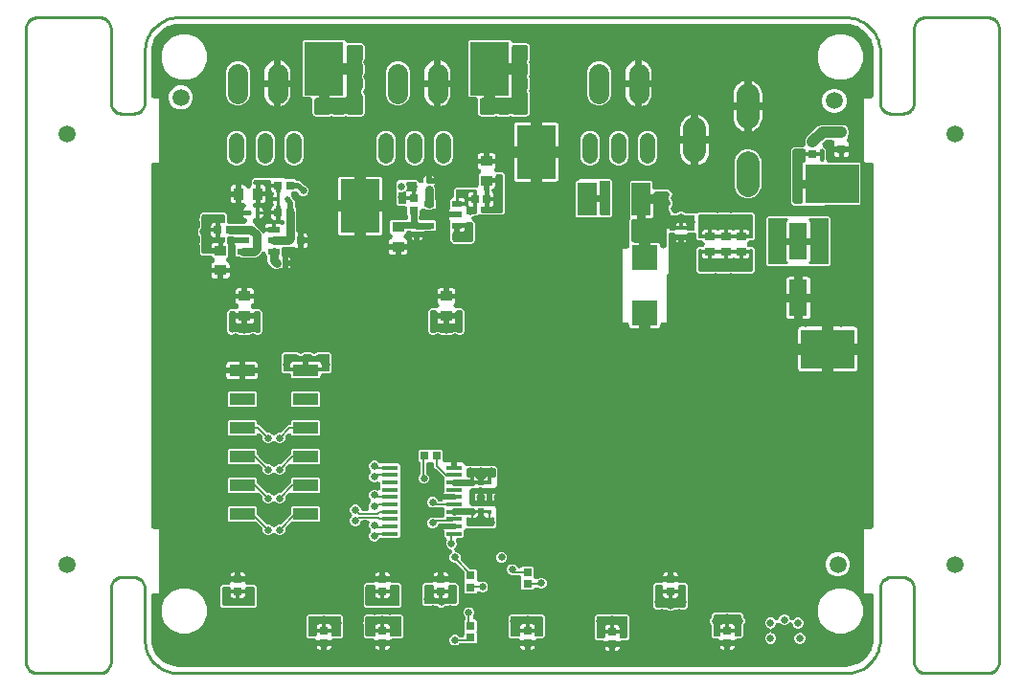
<source format=gbr>
G04 EAGLE Gerber RS-274X export*
G75*
%MOIN*%
%FSLAX34Y34*%
%LPD*%
%INTop Copper*%
%IPPOS*%
%AMOC8*
5,1,8,0,0,1.08239X$1,22.5*%
G01*
%ADD10R,0.030000X0.027000*%
%ADD11R,0.135000X0.185000*%
%ADD12R,0.185000X0.135000*%
%ADD13C,0.059055*%
%ADD14R,0.087500X0.040000*%
%ADD15R,0.055000X0.013701*%
%ADD16C,0.079118*%
%ADD17R,0.031496X0.031496*%
%ADD18R,0.039370X0.021654*%
%ADD19R,0.017000X0.017000*%
%ADD20R,0.042000X0.035000*%
%ADD21R,0.027000X0.030000*%
%ADD22R,0.089000X0.085000*%
%ADD23R,0.035433X0.021654*%
%ADD24R,0.035433X0.027559*%
%ADD25C,0.054000*%
%ADD26R,0.062992X0.125984*%
%ADD27R,0.066000X0.114000*%
%ADD28C,0.070866*%
%ADD29R,0.035000X0.042000*%
%ADD30C,0.024811*%
%ADD31C,0.007000*%
%ADD32C,0.024000*%
%ADD33C,0.006000*%
%ADD34C,0.040000*%
%ADD35C,0.030000*%
%ADD36C,0.020000*%
%ADD37C,0.010000*%

G36*
X24409Y-562D02*
X24409Y-562D01*
X24411Y-561D01*
X24416Y-561D01*
X24528Y-554D01*
X24532Y-553D01*
X24536Y-553D01*
X24544Y-552D01*
X24545Y-551D01*
X24546Y-551D01*
X24547Y-551D01*
X24763Y-493D01*
X24770Y-491D01*
X24777Y-488D01*
X24778Y-487D01*
X24779Y-487D01*
X24781Y-486D01*
X24787Y-483D01*
X24980Y-371D01*
X24986Y-367D01*
X24992Y-363D01*
X24994Y-362D01*
X24995Y-361D01*
X24996Y-360D01*
X25001Y-356D01*
X25159Y-198D01*
X25164Y-192D01*
X25168Y-186D01*
X25169Y-185D01*
X25170Y-184D01*
X25171Y-182D01*
X25175Y-177D01*
X25286Y16D01*
X25289Y23D01*
X25293Y30D01*
X25293Y32D01*
X25294Y32D01*
X25294Y34D01*
X25296Y40D01*
X25354Y256D01*
X25355Y260D01*
X25356Y264D01*
X25357Y272D01*
X25357Y274D01*
X25357Y275D01*
X25365Y387D01*
X25365Y389D01*
X25365Y394D01*
X25365Y1905D01*
X25365Y1907D01*
X25365Y1908D01*
X25364Y1915D01*
X25363Y1923D01*
X25363Y1924D01*
X25363Y1926D01*
X25360Y1933D01*
X25359Y1940D01*
X25358Y1941D01*
X25357Y1943D01*
X25354Y1949D01*
X25351Y1956D01*
X25350Y1957D01*
X25349Y1958D01*
X25345Y1964D01*
X25341Y1970D01*
X25339Y1971D01*
X25338Y1972D01*
X25333Y1977D01*
X25328Y1982D01*
X25327Y1983D01*
X25325Y1984D01*
X25319Y1988D01*
X25313Y1992D01*
X25312Y1993D01*
X25310Y1994D01*
X25304Y1996D01*
X25297Y1999D01*
X25295Y1999D01*
X25294Y2000D01*
X25287Y2002D01*
X25280Y2003D01*
X25278Y2003D01*
X25277Y2004D01*
X25266Y2004D01*
X25065Y2004D01*
X25044Y2025D01*
X25044Y4215D01*
X25065Y4236D01*
X25266Y4236D01*
X25267Y4236D01*
X25269Y4236D01*
X25276Y4237D01*
X25283Y4237D01*
X25285Y4238D01*
X25286Y4238D01*
X25293Y4240D01*
X25300Y4242D01*
X25302Y4243D01*
X25303Y4243D01*
X25310Y4246D01*
X25316Y4250D01*
X25317Y4251D01*
X25319Y4251D01*
X25325Y4256D01*
X25330Y4260D01*
X25332Y4261D01*
X25333Y4262D01*
X25338Y4267D01*
X25343Y4273D01*
X25344Y4274D01*
X25345Y4275D01*
X25349Y4281D01*
X25353Y4287D01*
X25353Y4289D01*
X25354Y4290D01*
X25357Y4297D01*
X25360Y4303D01*
X25360Y4305D01*
X25361Y4307D01*
X25362Y4314D01*
X25364Y4321D01*
X25364Y4322D01*
X25364Y4324D01*
X25365Y4335D01*
X25365Y16905D01*
X25365Y16907D01*
X25365Y16908D01*
X25364Y16915D01*
X25363Y16923D01*
X25363Y16924D01*
X25363Y16926D01*
X25360Y16933D01*
X25359Y16940D01*
X25358Y16941D01*
X25357Y16943D01*
X25354Y16949D01*
X25351Y16956D01*
X25350Y16957D01*
X25349Y16958D01*
X25345Y16964D01*
X25341Y16970D01*
X25339Y16971D01*
X25338Y16972D01*
X25333Y16977D01*
X25328Y16982D01*
X25327Y16983D01*
X25325Y16984D01*
X25319Y16988D01*
X25313Y16992D01*
X25312Y16993D01*
X25310Y16994D01*
X25304Y16996D01*
X25297Y16999D01*
X25295Y16999D01*
X25294Y17000D01*
X25287Y17002D01*
X25280Y17003D01*
X25278Y17003D01*
X25277Y17004D01*
X25266Y17004D01*
X25060Y17004D01*
X25058Y17006D01*
X25054Y17008D01*
X25051Y17009D01*
X25046Y17011D01*
X25042Y17013D01*
X25038Y17014D01*
X25035Y17015D01*
X25034Y17015D01*
X25035Y17017D01*
X25037Y17020D01*
X25038Y17025D01*
X25040Y17030D01*
X25041Y17033D01*
X25042Y17037D01*
X25043Y17042D01*
X25044Y17047D01*
X25044Y17052D01*
X25044Y17054D01*
X25044Y17056D01*
X25044Y17058D01*
X25044Y19215D01*
X25065Y19236D01*
X25266Y19236D01*
X25267Y19236D01*
X25269Y19236D01*
X25276Y19237D01*
X25283Y19237D01*
X25285Y19238D01*
X25286Y19238D01*
X25293Y19240D01*
X25300Y19242D01*
X25302Y19243D01*
X25303Y19243D01*
X25310Y19246D01*
X25316Y19250D01*
X25317Y19251D01*
X25319Y19251D01*
X25325Y19256D01*
X25330Y19260D01*
X25332Y19261D01*
X25333Y19262D01*
X25338Y19267D01*
X25343Y19273D01*
X25344Y19274D01*
X25345Y19275D01*
X25349Y19281D01*
X25353Y19287D01*
X25353Y19289D01*
X25354Y19290D01*
X25357Y19297D01*
X25360Y19303D01*
X25360Y19305D01*
X25361Y19307D01*
X25362Y19314D01*
X25364Y19321D01*
X25364Y19322D01*
X25364Y19324D01*
X25365Y19335D01*
X25365Y20866D01*
X25365Y20868D01*
X25365Y20873D01*
X25357Y20984D01*
X25357Y20989D01*
X25356Y20993D01*
X25355Y21000D01*
X25355Y21002D01*
X25354Y21002D01*
X25354Y21004D01*
X25296Y21219D01*
X25294Y21226D01*
X25291Y21233D01*
X25291Y21235D01*
X25290Y21236D01*
X25289Y21238D01*
X25286Y21243D01*
X25175Y21437D01*
X25170Y21443D01*
X25166Y21449D01*
X25165Y21451D01*
X25164Y21451D01*
X25163Y21453D01*
X25159Y21457D01*
X25001Y21616D01*
X24995Y21620D01*
X24990Y21625D01*
X24988Y21626D01*
X24987Y21627D01*
X24986Y21628D01*
X24980Y21631D01*
X24787Y21743D01*
X24780Y21746D01*
X24773Y21749D01*
X24772Y21750D01*
X24771Y21750D01*
X24769Y21751D01*
X24763Y21753D01*
X24547Y21811D01*
X24543Y21812D01*
X24539Y21813D01*
X24531Y21814D01*
X24529Y21814D01*
X24528Y21814D01*
X24416Y21821D01*
X24414Y21821D01*
X24409Y21821D01*
X1181Y21821D01*
X1179Y21821D01*
X1175Y21821D01*
X1063Y21814D01*
X1059Y21813D01*
X1055Y21813D01*
X1047Y21811D01*
X1045Y21811D01*
X1044Y21811D01*
X828Y21753D01*
X821Y21750D01*
X814Y21748D01*
X812Y21747D01*
X811Y21747D01*
X810Y21746D01*
X804Y21743D01*
X610Y21631D01*
X604Y21627D01*
X598Y21623D01*
X597Y21622D01*
X596Y21621D01*
X595Y21620D01*
X590Y21616D01*
X432Y21457D01*
X427Y21452D01*
X422Y21446D01*
X421Y21445D01*
X420Y21444D01*
X419Y21442D01*
X416Y21437D01*
X304Y21243D01*
X301Y21237D01*
X298Y21230D01*
X297Y21228D01*
X297Y21227D01*
X296Y21225D01*
X294Y21219D01*
X236Y21004D01*
X236Y20999D01*
X235Y20995D01*
X234Y20988D01*
X233Y20986D01*
X233Y20984D01*
X226Y20873D01*
X226Y20871D01*
X226Y20866D01*
X226Y19335D01*
X226Y19333D01*
X226Y19332D01*
X227Y19325D01*
X227Y19317D01*
X228Y19316D01*
X228Y19314D01*
X230Y19307D01*
X232Y19300D01*
X233Y19299D01*
X233Y19297D01*
X236Y19291D01*
X240Y19284D01*
X241Y19283D01*
X241Y19282D01*
X246Y19276D01*
X250Y19270D01*
X251Y19269D01*
X252Y19268D01*
X257Y19263D01*
X263Y19258D01*
X264Y19257D01*
X265Y19256D01*
X271Y19252D01*
X277Y19248D01*
X279Y19247D01*
X280Y19246D01*
X287Y19244D01*
X293Y19241D01*
X295Y19241D01*
X297Y19240D01*
X304Y19238D01*
X311Y19237D01*
X312Y19237D01*
X314Y19236D01*
X325Y19236D01*
X495Y19236D01*
X516Y19215D01*
X516Y17025D01*
X495Y17004D01*
X325Y17004D01*
X323Y17004D01*
X322Y17004D01*
X315Y17003D01*
X307Y17003D01*
X306Y17002D01*
X304Y17002D01*
X297Y17000D01*
X290Y16998D01*
X289Y16997D01*
X287Y16997D01*
X281Y16994D01*
X274Y16990D01*
X273Y16989D01*
X272Y16989D01*
X266Y16984D01*
X260Y16980D01*
X259Y16979D01*
X258Y16978D01*
X253Y16973D01*
X248Y16967D01*
X247Y16966D01*
X246Y16965D01*
X242Y16959D01*
X238Y16953D01*
X237Y16951D01*
X236Y16950D01*
X234Y16943D01*
X231Y16937D01*
X231Y16935D01*
X230Y16933D01*
X228Y16926D01*
X227Y16919D01*
X227Y16918D01*
X226Y16916D01*
X226Y16905D01*
X226Y4335D01*
X226Y4333D01*
X226Y4332D01*
X227Y4325D01*
X227Y4317D01*
X228Y4316D01*
X228Y4314D01*
X230Y4307D01*
X232Y4300D01*
X233Y4299D01*
X233Y4297D01*
X236Y4291D01*
X240Y4284D01*
X241Y4283D01*
X241Y4282D01*
X246Y4276D01*
X250Y4270D01*
X251Y4269D01*
X252Y4268D01*
X257Y4263D01*
X263Y4258D01*
X264Y4257D01*
X265Y4256D01*
X271Y4252D01*
X277Y4248D01*
X279Y4247D01*
X280Y4246D01*
X287Y4244D01*
X293Y4241D01*
X295Y4241D01*
X297Y4240D01*
X304Y4238D01*
X311Y4237D01*
X312Y4237D01*
X314Y4236D01*
X325Y4236D01*
X495Y4236D01*
X516Y4215D01*
X516Y2025D01*
X495Y2004D01*
X325Y2004D01*
X323Y2004D01*
X322Y2004D01*
X315Y2003D01*
X307Y2003D01*
X306Y2002D01*
X304Y2002D01*
X297Y2000D01*
X290Y1998D01*
X289Y1997D01*
X287Y1997D01*
X281Y1994D01*
X274Y1990D01*
X273Y1989D01*
X272Y1989D01*
X266Y1984D01*
X260Y1980D01*
X259Y1979D01*
X258Y1978D01*
X253Y1973D01*
X248Y1967D01*
X247Y1966D01*
X246Y1965D01*
X242Y1959D01*
X238Y1953D01*
X237Y1951D01*
X236Y1950D01*
X234Y1943D01*
X231Y1937D01*
X231Y1935D01*
X230Y1933D01*
X228Y1926D01*
X227Y1919D01*
X227Y1918D01*
X226Y1916D01*
X226Y1905D01*
X226Y394D01*
X226Y392D01*
X226Y387D01*
X233Y275D01*
X234Y271D01*
X234Y267D01*
X236Y260D01*
X236Y258D01*
X236Y257D01*
X236Y256D01*
X294Y40D01*
X297Y33D01*
X299Y26D01*
X300Y25D01*
X300Y24D01*
X301Y22D01*
X304Y16D01*
X416Y-177D01*
X420Y-183D01*
X424Y-189D01*
X426Y-191D01*
X426Y-192D01*
X427Y-193D01*
X432Y-198D01*
X590Y-356D01*
X595Y-360D01*
X601Y-365D01*
X603Y-366D01*
X603Y-367D01*
X605Y-368D01*
X610Y-371D01*
X804Y-483D01*
X811Y-486D01*
X817Y-490D01*
X819Y-490D01*
X820Y-491D01*
X822Y-491D01*
X828Y-493D01*
X1044Y-551D01*
X1048Y-552D01*
X1052Y-553D01*
X1059Y-554D01*
X1061Y-554D01*
X1062Y-554D01*
X1063Y-554D01*
X1175Y-561D01*
X1177Y-561D01*
X1181Y-562D01*
X24409Y-562D01*
X24409Y-562D01*
G37*
%LPC*%
G36*
X16942Y11234D02*
X16942Y11234D01*
X16916Y11241D01*
X16893Y11254D01*
X16874Y11273D01*
X16861Y11296D01*
X16854Y11322D01*
X16854Y11335D01*
X16854Y11337D01*
X16854Y11338D01*
X16853Y11345D01*
X16853Y11353D01*
X16852Y11354D01*
X16852Y11356D01*
X16850Y11363D01*
X16848Y11370D01*
X16847Y11371D01*
X16847Y11373D01*
X16844Y11379D01*
X16840Y11386D01*
X16839Y11387D01*
X16839Y11388D01*
X16834Y11394D01*
X16830Y11400D01*
X16829Y11401D01*
X16828Y11402D01*
X16823Y11407D01*
X16817Y11412D01*
X16816Y11413D01*
X16815Y11414D01*
X16809Y11418D01*
X16803Y11422D01*
X16801Y11423D01*
X16800Y11424D01*
X16793Y11426D01*
X16787Y11429D01*
X16785Y11429D01*
X16783Y11430D01*
X16776Y11432D01*
X16769Y11433D01*
X16768Y11433D01*
X16766Y11434D01*
X16755Y11434D01*
X16643Y11434D01*
X16639Y11438D01*
X16639Y14002D01*
X16643Y14006D01*
X16780Y14006D01*
X16782Y14006D01*
X16783Y14006D01*
X16790Y14007D01*
X16798Y14007D01*
X16799Y14008D01*
X16801Y14008D01*
X16808Y14010D01*
X16815Y14012D01*
X16816Y14013D01*
X16818Y14013D01*
X16824Y14016D01*
X16831Y14020D01*
X16832Y14021D01*
X16833Y14021D01*
X16839Y14026D01*
X16845Y14030D01*
X16846Y14031D01*
X16847Y14032D01*
X16852Y14037D01*
X16857Y14043D01*
X16858Y14044D01*
X16859Y14045D01*
X16863Y14051D01*
X16867Y14057D01*
X16868Y14059D01*
X16869Y14060D01*
X16871Y14067D01*
X16874Y14073D01*
X16874Y14075D01*
X16875Y14077D01*
X16877Y14084D01*
X16878Y14091D01*
X16878Y14092D01*
X16879Y14094D01*
X16879Y14105D01*
X16879Y14972D01*
X16902Y15028D01*
X16905Y15036D01*
X16908Y15044D01*
X16908Y15045D01*
X16909Y15053D01*
X16910Y15062D01*
X16909Y15071D01*
X16909Y15080D01*
X16907Y15088D01*
X16905Y15097D01*
X16902Y15105D01*
X16898Y15113D01*
X16893Y15120D01*
X16888Y15128D01*
X16884Y15132D01*
X16884Y16327D01*
X16923Y16366D01*
X17637Y16366D01*
X17676Y16327D01*
X17676Y16140D01*
X17676Y16138D01*
X17676Y16137D01*
X17677Y16130D01*
X17677Y16122D01*
X17678Y16121D01*
X17678Y16119D01*
X17680Y16112D01*
X17682Y16105D01*
X17683Y16104D01*
X17683Y16102D01*
X17686Y16096D01*
X17690Y16089D01*
X17691Y16088D01*
X17691Y16087D01*
X17696Y16081D01*
X17700Y16075D01*
X17701Y16074D01*
X17702Y16073D01*
X17707Y16068D01*
X17713Y16063D01*
X17714Y16062D01*
X17715Y16061D01*
X17721Y16057D01*
X17727Y16053D01*
X17729Y16052D01*
X17730Y16051D01*
X17737Y16049D01*
X17743Y16046D01*
X17745Y16046D01*
X17747Y16045D01*
X17754Y16043D01*
X17761Y16042D01*
X17762Y16042D01*
X17764Y16041D01*
X17775Y16041D01*
X18222Y16041D01*
X18281Y16016D01*
X18326Y15971D01*
X18351Y15912D01*
X18351Y15320D01*
X18351Y15318D01*
X18351Y15317D01*
X18352Y15310D01*
X18352Y15302D01*
X18353Y15301D01*
X18353Y15299D01*
X18355Y15292D01*
X18357Y15285D01*
X18358Y15284D01*
X18358Y15282D01*
X18361Y15276D01*
X18365Y15269D01*
X18366Y15268D01*
X18366Y15267D01*
X18371Y15261D01*
X18375Y15255D01*
X18376Y15254D01*
X18377Y15253D01*
X18382Y15248D01*
X18388Y15243D01*
X18389Y15242D01*
X18390Y15241D01*
X18396Y15237D01*
X18402Y15233D01*
X18404Y15232D01*
X18405Y15231D01*
X18412Y15229D01*
X18418Y15226D01*
X18420Y15226D01*
X18422Y15225D01*
X18429Y15223D01*
X18436Y15222D01*
X18437Y15222D01*
X18439Y15221D01*
X18450Y15221D01*
X18488Y15221D01*
X18495Y15221D01*
X18502Y15222D01*
X18504Y15222D01*
X18506Y15222D01*
X18513Y15224D01*
X18519Y15226D01*
X18521Y15226D01*
X18523Y15227D01*
X18529Y15230D01*
X18535Y15233D01*
X18537Y15234D01*
X18539Y15235D01*
X18544Y15239D01*
X18550Y15242D01*
X18552Y15244D01*
X18553Y15245D01*
X18555Y15246D01*
X18558Y15250D01*
X18565Y15257D01*
X18633Y15285D01*
X18707Y15285D01*
X18775Y15257D01*
X18782Y15250D01*
X18787Y15245D01*
X18792Y15241D01*
X18794Y15240D01*
X18795Y15238D01*
X18801Y15235D01*
X18807Y15231D01*
X18809Y15231D01*
X18810Y15230D01*
X18817Y15227D01*
X18823Y15225D01*
X18825Y15225D01*
X18827Y15224D01*
X18834Y15223D01*
X18841Y15221D01*
X18843Y15221D01*
X18845Y15221D01*
X18846Y15221D01*
X18852Y15221D01*
X19145Y15221D01*
X19147Y15219D01*
X19154Y15216D01*
X19155Y15215D01*
X19157Y15215D01*
X19164Y15212D01*
X19170Y15210D01*
X19172Y15210D01*
X19174Y15209D01*
X19181Y15208D01*
X19188Y15207D01*
X19189Y15207D01*
X19191Y15207D01*
X19198Y15207D01*
X19205Y15207D01*
X19207Y15208D01*
X19209Y15208D01*
X19216Y15209D01*
X19223Y15211D01*
X19224Y15211D01*
X19226Y15212D01*
X19233Y15215D01*
X19239Y15217D01*
X19241Y15218D01*
X19242Y15219D01*
X19248Y15223D01*
X19254Y15227D01*
X19256Y15228D01*
X19257Y15229D01*
X19265Y15236D01*
X19270Y15241D01*
X21170Y15241D01*
X21241Y15170D01*
X21241Y14350D01*
X21170Y14279D01*
X21072Y14279D01*
X21066Y14279D01*
X21059Y14278D01*
X21057Y14278D01*
X21055Y14278D01*
X21048Y14276D01*
X21041Y14274D01*
X21040Y14274D01*
X21038Y14273D01*
X21032Y14270D01*
X21025Y14267D01*
X21024Y14266D01*
X21022Y14265D01*
X21016Y14261D01*
X21011Y14258D01*
X21009Y14256D01*
X21007Y14255D01*
X21006Y14254D01*
X21002Y14250D01*
X20982Y14230D01*
X20981Y14229D01*
X20980Y14228D01*
X20976Y14222D01*
X20971Y14217D01*
X20970Y14215D01*
X20969Y14214D01*
X20966Y14208D01*
X20962Y14201D01*
X20962Y14200D01*
X20961Y14198D01*
X20959Y14191D01*
X20956Y14185D01*
X20956Y14183D01*
X20955Y14181D01*
X20955Y14174D01*
X20953Y14167D01*
X20953Y14166D01*
X20953Y14164D01*
X20954Y14157D01*
X20954Y14150D01*
X20954Y14148D01*
X20954Y14146D01*
X20956Y14139D01*
X20957Y14132D01*
X20958Y14131D01*
X20958Y14129D01*
X20961Y14122D01*
X20964Y14116D01*
X20964Y14114D01*
X20965Y14113D01*
X20969Y14107D01*
X20973Y14101D01*
X20974Y14099D01*
X20975Y14098D01*
X20982Y14090D01*
X21002Y14070D01*
X21007Y14065D01*
X21013Y14061D01*
X21014Y14060D01*
X21016Y14058D01*
X21022Y14055D01*
X21028Y14051D01*
X21029Y14051D01*
X21031Y14050D01*
X21038Y14047D01*
X21044Y14045D01*
X21046Y14045D01*
X21048Y14044D01*
X21055Y14043D01*
X21061Y14041D01*
X21064Y14041D01*
X21065Y14041D01*
X21067Y14041D01*
X21072Y14041D01*
X21170Y14041D01*
X21241Y13970D01*
X21241Y13210D01*
X21170Y13139D01*
X19270Y13139D01*
X19199Y13210D01*
X19199Y13970D01*
X19270Y14041D01*
X19368Y14041D01*
X19374Y14041D01*
X19381Y14042D01*
X19383Y14042D01*
X19385Y14042D01*
X19392Y14044D01*
X19399Y14046D01*
X19400Y14046D01*
X19402Y14047D01*
X19408Y14050D01*
X19415Y14053D01*
X19416Y14054D01*
X19418Y14055D01*
X19424Y14059D01*
X19429Y14062D01*
X19431Y14064D01*
X19433Y14065D01*
X19434Y14066D01*
X19438Y14070D01*
X19458Y14090D01*
X19459Y14091D01*
X19460Y14092D01*
X19465Y14098D01*
X19469Y14103D01*
X19470Y14105D01*
X19471Y14106D01*
X19474Y14112D01*
X19478Y14119D01*
X19478Y14120D01*
X19479Y14122D01*
X19481Y14129D01*
X19484Y14135D01*
X19484Y14137D01*
X19485Y14139D01*
X19485Y14146D01*
X19487Y14153D01*
X19487Y14154D01*
X19487Y14156D01*
X19486Y14163D01*
X19486Y14170D01*
X19486Y14172D01*
X19486Y14174D01*
X19484Y14181D01*
X19483Y14188D01*
X19482Y14189D01*
X19482Y14191D01*
X19479Y14198D01*
X19476Y14204D01*
X19476Y14206D01*
X19475Y14207D01*
X19471Y14213D01*
X19467Y14219D01*
X19466Y14221D01*
X19465Y14222D01*
X19458Y14230D01*
X19438Y14250D01*
X19432Y14255D01*
X19427Y14259D01*
X19426Y14260D01*
X19424Y14262D01*
X19418Y14265D01*
X19412Y14269D01*
X19411Y14269D01*
X19409Y14270D01*
X19402Y14273D01*
X19396Y14275D01*
X19394Y14275D01*
X19392Y14276D01*
X19385Y14277D01*
X19379Y14279D01*
X19376Y14279D01*
X19375Y14279D01*
X19373Y14279D01*
X19368Y14279D01*
X19270Y14279D01*
X19199Y14350D01*
X19199Y14460D01*
X19199Y14462D01*
X19199Y14463D01*
X19198Y14470D01*
X19198Y14478D01*
X19197Y14479D01*
X19197Y14481D01*
X19195Y14488D01*
X19193Y14495D01*
X19192Y14496D01*
X19192Y14498D01*
X19189Y14504D01*
X19185Y14511D01*
X19184Y14512D01*
X19184Y14513D01*
X19179Y14519D01*
X19175Y14525D01*
X19174Y14526D01*
X19173Y14527D01*
X19168Y14532D01*
X19162Y14537D01*
X19161Y14538D01*
X19160Y14539D01*
X19154Y14543D01*
X19148Y14547D01*
X19146Y14548D01*
X19145Y14549D01*
X19138Y14551D01*
X19132Y14554D01*
X19130Y14554D01*
X19128Y14555D01*
X19121Y14557D01*
X19114Y14558D01*
X19113Y14558D01*
X19111Y14559D01*
X19100Y14559D01*
X18955Y14559D01*
X18953Y14559D01*
X18952Y14559D01*
X18945Y14558D01*
X18937Y14558D01*
X18936Y14557D01*
X18934Y14557D01*
X18927Y14555D01*
X18920Y14553D01*
X18919Y14552D01*
X18917Y14552D01*
X18911Y14549D01*
X18904Y14545D01*
X18903Y14544D01*
X18902Y14544D01*
X18896Y14539D01*
X18890Y14535D01*
X18889Y14534D01*
X18888Y14533D01*
X18883Y14528D01*
X18878Y14522D01*
X18877Y14521D01*
X18876Y14520D01*
X18872Y14514D01*
X18868Y14508D01*
X18867Y14506D01*
X18866Y14505D01*
X18866Y14504D01*
X18670Y14504D01*
X18473Y14504D01*
X18470Y14511D01*
X18469Y14512D01*
X18469Y14513D01*
X18464Y14519D01*
X18460Y14525D01*
X18459Y14526D01*
X18458Y14527D01*
X18453Y14532D01*
X18447Y14537D01*
X18446Y14538D01*
X18445Y14539D01*
X18439Y14543D01*
X18433Y14547D01*
X18431Y14548D01*
X18430Y14549D01*
X18423Y14551D01*
X18417Y14554D01*
X18415Y14554D01*
X18413Y14555D01*
X18406Y14557D01*
X18399Y14558D01*
X18398Y14558D01*
X18396Y14559D01*
X18385Y14559D01*
X18320Y14559D01*
X18318Y14559D01*
X18317Y14559D01*
X18310Y14558D01*
X18302Y14558D01*
X18301Y14557D01*
X18299Y14557D01*
X18292Y14555D01*
X18285Y14553D01*
X18284Y14552D01*
X18282Y14552D01*
X18276Y14549D01*
X18269Y14545D01*
X18268Y14544D01*
X18267Y14544D01*
X18261Y14539D01*
X18255Y14535D01*
X18254Y14534D01*
X18253Y14533D01*
X18248Y14528D01*
X18243Y14522D01*
X18242Y14521D01*
X18241Y14520D01*
X18237Y14514D01*
X18233Y14508D01*
X18232Y14506D01*
X18231Y14505D01*
X18229Y14498D01*
X18226Y14492D01*
X18226Y14490D01*
X18225Y14488D01*
X18223Y14481D01*
X18222Y14474D01*
X18222Y14473D01*
X18221Y14471D01*
X18221Y14460D01*
X18221Y13168D01*
X18196Y13109D01*
X18190Y13102D01*
X18185Y13097D01*
X18181Y13092D01*
X18180Y13090D01*
X18178Y13089D01*
X18175Y13083D01*
X18171Y13077D01*
X18171Y13075D01*
X18170Y13074D01*
X18167Y13067D01*
X18165Y13061D01*
X18165Y13059D01*
X18164Y13057D01*
X18163Y13050D01*
X18161Y13043D01*
X18161Y13041D01*
X18161Y13040D01*
X18161Y13038D01*
X18161Y13032D01*
X18161Y11438D01*
X18157Y11434D01*
X18045Y11434D01*
X18043Y11434D01*
X18042Y11434D01*
X18035Y11433D01*
X18027Y11433D01*
X18026Y11432D01*
X18024Y11432D01*
X18017Y11430D01*
X18010Y11428D01*
X18009Y11427D01*
X18007Y11427D01*
X18001Y11424D01*
X17994Y11420D01*
X17993Y11419D01*
X17992Y11419D01*
X17986Y11414D01*
X17980Y11410D01*
X17979Y11409D01*
X17978Y11408D01*
X17973Y11403D01*
X17968Y11397D01*
X17967Y11396D01*
X17966Y11395D01*
X17962Y11389D01*
X17958Y11383D01*
X17957Y11381D01*
X17956Y11380D01*
X17954Y11373D01*
X17951Y11367D01*
X17951Y11365D01*
X17950Y11363D01*
X17948Y11356D01*
X17947Y11349D01*
X17947Y11348D01*
X17946Y11346D01*
X17946Y11335D01*
X17946Y11322D01*
X17939Y11296D01*
X17926Y11273D01*
X17907Y11254D01*
X17884Y11241D01*
X17858Y11234D01*
X17599Y11234D01*
X17599Y11660D01*
X17599Y11662D01*
X17599Y11663D01*
X17598Y11670D01*
X17598Y11678D01*
X17597Y11679D01*
X17597Y11681D01*
X17595Y11688D01*
X17593Y11695D01*
X17592Y11696D01*
X17592Y11698D01*
X17589Y11704D01*
X17585Y11711D01*
X17584Y11712D01*
X17584Y11713D01*
X17579Y11719D01*
X17575Y11725D01*
X17574Y11726D01*
X17573Y11727D01*
X17568Y11732D01*
X17562Y11737D01*
X17561Y11738D01*
X17560Y11739D01*
X17554Y11743D01*
X17548Y11747D01*
X17546Y11748D01*
X17545Y11749D01*
X17538Y11751D01*
X17532Y11754D01*
X17530Y11754D01*
X17528Y11755D01*
X17521Y11757D01*
X17514Y11758D01*
X17513Y11758D01*
X17511Y11759D01*
X17500Y11759D01*
X17300Y11759D01*
X17298Y11759D01*
X17297Y11759D01*
X17290Y11758D01*
X17282Y11758D01*
X17281Y11757D01*
X17279Y11757D01*
X17272Y11755D01*
X17265Y11753D01*
X17264Y11752D01*
X17262Y11752D01*
X17256Y11749D01*
X17249Y11745D01*
X17248Y11744D01*
X17247Y11744D01*
X17241Y11739D01*
X17235Y11735D01*
X17234Y11734D01*
X17233Y11733D01*
X17228Y11728D01*
X17223Y11722D01*
X17222Y11721D01*
X17221Y11720D01*
X17217Y11714D01*
X17213Y11708D01*
X17212Y11706D01*
X17211Y11705D01*
X17209Y11698D01*
X17206Y11692D01*
X17206Y11690D01*
X17205Y11688D01*
X17203Y11681D01*
X17202Y11674D01*
X17202Y11673D01*
X17201Y11671D01*
X17201Y11660D01*
X17201Y11234D01*
X16942Y11234D01*
G37*
%LPD*%
%LPC*%
G36*
X4543Y13289D02*
X4543Y13289D01*
X4466Y13321D01*
X4313Y13474D01*
X4281Y13552D01*
X4281Y13678D01*
X4280Y13684D01*
X4280Y13691D01*
X4279Y13693D01*
X4279Y13695D01*
X4277Y13702D01*
X4276Y13708D01*
X4275Y13710D01*
X4275Y13712D01*
X4272Y13718D01*
X4269Y13725D01*
X4268Y13726D01*
X4267Y13728D01*
X4263Y13734D01*
X4259Y13739D01*
X4257Y13741D01*
X4257Y13742D01*
X4255Y13744D01*
X4252Y13748D01*
X4229Y13770D01*
X4229Y13791D01*
X4228Y13796D01*
X4228Y13801D01*
X4228Y13805D01*
X4227Y13808D01*
X4226Y13813D01*
X4225Y13818D01*
X4224Y13822D01*
X4223Y13825D01*
X4220Y13830D01*
X4218Y13835D01*
X4217Y13838D01*
X4215Y13841D01*
X4212Y13845D01*
X4209Y13850D01*
X4207Y13853D01*
X4205Y13856D01*
X4201Y13859D01*
X4197Y13863D01*
X4195Y13865D01*
X4192Y13868D01*
X4188Y13871D01*
X4184Y13874D01*
X4180Y13876D01*
X4177Y13878D01*
X4173Y13880D01*
X4168Y13882D01*
X4164Y13883D01*
X4161Y13885D01*
X4156Y13886D01*
X4151Y13888D01*
X4148Y13888D01*
X4144Y13889D01*
X4139Y13889D01*
X4134Y13890D01*
X4130Y13890D01*
X4126Y13890D01*
X4121Y13889D01*
X4116Y13889D01*
X4112Y13888D01*
X4109Y13888D01*
X4104Y13886D01*
X4099Y13885D01*
X4095Y13884D01*
X4092Y13882D01*
X4087Y13880D01*
X4082Y13878D01*
X4079Y13876D01*
X4076Y13874D01*
X4072Y13871D01*
X4068Y13868D01*
X4064Y13865D01*
X4062Y13864D01*
X4061Y13863D01*
X4059Y13861D01*
X3995Y13796D01*
X3922Y13723D01*
X3844Y13691D01*
X3391Y13691D01*
X3310Y13724D01*
X3305Y13726D01*
X3301Y13728D01*
X3297Y13729D01*
X3293Y13730D01*
X3288Y13730D01*
X3283Y13731D01*
X3278Y13732D01*
X3276Y13732D01*
X3275Y13732D01*
X3272Y13732D01*
X3204Y13732D01*
X3166Y13770D01*
X3166Y14058D01*
X3166Y14060D01*
X3166Y14063D01*
X3165Y14069D01*
X3164Y14075D01*
X3164Y14078D01*
X3163Y14080D01*
X3161Y14086D01*
X3160Y14092D01*
X3158Y14095D01*
X3158Y14097D01*
X3153Y14107D01*
X3138Y14133D01*
X3131Y14158D01*
X3131Y14181D01*
X3428Y14181D01*
X3430Y14181D01*
X3432Y14181D01*
X3439Y14182D01*
X3446Y14182D01*
X3448Y14183D01*
X3449Y14183D01*
X3456Y14185D01*
X3463Y14187D01*
X3465Y14188D01*
X3466Y14188D01*
X3473Y14191D01*
X3479Y14195D01*
X3480Y14196D01*
X3482Y14196D01*
X3488Y14201D01*
X3493Y14205D01*
X3495Y14206D01*
X3496Y14207D01*
X3501Y14212D01*
X3506Y14218D01*
X3507Y14219D01*
X3508Y14220D01*
X3512Y14226D01*
X3516Y14232D01*
X3516Y14234D01*
X3517Y14235D01*
X3520Y14242D01*
X3523Y14248D01*
X3523Y14250D01*
X3524Y14252D01*
X3525Y14259D01*
X3527Y14266D01*
X3527Y14267D01*
X3527Y14269D01*
X3528Y14280D01*
X3528Y14282D01*
X3528Y14283D01*
X3527Y14290D01*
X3526Y14298D01*
X3526Y14299D01*
X3526Y14301D01*
X3523Y14308D01*
X3522Y14315D01*
X3521Y14316D01*
X3520Y14318D01*
X3517Y14324D01*
X3514Y14331D01*
X3513Y14332D01*
X3512Y14333D01*
X3508Y14339D01*
X3504Y14345D01*
X3502Y14346D01*
X3501Y14347D01*
X3496Y14352D01*
X3491Y14357D01*
X3490Y14358D01*
X3488Y14359D01*
X3482Y14363D01*
X3476Y14367D01*
X3475Y14368D01*
X3473Y14369D01*
X3467Y14371D01*
X3460Y14374D01*
X3458Y14374D01*
X3457Y14375D01*
X3450Y14377D01*
X3443Y14378D01*
X3441Y14378D01*
X3440Y14379D01*
X3428Y14379D01*
X3115Y14379D01*
X3111Y14384D01*
X3107Y14390D01*
X3106Y14391D01*
X3105Y14392D01*
X3099Y14397D01*
X3094Y14402D01*
X3093Y14403D01*
X3091Y14404D01*
X3085Y14408D01*
X3079Y14412D01*
X3078Y14413D01*
X3076Y14414D01*
X3070Y14416D01*
X3063Y14419D01*
X3062Y14419D01*
X3060Y14420D01*
X3053Y14422D01*
X3046Y14423D01*
X3044Y14423D01*
X3043Y14424D01*
X3032Y14424D01*
X2960Y14424D01*
X2958Y14424D01*
X2957Y14424D01*
X2950Y14423D01*
X2942Y14423D01*
X2941Y14422D01*
X2939Y14422D01*
X2932Y14420D01*
X2925Y14418D01*
X2924Y14417D01*
X2922Y14417D01*
X2916Y14414D01*
X2909Y14410D01*
X2908Y14409D01*
X2907Y14409D01*
X2901Y14404D01*
X2895Y14400D01*
X2894Y14399D01*
X2893Y14398D01*
X2888Y14393D01*
X2883Y14387D01*
X2882Y14386D01*
X2881Y14385D01*
X2877Y14379D01*
X2873Y14373D01*
X2872Y14371D01*
X2871Y14370D01*
X2869Y14363D01*
X2866Y14357D01*
X2866Y14355D01*
X2865Y14353D01*
X2863Y14346D01*
X2862Y14339D01*
X2862Y14338D01*
X2861Y14336D01*
X2861Y14325D01*
X2861Y14218D01*
X2861Y14212D01*
X2862Y14205D01*
X2862Y14203D01*
X2862Y14201D01*
X2864Y14194D01*
X2866Y14187D01*
X2866Y14186D01*
X2867Y14184D01*
X2870Y14178D01*
X2873Y14171D01*
X2874Y14170D01*
X2875Y14168D01*
X2879Y14162D01*
X2882Y14156D01*
X2884Y14155D01*
X2885Y14153D01*
X2886Y14152D01*
X2890Y14148D01*
X2916Y14122D01*
X2916Y13718D01*
X2865Y13667D01*
X2861Y13663D01*
X2857Y13658D01*
X2856Y13656D01*
X2854Y13653D01*
X2851Y13648D01*
X2848Y13644D01*
X2846Y13641D01*
X2845Y13638D01*
X2843Y13633D01*
X2841Y13627D01*
X2840Y13624D01*
X2839Y13621D01*
X2838Y13616D01*
X2837Y13610D01*
X2837Y13607D01*
X2836Y13604D01*
X2836Y13598D01*
X2836Y13592D01*
X2836Y13589D01*
X2836Y13586D01*
X2838Y13581D01*
X2838Y13575D01*
X2839Y13572D01*
X2840Y13569D01*
X2842Y13564D01*
X2844Y13558D01*
X2845Y13555D01*
X2846Y13553D01*
X2849Y13548D01*
X2852Y13543D01*
X2854Y13540D01*
X2856Y13538D01*
X2859Y13533D01*
X2863Y13529D01*
X2865Y13527D01*
X2867Y13524D01*
X2872Y13521D01*
X2876Y13517D01*
X2880Y13515D01*
X2881Y13513D01*
X2883Y13513D01*
X2886Y13511D01*
X2912Y13496D01*
X2931Y13477D01*
X2944Y13454D01*
X2951Y13428D01*
X2951Y13339D01*
X2640Y13339D01*
X2329Y13339D01*
X2329Y13428D01*
X2336Y13454D01*
X2349Y13477D01*
X2368Y13496D01*
X2394Y13511D01*
X2399Y13514D01*
X2404Y13517D01*
X2406Y13519D01*
X2409Y13521D01*
X2413Y13525D01*
X2417Y13529D01*
X2419Y13531D01*
X2421Y13534D01*
X2425Y13538D01*
X2428Y13543D01*
X2430Y13546D01*
X2431Y13548D01*
X2434Y13553D01*
X2436Y13559D01*
X2437Y13561D01*
X2439Y13564D01*
X2440Y13570D01*
X2442Y13575D01*
X2442Y13578D01*
X2443Y13581D01*
X2443Y13587D01*
X2444Y13593D01*
X2444Y13596D01*
X2444Y13599D01*
X2443Y13605D01*
X2443Y13611D01*
X2442Y13613D01*
X2442Y13617D01*
X2440Y13622D01*
X2439Y13628D01*
X2438Y13631D01*
X2437Y13633D01*
X2434Y13639D01*
X2432Y13644D01*
X2431Y13646D01*
X2429Y13649D01*
X2426Y13654D01*
X2422Y13659D01*
X2420Y13662D01*
X2419Y13663D01*
X2417Y13664D01*
X2415Y13667D01*
X2352Y13730D01*
X2347Y13735D01*
X2341Y13739D01*
X2340Y13740D01*
X2338Y13742D01*
X2332Y13745D01*
X2326Y13749D01*
X2325Y13749D01*
X2323Y13750D01*
X2316Y13753D01*
X2310Y13755D01*
X2308Y13755D01*
X2306Y13756D01*
X2299Y13757D01*
X2293Y13759D01*
X2290Y13759D01*
X2289Y13759D01*
X2287Y13759D01*
X2282Y13759D01*
X1990Y13759D01*
X1919Y13830D01*
X1919Y14094D01*
X1919Y14099D01*
X1919Y14104D01*
X1918Y14108D01*
X1918Y14111D01*
X1916Y14116D01*
X1915Y14121D01*
X1915Y14122D01*
X1915Y14198D01*
X1916Y14202D01*
X1917Y14205D01*
X1917Y14209D01*
X1918Y14212D01*
X1918Y14213D01*
X1919Y14215D01*
X1919Y14221D01*
X1919Y14223D01*
X1919Y14224D01*
X1919Y14226D01*
X1919Y14398D01*
X1919Y14405D01*
X1918Y14412D01*
X1918Y14414D01*
X1918Y14416D01*
X1916Y14423D01*
X1914Y14429D01*
X1914Y14431D01*
X1913Y14433D01*
X1910Y14439D01*
X1907Y14445D01*
X1906Y14447D01*
X1905Y14449D01*
X1901Y14454D01*
X1898Y14460D01*
X1896Y14462D01*
X1895Y14463D01*
X1894Y14465D01*
X1890Y14468D01*
X1883Y14475D01*
X1855Y14543D01*
X1855Y14617D01*
X1883Y14685D01*
X1890Y14692D01*
X1895Y14697D01*
X1899Y14702D01*
X1900Y14704D01*
X1902Y14705D01*
X1905Y14711D01*
X1909Y14717D01*
X1909Y14719D01*
X1910Y14720D01*
X1913Y14727D01*
X1915Y14733D01*
X1915Y14735D01*
X1916Y14737D01*
X1917Y14744D01*
X1919Y14751D01*
X1919Y14753D01*
X1919Y14755D01*
X1919Y14756D01*
X1919Y14762D01*
X1919Y14934D01*
X1919Y14939D01*
X1919Y14944D01*
X1918Y14948D01*
X1918Y14951D01*
X1916Y14956D01*
X1915Y14961D01*
X1915Y14962D01*
X1915Y15038D01*
X1916Y15042D01*
X1917Y15045D01*
X1918Y15050D01*
X1919Y15055D01*
X1919Y15061D01*
X1919Y15063D01*
X1919Y15064D01*
X1919Y15066D01*
X1919Y15170D01*
X1990Y15241D01*
X2790Y15241D01*
X2861Y15170D01*
X2861Y14955D01*
X2861Y14953D01*
X2861Y14952D01*
X2862Y14945D01*
X2862Y14937D01*
X2863Y14936D01*
X2863Y14934D01*
X2865Y14927D01*
X2867Y14920D01*
X2868Y14919D01*
X2868Y14917D01*
X2871Y14911D01*
X2875Y14904D01*
X2876Y14903D01*
X2876Y14902D01*
X2881Y14896D01*
X2885Y14890D01*
X2886Y14889D01*
X2887Y14888D01*
X2892Y14883D01*
X2898Y14878D01*
X2899Y14877D01*
X2900Y14876D01*
X2906Y14872D01*
X2912Y14868D01*
X2914Y14867D01*
X2915Y14866D01*
X2922Y14864D01*
X2928Y14861D01*
X2930Y14861D01*
X2932Y14860D01*
X2939Y14858D01*
X2946Y14857D01*
X2947Y14857D01*
X2949Y14856D01*
X2960Y14856D01*
X3105Y14856D01*
X3110Y14856D01*
X3115Y14856D01*
X3119Y14857D01*
X3123Y14857D01*
X3128Y14859D01*
X3133Y14860D01*
X3138Y14861D01*
X3140Y14862D01*
X3141Y14863D01*
X3143Y14863D01*
X3147Y14865D01*
X3361Y14865D01*
X3366Y14865D01*
X3371Y14865D01*
X3375Y14866D01*
X3378Y14866D01*
X3383Y14868D01*
X3388Y14869D01*
X3389Y14869D01*
X3464Y14869D01*
X3469Y14869D01*
X3474Y14869D01*
X3478Y14870D01*
X3482Y14871D01*
X3486Y14872D01*
X3491Y14873D01*
X3495Y14874D01*
X3499Y14875D01*
X3503Y14877D01*
X3507Y14879D01*
X3511Y14881D01*
X3515Y14883D01*
X3519Y14886D01*
X3523Y14888D01*
X3526Y14891D01*
X3529Y14893D01*
X3532Y14897D01*
X3536Y14900D01*
X3538Y14903D01*
X3541Y14906D01*
X3544Y14910D01*
X3547Y14913D01*
X3549Y14917D01*
X3551Y14921D01*
X3553Y14925D01*
X3555Y14929D01*
X3557Y14933D01*
X3558Y14937D01*
X3559Y14941D01*
X3561Y14946D01*
X3561Y14950D01*
X3562Y14954D01*
X3563Y14959D01*
X3563Y14963D01*
X3563Y14967D01*
X3563Y14972D01*
X3563Y14976D01*
X3563Y14981D01*
X3562Y14985D01*
X3561Y14989D01*
X3560Y14994D01*
X3559Y14998D01*
X3557Y15002D01*
X3556Y15006D01*
X3554Y15010D01*
X3552Y15014D01*
X3550Y15018D01*
X3548Y15022D01*
X3545Y15025D01*
X3542Y15029D01*
X3540Y15032D01*
X3537Y15036D01*
X3534Y15039D01*
X3530Y15042D01*
X3527Y15045D01*
X3524Y15047D01*
X3520Y15050D01*
X3516Y15053D01*
X3512Y15055D01*
X3509Y15057D01*
X3508Y15057D01*
X3478Y15074D01*
X3459Y15093D01*
X3446Y15116D01*
X3440Y15141D01*
X3620Y15141D01*
X3622Y15141D01*
X3623Y15141D01*
X3630Y15142D01*
X3638Y15142D01*
X3639Y15143D01*
X3641Y15143D01*
X3648Y15145D01*
X3655Y15147D01*
X3656Y15148D01*
X3658Y15148D01*
X3664Y15151D01*
X3671Y15155D01*
X3672Y15156D01*
X3673Y15156D01*
X3679Y15161D01*
X3685Y15165D01*
X3686Y15166D01*
X3687Y15167D01*
X3692Y15172D01*
X3697Y15178D01*
X3698Y15179D01*
X3699Y15180D01*
X3703Y15186D01*
X3707Y15192D01*
X3708Y15194D01*
X3709Y15195D01*
X3711Y15202D01*
X3714Y15208D01*
X3714Y15210D01*
X3715Y15212D01*
X3717Y15219D01*
X3718Y15226D01*
X3718Y15227D01*
X3719Y15229D01*
X3719Y15240D01*
X3719Y15242D01*
X3719Y15243D01*
X3718Y15250D01*
X3718Y15258D01*
X3717Y15259D01*
X3717Y15261D01*
X3715Y15268D01*
X3713Y15275D01*
X3712Y15276D01*
X3712Y15278D01*
X3709Y15284D01*
X3705Y15291D01*
X3704Y15292D01*
X3704Y15293D01*
X3699Y15299D01*
X3695Y15305D01*
X3694Y15306D01*
X3693Y15307D01*
X3688Y15312D01*
X3682Y15317D01*
X3681Y15318D01*
X3680Y15319D01*
X3674Y15323D01*
X3668Y15327D01*
X3666Y15328D01*
X3665Y15329D01*
X3658Y15331D01*
X3652Y15334D01*
X3650Y15334D01*
X3648Y15335D01*
X3641Y15337D01*
X3634Y15338D01*
X3633Y15338D01*
X3631Y15339D01*
X3620Y15339D01*
X3440Y15339D01*
X3446Y15364D01*
X3459Y15387D01*
X3479Y15407D01*
X3483Y15409D01*
X3490Y15414D01*
X3490Y15415D01*
X3491Y15415D01*
X3496Y15421D01*
X3502Y15427D01*
X3503Y15427D01*
X3503Y15428D01*
X3508Y15434D01*
X3512Y15441D01*
X3513Y15442D01*
X3516Y15450D01*
X3520Y15457D01*
X3520Y15458D01*
X3522Y15467D01*
X3524Y15475D01*
X3524Y15476D01*
X3524Y15484D01*
X3525Y15492D01*
X3525Y15493D01*
X3524Y15502D01*
X3523Y15510D01*
X3523Y15511D01*
X3520Y15519D01*
X3518Y15527D01*
X3518Y15528D01*
X3514Y15535D01*
X3510Y15542D01*
X3510Y15543D01*
X3509Y15543D01*
X3504Y15550D01*
X3499Y15557D01*
X3493Y15563D01*
X3486Y15569D01*
X3479Y15574D01*
X3472Y15578D01*
X3471Y15578D01*
X3471Y15579D01*
X3463Y15582D01*
X3455Y15585D01*
X3454Y15585D01*
X3446Y15587D01*
X3438Y15588D01*
X3437Y15589D01*
X3426Y15589D01*
X3359Y15589D01*
X3359Y15900D01*
X3359Y16211D01*
X3448Y16211D01*
X3474Y16204D01*
X3497Y16191D01*
X3516Y16172D01*
X3531Y16146D01*
X3534Y16141D01*
X3537Y16136D01*
X3539Y16134D01*
X3541Y16131D01*
X3545Y16127D01*
X3549Y16123D01*
X3551Y16121D01*
X3554Y16119D01*
X3558Y16115D01*
X3563Y16112D01*
X3566Y16110D01*
X3568Y16109D01*
X3573Y16106D01*
X3579Y16104D01*
X3581Y16103D01*
X3584Y16101D01*
X3590Y16100D01*
X3595Y16098D01*
X3598Y16098D01*
X3601Y16097D01*
X3607Y16097D01*
X3613Y16096D01*
X3616Y16096D01*
X3619Y16096D01*
X3625Y16097D01*
X3631Y16097D01*
X3633Y16098D01*
X3637Y16098D01*
X3642Y16100D01*
X3648Y16101D01*
X3651Y16102D01*
X3653Y16103D01*
X3659Y16106D01*
X3664Y16108D01*
X3666Y16109D01*
X3669Y16111D01*
X3674Y16114D01*
X3679Y16118D01*
X3682Y16120D01*
X3683Y16121D01*
X3684Y16123D01*
X3687Y16125D01*
X3690Y16128D01*
X3695Y16133D01*
X3699Y16139D01*
X3700Y16140D01*
X3702Y16142D01*
X3705Y16148D01*
X3709Y16154D01*
X3709Y16155D01*
X3710Y16157D01*
X3713Y16164D01*
X3715Y16170D01*
X3715Y16172D01*
X3716Y16174D01*
X3717Y16180D01*
X3719Y16187D01*
X3719Y16190D01*
X3719Y16191D01*
X3719Y16193D01*
X3719Y16198D01*
X3719Y16370D01*
X3790Y16441D01*
X4851Y16441D01*
X4851Y16440D01*
X4856Y16436D01*
X4858Y16435D01*
X4859Y16433D01*
X4865Y16430D01*
X4871Y16426D01*
X4873Y16426D01*
X4875Y16425D01*
X4881Y16422D01*
X4888Y16420D01*
X4890Y16420D01*
X4891Y16419D01*
X4898Y16418D01*
X4905Y16416D01*
X4908Y16416D01*
X4909Y16416D01*
X4911Y16416D01*
X4916Y16416D01*
X5232Y16416D01*
X5258Y16390D01*
X5263Y16385D01*
X5269Y16381D01*
X5270Y16380D01*
X5272Y16378D01*
X5278Y16375D01*
X5284Y16371D01*
X5285Y16371D01*
X5287Y16370D01*
X5294Y16367D01*
X5300Y16365D01*
X5302Y16365D01*
X5304Y16364D01*
X5311Y16363D01*
X5317Y16361D01*
X5320Y16361D01*
X5321Y16361D01*
X5323Y16361D01*
X5328Y16361D01*
X5362Y16361D01*
X5421Y16336D01*
X5553Y16205D01*
X5557Y16201D01*
X5560Y16198D01*
X5563Y16196D01*
X5566Y16193D01*
X5571Y16191D01*
X5575Y16188D01*
X5580Y16186D01*
X5582Y16185D01*
X5583Y16184D01*
X5585Y16183D01*
X5625Y16167D01*
X5677Y16115D01*
X5705Y16047D01*
X5705Y15973D01*
X5677Y15905D01*
X5625Y15853D01*
X5557Y15825D01*
X5483Y15825D01*
X5415Y15853D01*
X5363Y15905D01*
X5356Y15923D01*
X5352Y15931D01*
X5348Y15938D01*
X5348Y15939D01*
X5343Y15945D01*
X5337Y15952D01*
X5337Y15953D01*
X5331Y15958D01*
X5324Y15964D01*
X5316Y15969D01*
X5309Y15974D01*
X5301Y15977D01*
X5293Y15980D01*
X5292Y15980D01*
X5284Y15982D01*
X5275Y15984D01*
X5264Y15984D01*
X5193Y15984D01*
X5188Y15984D01*
X5183Y15984D01*
X5179Y15983D01*
X5176Y15983D01*
X5171Y15981D01*
X5166Y15980D01*
X5162Y15979D01*
X5159Y15978D01*
X5154Y15976D01*
X5149Y15974D01*
X5146Y15972D01*
X5143Y15970D01*
X5139Y15967D01*
X5134Y15965D01*
X5131Y15962D01*
X5128Y15960D01*
X5125Y15956D01*
X5121Y15953D01*
X5119Y15950D01*
X5116Y15947D01*
X5113Y15943D01*
X5110Y15939D01*
X5108Y15936D01*
X5106Y15933D01*
X5104Y15928D01*
X5102Y15923D01*
X5101Y15920D01*
X5099Y15917D01*
X5098Y15911D01*
X5096Y15906D01*
X5096Y15903D01*
X5095Y15899D01*
X5095Y15894D01*
X5094Y15889D01*
X5094Y15885D01*
X5094Y15882D01*
X5095Y15877D01*
X5095Y15871D01*
X5096Y15868D01*
X5096Y15864D01*
X5098Y15859D01*
X5099Y15854D01*
X5100Y15851D01*
X5102Y15847D01*
X5104Y15843D01*
X5106Y15838D01*
X5106Y15831D01*
X5107Y15824D01*
X5107Y15822D01*
X5107Y15820D01*
X5109Y15813D01*
X5111Y15807D01*
X5111Y15805D01*
X5112Y15803D01*
X5115Y15797D01*
X5118Y15791D01*
X5119Y15789D01*
X5120Y15787D01*
X5124Y15782D01*
X5127Y15776D01*
X5129Y15774D01*
X5130Y15773D01*
X5131Y15771D01*
X5135Y15768D01*
X5206Y15696D01*
X5231Y15637D01*
X5231Y15498D01*
X5231Y15492D01*
X5232Y15485D01*
X5232Y15483D01*
X5232Y15481D01*
X5234Y15474D01*
X5236Y15467D01*
X5236Y15466D01*
X5237Y15464D01*
X5240Y15458D01*
X5243Y15451D01*
X5244Y15450D01*
X5245Y15448D01*
X5249Y15442D01*
X5252Y15436D01*
X5254Y15435D01*
X5255Y15433D01*
X5256Y15432D01*
X5260Y15428D01*
X5271Y15417D01*
X5271Y15326D01*
X5271Y15321D01*
X5271Y15316D01*
X5272Y15312D01*
X5272Y15308D01*
X5274Y15303D01*
X5275Y15298D01*
X5276Y15293D01*
X5277Y15291D01*
X5278Y15290D01*
X5278Y15288D01*
X5281Y15282D01*
X5281Y14630D01*
X5281Y14628D01*
X5281Y14627D01*
X5282Y14620D01*
X5282Y14612D01*
X5283Y14611D01*
X5283Y14609D01*
X5285Y14602D01*
X5287Y14595D01*
X5288Y14594D01*
X5288Y14592D01*
X5291Y14586D01*
X5295Y14579D01*
X5296Y14578D01*
X5296Y14577D01*
X5301Y14571D01*
X5305Y14565D01*
X5306Y14564D01*
X5307Y14563D01*
X5312Y14558D01*
X5318Y14553D01*
X5319Y14552D01*
X5320Y14551D01*
X5326Y14547D01*
X5331Y14544D01*
X5331Y14280D01*
X5331Y14029D01*
X5282Y14029D01*
X5256Y14036D01*
X5230Y14051D01*
X5228Y14052D01*
X5226Y14054D01*
X5220Y14056D01*
X5214Y14058D01*
X5212Y14059D01*
X5209Y14060D01*
X5203Y14061D01*
X5197Y14063D01*
X5195Y14063D01*
X5192Y14064D01*
X5181Y14064D01*
X4853Y14064D01*
X4852Y14064D01*
X4850Y14064D01*
X4843Y14063D01*
X4836Y14063D01*
X4834Y14062D01*
X4833Y14062D01*
X4826Y14060D01*
X4819Y14058D01*
X4817Y14057D01*
X4816Y14057D01*
X4809Y14054D01*
X4803Y14050D01*
X4801Y14049D01*
X4800Y14049D01*
X4794Y14044D01*
X4788Y14040D01*
X4787Y14039D01*
X4786Y14038D01*
X4781Y14033D01*
X4776Y14027D01*
X4775Y14026D01*
X4774Y14025D01*
X4770Y14019D01*
X4766Y14013D01*
X4766Y14011D01*
X4765Y14010D01*
X4762Y14003D01*
X4759Y13997D01*
X4759Y13995D01*
X4758Y13993D01*
X4757Y13986D01*
X4755Y13979D01*
X4755Y13978D01*
X4755Y13976D01*
X4754Y13965D01*
X4754Y13785D01*
X4754Y13783D01*
X4754Y13782D01*
X4755Y13775D01*
X4756Y13767D01*
X4756Y13766D01*
X4756Y13764D01*
X4758Y13757D01*
X4760Y13750D01*
X4761Y13749D01*
X4762Y13747D01*
X4765Y13741D01*
X4768Y13734D01*
X4769Y13733D01*
X4770Y13732D01*
X4774Y13726D01*
X4778Y13720D01*
X4779Y13719D01*
X4780Y13718D01*
X4786Y13713D01*
X4791Y13708D01*
X4792Y13707D01*
X4794Y13706D01*
X4796Y13704D01*
X4796Y13562D01*
X4796Y13500D01*
X4796Y13438D01*
X4796Y13315D01*
X4763Y13323D01*
X4762Y13323D01*
X4762Y13324D01*
X4754Y13325D01*
X4745Y13326D01*
X4736Y13326D01*
X4728Y13326D01*
X4727Y13326D01*
X4719Y13325D01*
X4710Y13323D01*
X4699Y13319D01*
X4627Y13289D01*
X4543Y13289D01*
G37*
%LPD*%
%LPC*%
G36*
X5968Y18589D02*
X5968Y18589D01*
X5909Y18614D01*
X5864Y18659D01*
X5839Y18718D01*
X5839Y19180D01*
X5839Y19182D01*
X5839Y19183D01*
X5838Y19190D01*
X5838Y19198D01*
X5837Y19199D01*
X5837Y19201D01*
X5835Y19208D01*
X5833Y19215D01*
X5832Y19216D01*
X5832Y19218D01*
X5829Y19224D01*
X5825Y19231D01*
X5824Y19232D01*
X5824Y19233D01*
X5819Y19239D01*
X5815Y19245D01*
X5814Y19246D01*
X5813Y19247D01*
X5808Y19252D01*
X5802Y19257D01*
X5801Y19258D01*
X5800Y19259D01*
X5794Y19263D01*
X5788Y19267D01*
X5786Y19268D01*
X5785Y19269D01*
X5778Y19271D01*
X5772Y19274D01*
X5770Y19274D01*
X5768Y19275D01*
X5761Y19277D01*
X5754Y19278D01*
X5753Y19278D01*
X5751Y19279D01*
X5740Y19279D01*
X5548Y19279D01*
X5509Y19318D01*
X5509Y21222D01*
X5548Y21261D01*
X6952Y21261D01*
X7006Y21207D01*
X7011Y21201D01*
X7015Y21195D01*
X7016Y21194D01*
X7017Y21193D01*
X7022Y21188D01*
X7028Y21183D01*
X7029Y21182D01*
X7030Y21181D01*
X7036Y21177D01*
X7042Y21173D01*
X7044Y21172D01*
X7045Y21171D01*
X7052Y21169D01*
X7058Y21166D01*
X7060Y21166D01*
X7062Y21165D01*
X7069Y21163D01*
X7076Y21162D01*
X7077Y21162D01*
X7079Y21161D01*
X7090Y21161D01*
X7532Y21161D01*
X7591Y21136D01*
X7636Y21091D01*
X7661Y21032D01*
X7661Y18718D01*
X7636Y18659D01*
X7591Y18614D01*
X7532Y18589D01*
X5968Y18589D01*
G37*
%LPD*%
%LPC*%
G36*
X11718Y18589D02*
X11718Y18589D01*
X11659Y18614D01*
X11614Y18659D01*
X11589Y18718D01*
X11589Y19180D01*
X11589Y19182D01*
X11589Y19183D01*
X11588Y19190D01*
X11588Y19198D01*
X11587Y19199D01*
X11587Y19201D01*
X11585Y19208D01*
X11583Y19215D01*
X11582Y19216D01*
X11582Y19218D01*
X11579Y19224D01*
X11575Y19231D01*
X11574Y19232D01*
X11574Y19233D01*
X11569Y19239D01*
X11565Y19245D01*
X11564Y19246D01*
X11563Y19247D01*
X11558Y19252D01*
X11552Y19257D01*
X11551Y19258D01*
X11550Y19259D01*
X11544Y19263D01*
X11538Y19267D01*
X11536Y19268D01*
X11535Y19269D01*
X11528Y19271D01*
X11522Y19274D01*
X11520Y19274D01*
X11518Y19275D01*
X11511Y19277D01*
X11504Y19278D01*
X11503Y19278D01*
X11501Y19279D01*
X11490Y19279D01*
X11298Y19279D01*
X11259Y19318D01*
X11259Y21222D01*
X11298Y21261D01*
X12702Y21261D01*
X12756Y21207D01*
X12761Y21201D01*
X12765Y21195D01*
X12766Y21194D01*
X12767Y21193D01*
X12772Y21188D01*
X12778Y21183D01*
X12779Y21182D01*
X12780Y21181D01*
X12786Y21177D01*
X12792Y21173D01*
X12794Y21172D01*
X12795Y21171D01*
X12802Y21169D01*
X12808Y21166D01*
X12810Y21166D01*
X12812Y21165D01*
X12819Y21163D01*
X12826Y21162D01*
X12827Y21162D01*
X12829Y21161D01*
X12840Y21161D01*
X13282Y21161D01*
X13341Y21136D01*
X13386Y21091D01*
X13411Y21032D01*
X13411Y18718D01*
X13386Y18659D01*
X13341Y18614D01*
X13282Y18589D01*
X11718Y18589D01*
G37*
%LPD*%
%LPC*%
G36*
X11163Y1989D02*
X11163Y1989D01*
X11124Y2028D01*
X11124Y2365D01*
X11125Y2369D01*
X11128Y2375D01*
X11128Y2377D01*
X11129Y2379D01*
X11129Y2386D01*
X11131Y2393D01*
X11131Y2394D01*
X11131Y2396D01*
X11130Y2403D01*
X11130Y2410D01*
X11130Y2412D01*
X11130Y2414D01*
X11128Y2421D01*
X11127Y2428D01*
X11126Y2429D01*
X11126Y2431D01*
X11124Y2435D01*
X11124Y2709D01*
X11124Y2716D01*
X11123Y2723D01*
X11123Y2725D01*
X11123Y2727D01*
X11121Y2733D01*
X11119Y2740D01*
X11119Y2742D01*
X11118Y2744D01*
X11115Y2750D01*
X11112Y2756D01*
X11111Y2758D01*
X11110Y2760D01*
X11106Y2765D01*
X11103Y2771D01*
X11101Y2773D01*
X11100Y2774D01*
X11099Y2775D01*
X11095Y2779D01*
X10848Y3026D01*
X10843Y3031D01*
X10838Y3035D01*
X10836Y3036D01*
X10835Y3037D01*
X10829Y3041D01*
X10823Y3044D01*
X10821Y3045D01*
X10820Y3046D01*
X10813Y3048D01*
X10807Y3051D01*
X10805Y3051D01*
X10803Y3052D01*
X10796Y3053D01*
X10789Y3055D01*
X10787Y3055D01*
X10785Y3055D01*
X10784Y3055D01*
X10778Y3055D01*
X10763Y3055D01*
X10695Y3083D01*
X10643Y3135D01*
X10615Y3203D01*
X10615Y3277D01*
X10643Y3345D01*
X10673Y3374D01*
X10675Y3377D01*
X10678Y3379D01*
X10681Y3384D01*
X10684Y3388D01*
X10686Y3391D01*
X10688Y3394D01*
X10690Y3399D01*
X10693Y3403D01*
X10694Y3406D01*
X10696Y3410D01*
X10697Y3415D01*
X10699Y3420D01*
X10700Y3423D01*
X10700Y3427D01*
X10701Y3432D01*
X10702Y3437D01*
X10702Y3441D01*
X10702Y3444D01*
X10702Y3450D01*
X10702Y3455D01*
X10701Y3458D01*
X10701Y3462D01*
X10699Y3467D01*
X10698Y3472D01*
X10697Y3476D01*
X10696Y3479D01*
X10694Y3484D01*
X10692Y3489D01*
X10690Y3492D01*
X10688Y3495D01*
X10685Y3499D01*
X10682Y3504D01*
X10680Y3506D01*
X10678Y3509D01*
X10674Y3513D01*
X10671Y3517D01*
X10668Y3519D01*
X10665Y3521D01*
X10661Y3525D01*
X10657Y3528D01*
X10654Y3529D01*
X10651Y3531D01*
X10642Y3536D01*
X10641Y3536D01*
X10575Y3563D01*
X10523Y3615D01*
X10495Y3683D01*
X10495Y3757D01*
X10513Y3801D01*
X10516Y3809D01*
X10519Y3817D01*
X10520Y3826D01*
X10521Y3835D01*
X10520Y3844D01*
X10520Y3852D01*
X10520Y3853D01*
X10518Y3861D01*
X10516Y3869D01*
X10516Y3870D01*
X10512Y3878D01*
X10509Y3886D01*
X10504Y3893D01*
X10499Y3900D01*
X10499Y3901D01*
X10492Y3909D01*
X10427Y3973D01*
X10427Y4143D01*
X10427Y4146D01*
X10427Y4149D01*
X10426Y4155D01*
X10426Y4161D01*
X10425Y4163D01*
X10424Y4166D01*
X10423Y4172D01*
X10421Y4178D01*
X10420Y4180D01*
X10419Y4183D01*
X10414Y4193D01*
X10399Y4218D01*
X10397Y4226D01*
X10768Y4226D01*
X10770Y4226D01*
X10772Y4226D01*
X10779Y4227D01*
X10786Y4227D01*
X10787Y4228D01*
X10789Y4228D01*
X10796Y4230D01*
X10803Y4232D01*
X10804Y4233D01*
X10806Y4233D01*
X10812Y4237D01*
X10819Y4240D01*
X10820Y4241D01*
X10822Y4241D01*
X10827Y4246D01*
X10833Y4250D01*
X10834Y4251D01*
X10836Y4252D01*
X10840Y4258D01*
X10845Y4263D01*
X10846Y4264D01*
X10847Y4265D01*
X10851Y4271D01*
X10855Y4277D01*
X10856Y4279D01*
X10857Y4280D01*
X10859Y4287D01*
X10862Y4294D01*
X10863Y4295D01*
X10863Y4297D01*
X10865Y4304D01*
X10866Y4311D01*
X10867Y4312D01*
X10867Y4314D01*
X10868Y4325D01*
X10867Y4327D01*
X10867Y4328D01*
X10867Y4336D01*
X10866Y4343D01*
X10865Y4344D01*
X10865Y4346D01*
X10863Y4353D01*
X10861Y4360D01*
X10861Y4361D01*
X10860Y4363D01*
X10857Y4369D01*
X10854Y4376D01*
X10853Y4377D01*
X10852Y4378D01*
X10848Y4384D01*
X10843Y4390D01*
X10842Y4391D01*
X10841Y4392D01*
X10836Y4397D01*
X10831Y4402D01*
X10829Y4403D01*
X10828Y4404D01*
X10822Y4408D01*
X10816Y4412D01*
X10814Y4413D01*
X10813Y4414D01*
X10806Y4416D01*
X10800Y4419D01*
X10798Y4420D01*
X10797Y4420D01*
X10790Y4422D01*
X10783Y4423D01*
X10781Y4423D01*
X10779Y4424D01*
X10768Y4424D01*
X10306Y4424D01*
X10304Y4425D01*
X10293Y4425D01*
X10280Y4425D01*
X10272Y4424D01*
X10263Y4424D01*
X10254Y4421D01*
X10246Y4419D01*
X10238Y4415D01*
X10230Y4412D01*
X10230Y4411D01*
X10223Y4406D01*
X10216Y4401D01*
X10215Y4401D01*
X10209Y4395D01*
X10203Y4389D01*
X10203Y4388D01*
X10198Y4381D01*
X10193Y4374D01*
X10193Y4373D01*
X10189Y4364D01*
X10177Y4335D01*
X10125Y4283D01*
X10057Y4255D01*
X9983Y4255D01*
X9915Y4283D01*
X9863Y4335D01*
X9835Y4403D01*
X9835Y4477D01*
X9863Y4545D01*
X9915Y4597D01*
X9983Y4625D01*
X10057Y4625D01*
X10058Y4624D01*
X10063Y4623D01*
X10067Y4621D01*
X10071Y4620D01*
X10075Y4619D01*
X10080Y4618D01*
X10085Y4617D01*
X10090Y4617D01*
X10092Y4617D01*
X10094Y4617D01*
X10096Y4617D01*
X10328Y4617D01*
X10330Y4617D01*
X10332Y4617D01*
X10339Y4618D01*
X10346Y4618D01*
X10347Y4619D01*
X10349Y4619D01*
X10356Y4621D01*
X10363Y4623D01*
X10364Y4624D01*
X10366Y4624D01*
X10372Y4628D01*
X10379Y4631D01*
X10380Y4632D01*
X10382Y4632D01*
X10387Y4637D01*
X10393Y4641D01*
X10394Y4642D01*
X10396Y4643D01*
X10400Y4648D01*
X10405Y4654D01*
X10406Y4655D01*
X10407Y4656D01*
X10411Y4662D01*
X10415Y4668D01*
X10416Y4670D01*
X10417Y4671D01*
X10419Y4678D01*
X10422Y4684D01*
X10423Y4686D01*
X10423Y4688D01*
X10425Y4695D01*
X10426Y4702D01*
X10427Y4703D01*
X10427Y4705D01*
X10428Y4716D01*
X10428Y4898D01*
X10427Y4899D01*
X10427Y4900D01*
X10427Y4901D01*
X10427Y4908D01*
X10426Y4915D01*
X10426Y4917D01*
X10425Y4919D01*
X10423Y4926D01*
X10421Y4932D01*
X10421Y4934D01*
X10420Y4936D01*
X10417Y4942D01*
X10414Y4948D01*
X10413Y4950D01*
X10412Y4951D01*
X10408Y4957D01*
X10403Y4963D01*
X10402Y4964D01*
X10401Y4965D01*
X10396Y4970D01*
X10391Y4975D01*
X10389Y4976D01*
X10388Y4977D01*
X10382Y4981D01*
X10376Y4985D01*
X10374Y4986D01*
X10373Y4986D01*
X10366Y4989D01*
X10360Y4992D01*
X10358Y4992D01*
X10357Y4993D01*
X10350Y4994D01*
X10343Y4996D01*
X10341Y4996D01*
X10339Y4996D01*
X10328Y4997D01*
X10129Y4997D01*
X10124Y4997D01*
X10119Y4997D01*
X10116Y4996D01*
X10112Y4996D01*
X10107Y4994D01*
X10102Y4993D01*
X10097Y4991D01*
X10095Y4991D01*
X10094Y4990D01*
X10093Y4990D01*
X10091Y4990D01*
X10057Y4975D01*
X9983Y4975D01*
X9915Y5003D01*
X9863Y5055D01*
X9835Y5123D01*
X9835Y5197D01*
X9863Y5265D01*
X9915Y5317D01*
X9983Y5345D01*
X10057Y5345D01*
X10125Y5317D01*
X10177Y5265D01*
X10183Y5250D01*
X10187Y5242D01*
X10191Y5234D01*
X10196Y5227D01*
X10202Y5220D01*
X10208Y5214D01*
X10215Y5209D01*
X10215Y5208D01*
X10222Y5204D01*
X10230Y5199D01*
X10238Y5196D01*
X10246Y5193D01*
X10255Y5191D01*
X10263Y5189D01*
X10264Y5189D01*
X10275Y5189D01*
X10293Y5189D01*
X10295Y5189D01*
X10297Y5189D01*
X10304Y5190D01*
X10311Y5190D01*
X10312Y5191D01*
X10314Y5191D01*
X10321Y5193D01*
X10328Y5195D01*
X10329Y5196D01*
X10331Y5196D01*
X10337Y5199D01*
X10344Y5202D01*
X10345Y5203D01*
X10347Y5204D01*
X10352Y5209D01*
X10358Y5213D01*
X10359Y5214D01*
X10361Y5215D01*
X10365Y5220D01*
X10370Y5225D01*
X10371Y5227D01*
X10372Y5228D01*
X10376Y5234D01*
X10380Y5240D01*
X10381Y5242D01*
X10382Y5243D01*
X10384Y5249D01*
X10768Y5249D01*
X10770Y5250D01*
X10772Y5250D01*
X10779Y5250D01*
X10786Y5251D01*
X10787Y5251D01*
X10789Y5252D01*
X10796Y5254D01*
X10803Y5256D01*
X10804Y5256D01*
X10806Y5257D01*
X10812Y5260D01*
X10819Y5263D01*
X10820Y5264D01*
X10822Y5265D01*
X10827Y5269D01*
X10833Y5274D01*
X10834Y5275D01*
X10836Y5276D01*
X10840Y5281D01*
X10845Y5286D01*
X10846Y5288D01*
X10847Y5289D01*
X10851Y5295D01*
X10855Y5301D01*
X10856Y5303D01*
X10857Y5304D01*
X10859Y5311D01*
X10862Y5317D01*
X10863Y5319D01*
X10863Y5320D01*
X10865Y5327D01*
X10866Y5334D01*
X10867Y5336D01*
X10867Y5338D01*
X10868Y5349D01*
X10867Y5350D01*
X10867Y5352D01*
X10867Y5359D01*
X10866Y5366D01*
X10865Y5368D01*
X10865Y5370D01*
X10863Y5376D01*
X10861Y5383D01*
X10861Y5385D01*
X10860Y5386D01*
X10857Y5393D01*
X10854Y5399D01*
X10853Y5401D01*
X10852Y5402D01*
X10848Y5408D01*
X10843Y5414D01*
X10842Y5415D01*
X10841Y5416D01*
X10836Y5421D01*
X10831Y5426D01*
X10829Y5427D01*
X10828Y5428D01*
X10822Y5432D01*
X10816Y5436D01*
X10814Y5436D01*
X10813Y5437D01*
X10806Y5440D01*
X10800Y5443D01*
X10798Y5443D01*
X10797Y5444D01*
X10790Y5445D01*
X10783Y5447D01*
X10781Y5447D01*
X10779Y5447D01*
X10768Y5448D01*
X10397Y5448D01*
X10399Y5456D01*
X10414Y5482D01*
X10415Y5484D01*
X10417Y5487D01*
X10419Y5492D01*
X10422Y5498D01*
X10422Y5500D01*
X10423Y5503D01*
X10425Y5509D01*
X10426Y5515D01*
X10426Y5518D01*
X10427Y5520D01*
X10428Y5531D01*
X10428Y5999D01*
X10427Y6006D01*
X10427Y6012D01*
X10426Y6014D01*
X10426Y6016D01*
X10424Y6023D01*
X10423Y6030D01*
X10422Y6031D01*
X10421Y6033D01*
X10418Y6040D01*
X10416Y6046D01*
X10415Y6048D01*
X10414Y6049D01*
X10410Y6055D01*
X10406Y6061D01*
X10404Y6063D01*
X10403Y6064D01*
X10402Y6065D01*
X10401Y6066D01*
X10400Y6069D01*
X10399Y6071D01*
X10398Y6072D01*
X10394Y6078D01*
X10390Y6084D01*
X10388Y6086D01*
X10387Y6087D01*
X10386Y6088D01*
X10382Y6092D01*
X10166Y6308D01*
X10161Y6312D01*
X10156Y6317D01*
X10154Y6318D01*
X10153Y6319D01*
X10147Y6323D01*
X10141Y6326D01*
X10074Y6393D01*
X10074Y6465D01*
X10074Y6467D01*
X10074Y6468D01*
X10073Y6475D01*
X10073Y6483D01*
X10072Y6484D01*
X10072Y6486D01*
X10070Y6493D01*
X10068Y6500D01*
X10067Y6501D01*
X10067Y6503D01*
X10064Y6509D01*
X10060Y6516D01*
X10059Y6517D01*
X10059Y6518D01*
X10054Y6524D01*
X10050Y6530D01*
X10049Y6531D01*
X10048Y6532D01*
X10043Y6537D01*
X10037Y6542D01*
X10036Y6543D01*
X10035Y6544D01*
X10029Y6548D01*
X10023Y6552D01*
X10021Y6553D01*
X10020Y6554D01*
X10013Y6556D01*
X10007Y6559D01*
X10006Y6559D01*
X10001Y6562D01*
X10000Y6562D01*
X9998Y6563D01*
X9991Y6565D01*
X9985Y6568D01*
X9983Y6568D01*
X9981Y6569D01*
X9974Y6569D01*
X9967Y6571D01*
X9966Y6571D01*
X9964Y6571D01*
X9957Y6570D01*
X9950Y6570D01*
X9948Y6570D01*
X9946Y6570D01*
X9939Y6568D01*
X9932Y6567D01*
X9931Y6566D01*
X9929Y6566D01*
X9925Y6564D01*
X9885Y6564D01*
X9883Y6564D01*
X9882Y6564D01*
X9875Y6563D01*
X9867Y6563D01*
X9866Y6562D01*
X9864Y6562D01*
X9857Y6560D01*
X9850Y6558D01*
X9849Y6557D01*
X9847Y6557D01*
X9841Y6554D01*
X9834Y6550D01*
X9833Y6549D01*
X9832Y6549D01*
X9826Y6544D01*
X9820Y6540D01*
X9819Y6539D01*
X9818Y6538D01*
X9813Y6533D01*
X9808Y6527D01*
X9807Y6526D01*
X9806Y6525D01*
X9802Y6519D01*
X9798Y6513D01*
X9797Y6511D01*
X9796Y6510D01*
X9794Y6503D01*
X9791Y6497D01*
X9791Y6495D01*
X9790Y6493D01*
X9788Y6486D01*
X9787Y6479D01*
X9787Y6478D01*
X9786Y6476D01*
X9786Y6465D01*
X9786Y6237D01*
X9786Y6230D01*
X9787Y6223D01*
X9787Y6221D01*
X9787Y6219D01*
X9789Y6212D01*
X9791Y6206D01*
X9791Y6204D01*
X9792Y6202D01*
X9795Y6196D01*
X9798Y6190D01*
X9799Y6188D01*
X9800Y6186D01*
X9804Y6181D01*
X9807Y6175D01*
X9809Y6173D01*
X9810Y6172D01*
X9811Y6170D01*
X9815Y6167D01*
X9877Y6105D01*
X9905Y6037D01*
X9905Y5963D01*
X9877Y5895D01*
X9825Y5843D01*
X9757Y5815D01*
X9683Y5815D01*
X9615Y5843D01*
X9563Y5895D01*
X9535Y5963D01*
X9535Y6037D01*
X9563Y6105D01*
X9565Y6107D01*
X9570Y6112D01*
X9574Y6117D01*
X9575Y6119D01*
X9577Y6120D01*
X9580Y6126D01*
X9584Y6132D01*
X9584Y6134D01*
X9585Y6135D01*
X9588Y6142D01*
X9590Y6148D01*
X9590Y6150D01*
X9591Y6152D01*
X9592Y6159D01*
X9594Y6166D01*
X9594Y6168D01*
X9594Y6170D01*
X9594Y6171D01*
X9594Y6177D01*
X9594Y6517D01*
X9594Y6524D01*
X9593Y6530D01*
X9593Y6532D01*
X9593Y6534D01*
X9591Y6541D01*
X9589Y6548D01*
X9589Y6549D01*
X9588Y6551D01*
X9585Y6557D01*
X9582Y6564D01*
X9581Y6565D01*
X9580Y6567D01*
X9576Y6573D01*
X9573Y6579D01*
X9571Y6580D01*
X9570Y6582D01*
X9569Y6583D01*
X9565Y6587D01*
X9549Y6603D01*
X9549Y6957D01*
X9588Y6996D01*
X9925Y6996D01*
X9929Y6995D01*
X9935Y6992D01*
X9937Y6992D01*
X9939Y6991D01*
X9946Y6991D01*
X9953Y6989D01*
X9954Y6989D01*
X9956Y6989D01*
X9963Y6990D01*
X9970Y6990D01*
X9972Y6990D01*
X9974Y6990D01*
X9981Y6992D01*
X9988Y6993D01*
X9989Y6994D01*
X9991Y6994D01*
X9995Y6996D01*
X10332Y6996D01*
X10371Y6957D01*
X10371Y6641D01*
X10371Y6639D01*
X10371Y6638D01*
X10372Y6630D01*
X10372Y6623D01*
X10373Y6622D01*
X10373Y6620D01*
X10375Y6613D01*
X10377Y6606D01*
X10378Y6605D01*
X10378Y6603D01*
X10381Y6597D01*
X10385Y6590D01*
X10386Y6589D01*
X10386Y6588D01*
X10391Y6582D01*
X10395Y6576D01*
X10396Y6575D01*
X10397Y6574D01*
X10402Y6569D01*
X10408Y6564D01*
X10409Y6563D01*
X10410Y6562D01*
X10416Y6558D01*
X10422Y6554D01*
X10424Y6553D01*
X10425Y6552D01*
X10432Y6550D01*
X10438Y6547D01*
X10440Y6546D01*
X10442Y6546D01*
X10449Y6544D01*
X10456Y6543D01*
X10457Y6543D01*
X10459Y6542D01*
X10470Y6542D01*
X10669Y6542D01*
X10669Y6372D01*
X10669Y6371D01*
X10669Y6369D01*
X10670Y6362D01*
X10671Y6355D01*
X10671Y6353D01*
X10671Y6352D01*
X10673Y6345D01*
X10675Y6338D01*
X10676Y6336D01*
X10676Y6335D01*
X10680Y6328D01*
X10683Y6322D01*
X10684Y6320D01*
X10685Y6319D01*
X10689Y6313D01*
X10693Y6307D01*
X10694Y6306D01*
X10695Y6305D01*
X10701Y6300D01*
X10706Y6295D01*
X10707Y6294D01*
X10708Y6293D01*
X10715Y6289D01*
X10721Y6285D01*
X10722Y6285D01*
X10723Y6284D01*
X10730Y6281D01*
X10737Y6278D01*
X10738Y6278D01*
X10740Y6277D01*
X10747Y6276D01*
X10754Y6274D01*
X10756Y6274D01*
X10757Y6274D01*
X10768Y6273D01*
X10770Y6273D01*
X10772Y6273D01*
X10779Y6274D01*
X10786Y6275D01*
X10787Y6275D01*
X10789Y6275D01*
X10796Y6277D01*
X10803Y6279D01*
X10804Y6280D01*
X10806Y6281D01*
X10812Y6284D01*
X10819Y6287D01*
X10820Y6288D01*
X10822Y6289D01*
X10827Y6293D01*
X10833Y6297D01*
X10834Y6298D01*
X10836Y6299D01*
X10840Y6305D01*
X10845Y6310D01*
X10846Y6311D01*
X10847Y6313D01*
X10851Y6319D01*
X10855Y6325D01*
X10856Y6326D01*
X10857Y6328D01*
X10859Y6334D01*
X10862Y6341D01*
X10863Y6342D01*
X10863Y6344D01*
X10865Y6351D01*
X10866Y6358D01*
X10867Y6360D01*
X10867Y6361D01*
X10868Y6372D01*
X10868Y6542D01*
X11057Y6542D01*
X11082Y6535D01*
X11105Y6521D01*
X11124Y6503D01*
X11137Y6480D01*
X11138Y6479D01*
X11139Y6477D01*
X11143Y6471D01*
X11147Y6466D01*
X11149Y6464D01*
X11150Y6463D01*
X11155Y6458D01*
X11160Y6454D01*
X11161Y6452D01*
X11163Y6451D01*
X11169Y6447D01*
X11174Y6444D01*
X11176Y6443D01*
X11178Y6441D01*
X11184Y6439D01*
X11190Y6436D01*
X11192Y6436D01*
X11194Y6435D01*
X11201Y6434D01*
X11207Y6432D01*
X11209Y6432D01*
X11212Y6431D01*
X11223Y6431D01*
X12210Y6431D01*
X12281Y6360D01*
X12281Y5750D01*
X12215Y5684D01*
X12210Y5679D01*
X12206Y5674D01*
X12205Y5672D01*
X12203Y5671D01*
X12200Y5665D01*
X12196Y5659D01*
X12196Y5657D01*
X12195Y5655D01*
X12192Y5649D01*
X12191Y5644D01*
X12000Y5644D01*
X11791Y5644D01*
X11790Y5645D01*
X11789Y5646D01*
X11788Y5647D01*
X11783Y5652D01*
X11777Y5657D01*
X11776Y5658D01*
X11775Y5659D01*
X11769Y5663D01*
X11763Y5667D01*
X11761Y5668D01*
X11760Y5669D01*
X11753Y5671D01*
X11747Y5674D01*
X11745Y5674D01*
X11743Y5675D01*
X11736Y5677D01*
X11729Y5678D01*
X11728Y5678D01*
X11726Y5679D01*
X11715Y5679D01*
X11685Y5679D01*
X11683Y5679D01*
X11682Y5679D01*
X11675Y5678D01*
X11667Y5678D01*
X11666Y5677D01*
X11664Y5677D01*
X11657Y5675D01*
X11650Y5673D01*
X11649Y5672D01*
X11647Y5672D01*
X11641Y5669D01*
X11634Y5665D01*
X11633Y5664D01*
X11632Y5664D01*
X11626Y5659D01*
X11620Y5655D01*
X11619Y5654D01*
X11618Y5653D01*
X11613Y5648D01*
X11610Y5644D01*
X11400Y5644D01*
X11398Y5644D01*
X11397Y5644D01*
X11390Y5643D01*
X11382Y5643D01*
X11381Y5642D01*
X11379Y5642D01*
X11372Y5640D01*
X11365Y5638D01*
X11364Y5637D01*
X11362Y5637D01*
X11356Y5634D01*
X11349Y5630D01*
X11348Y5629D01*
X11347Y5629D01*
X11341Y5624D01*
X11335Y5620D01*
X11334Y5619D01*
X11333Y5618D01*
X11328Y5613D01*
X11323Y5607D01*
X11322Y5606D01*
X11321Y5605D01*
X11317Y5599D01*
X11313Y5593D01*
X11312Y5591D01*
X11311Y5590D01*
X11309Y5583D01*
X11306Y5577D01*
X11306Y5575D01*
X11305Y5573D01*
X11303Y5566D01*
X11302Y5559D01*
X11302Y5558D01*
X11301Y5556D01*
X11301Y5545D01*
X11301Y5135D01*
X11301Y5133D01*
X11301Y5132D01*
X11302Y5125D01*
X11302Y5117D01*
X11303Y5116D01*
X11303Y5114D01*
X11305Y5107D01*
X11307Y5100D01*
X11308Y5099D01*
X11308Y5097D01*
X11311Y5091D01*
X11315Y5084D01*
X11316Y5083D01*
X11316Y5082D01*
X11321Y5076D01*
X11325Y5070D01*
X11326Y5069D01*
X11327Y5068D01*
X11332Y5063D01*
X11338Y5058D01*
X11339Y5057D01*
X11340Y5056D01*
X11346Y5052D01*
X11352Y5048D01*
X11354Y5047D01*
X11355Y5046D01*
X11362Y5044D01*
X11368Y5041D01*
X11370Y5041D01*
X11372Y5040D01*
X11379Y5038D01*
X11386Y5037D01*
X11387Y5037D01*
X11389Y5036D01*
X11400Y5036D01*
X11654Y5036D01*
X11655Y5036D01*
X11657Y5035D01*
X11664Y5033D01*
X11671Y5032D01*
X11672Y5032D01*
X11674Y5031D01*
X11685Y5031D01*
X11715Y5031D01*
X11717Y5031D01*
X11718Y5031D01*
X11725Y5032D01*
X11733Y5032D01*
X11734Y5033D01*
X11736Y5033D01*
X11743Y5035D01*
X11745Y5036D01*
X12000Y5036D01*
X12187Y5036D01*
X12187Y5034D01*
X12189Y5028D01*
X12191Y5021D01*
X12191Y5019D01*
X12192Y5017D01*
X12195Y5011D01*
X12198Y5005D01*
X12199Y5003D01*
X12200Y5001D01*
X12204Y4996D01*
X12207Y4990D01*
X12209Y4988D01*
X12210Y4987D01*
X12211Y4986D01*
X12215Y4982D01*
X12231Y4966D01*
X12231Y4530D01*
X12231Y4525D01*
X12231Y4520D01*
X12232Y4517D01*
X12232Y4513D01*
X12234Y4508D01*
X12235Y4503D01*
X12236Y4498D01*
X12237Y4496D01*
X12238Y4495D01*
X12238Y4492D01*
X12245Y4477D01*
X12245Y4403D01*
X12238Y4388D01*
X12237Y4383D01*
X12235Y4378D01*
X12234Y4374D01*
X12233Y4371D01*
X12232Y4366D01*
X12231Y4361D01*
X12231Y4355D01*
X12231Y4353D01*
X12231Y4352D01*
X12231Y4350D01*
X12231Y4334D01*
X12166Y4269D01*
X12150Y4269D01*
X12145Y4269D01*
X12140Y4269D01*
X12137Y4268D01*
X12133Y4268D01*
X12128Y4266D01*
X12123Y4265D01*
X12118Y4264D01*
X12116Y4263D01*
X12115Y4262D01*
X12112Y4262D01*
X12097Y4255D01*
X12023Y4255D01*
X12008Y4262D01*
X12003Y4263D01*
X11998Y4265D01*
X11994Y4266D01*
X11991Y4267D01*
X11986Y4268D01*
X11981Y4269D01*
X11975Y4269D01*
X11973Y4269D01*
X11972Y4269D01*
X11970Y4269D01*
X11790Y4269D01*
X11785Y4269D01*
X11780Y4269D01*
X11777Y4268D01*
X11773Y4268D01*
X11768Y4266D01*
X11763Y4265D01*
X11758Y4264D01*
X11756Y4263D01*
X11755Y4262D01*
X11752Y4262D01*
X11737Y4255D01*
X11663Y4255D01*
X11648Y4262D01*
X11643Y4263D01*
X11638Y4265D01*
X11634Y4266D01*
X11631Y4267D01*
X11626Y4268D01*
X11621Y4269D01*
X11615Y4269D01*
X11613Y4269D01*
X11612Y4269D01*
X11610Y4269D01*
X11430Y4269D01*
X11425Y4269D01*
X11420Y4269D01*
X11417Y4268D01*
X11413Y4268D01*
X11408Y4266D01*
X11403Y4265D01*
X11398Y4264D01*
X11396Y4263D01*
X11395Y4262D01*
X11392Y4262D01*
X11377Y4255D01*
X11303Y4255D01*
X11288Y4262D01*
X11283Y4263D01*
X11278Y4265D01*
X11274Y4266D01*
X11271Y4267D01*
X11266Y4268D01*
X11261Y4269D01*
X11255Y4269D01*
X11253Y4269D01*
X11252Y4269D01*
X11250Y4269D01*
X11224Y4269D01*
X11222Y4269D01*
X11220Y4269D01*
X11213Y4268D01*
X11207Y4268D01*
X11204Y4267D01*
X11202Y4267D01*
X11196Y4265D01*
X11190Y4263D01*
X11188Y4262D01*
X11186Y4261D01*
X11180Y4258D01*
X11174Y4255D01*
X11172Y4254D01*
X11170Y4253D01*
X11165Y4249D01*
X11159Y4245D01*
X11158Y4244D01*
X11156Y4242D01*
X11152Y4237D01*
X11147Y4232D01*
X11146Y4231D01*
X11144Y4229D01*
X11138Y4220D01*
X11122Y4191D01*
X11121Y4189D01*
X11119Y4187D01*
X11117Y4181D01*
X11114Y4175D01*
X11114Y4173D01*
X11113Y4170D01*
X11112Y4164D01*
X11110Y4158D01*
X11110Y4156D01*
X11109Y4153D01*
X11109Y4142D01*
X11109Y3973D01*
X11070Y3935D01*
X10940Y3935D01*
X10936Y3935D01*
X10933Y3935D01*
X10927Y3934D01*
X10922Y3933D01*
X10919Y3932D01*
X10915Y3932D01*
X10910Y3930D01*
X10905Y3929D01*
X10902Y3927D01*
X10899Y3926D01*
X10894Y3923D01*
X10889Y3921D01*
X10886Y3919D01*
X10883Y3917D01*
X10879Y3914D01*
X10875Y3911D01*
X10872Y3908D01*
X10870Y3906D01*
X10866Y3902D01*
X10862Y3898D01*
X10860Y3895D01*
X10858Y3893D01*
X10856Y3888D01*
X10853Y3883D01*
X10851Y3880D01*
X10849Y3877D01*
X10848Y3872D01*
X10845Y3867D01*
X10845Y3864D01*
X10843Y3861D01*
X10843Y3855D01*
X10841Y3850D01*
X10841Y3847D01*
X10841Y3843D01*
X10841Y3838D01*
X10840Y3832D01*
X10841Y3829D01*
X10841Y3826D01*
X10842Y3820D01*
X10842Y3815D01*
X10844Y3812D01*
X10844Y3808D01*
X10848Y3799D01*
X10848Y3798D01*
X10865Y3757D01*
X10865Y3683D01*
X10837Y3615D01*
X10807Y3586D01*
X10805Y3583D01*
X10802Y3581D01*
X10799Y3576D01*
X10796Y3572D01*
X10794Y3569D01*
X10792Y3566D01*
X10790Y3561D01*
X10787Y3557D01*
X10786Y3554D01*
X10784Y3550D01*
X10783Y3545D01*
X10781Y3540D01*
X10780Y3537D01*
X10780Y3533D01*
X10779Y3528D01*
X10778Y3523D01*
X10778Y3519D01*
X10778Y3516D01*
X10778Y3510D01*
X10778Y3505D01*
X10779Y3502D01*
X10779Y3498D01*
X10781Y3493D01*
X10782Y3488D01*
X10783Y3484D01*
X10784Y3481D01*
X10786Y3476D01*
X10788Y3471D01*
X10790Y3468D01*
X10792Y3465D01*
X10795Y3461D01*
X10798Y3456D01*
X10800Y3454D01*
X10802Y3451D01*
X10806Y3447D01*
X10809Y3443D01*
X10812Y3441D01*
X10815Y3439D01*
X10819Y3435D01*
X10823Y3432D01*
X10826Y3431D01*
X10829Y3429D01*
X10838Y3424D01*
X10839Y3424D01*
X10905Y3397D01*
X10957Y3345D01*
X10985Y3277D01*
X10985Y3202D01*
X10985Y3195D01*
X10986Y3188D01*
X10986Y3186D01*
X10986Y3184D01*
X10988Y3177D01*
X10990Y3171D01*
X10991Y3169D01*
X10991Y3167D01*
X10994Y3161D01*
X10997Y3155D01*
X10998Y3153D01*
X10999Y3151D01*
X11003Y3146D01*
X11006Y3140D01*
X11008Y3138D01*
X11009Y3137D01*
X11010Y3135D01*
X11014Y3132D01*
X11306Y2840D01*
X11311Y2835D01*
X11316Y2831D01*
X11318Y2830D01*
X11319Y2828D01*
X11325Y2825D01*
X11331Y2821D01*
X11333Y2821D01*
X11334Y2820D01*
X11341Y2817D01*
X11347Y2815D01*
X11349Y2815D01*
X11351Y2814D01*
X11358Y2813D01*
X11365Y2811D01*
X11367Y2811D01*
X11369Y2811D01*
X11371Y2811D01*
X11376Y2811D01*
X11517Y2811D01*
X11556Y2772D01*
X11556Y2484D01*
X11556Y2481D01*
X11556Y2477D01*
X11557Y2472D01*
X11557Y2466D01*
X11558Y2463D01*
X11559Y2460D01*
X11561Y2455D01*
X11562Y2449D01*
X11563Y2446D01*
X11565Y2443D01*
X11567Y2438D01*
X11570Y2433D01*
X11572Y2431D01*
X11573Y2428D01*
X11577Y2423D01*
X11580Y2419D01*
X11582Y2417D01*
X11585Y2414D01*
X11589Y2411D01*
X11593Y2407D01*
X11595Y2405D01*
X11598Y2403D01*
X11603Y2400D01*
X11607Y2397D01*
X11610Y2396D01*
X11613Y2394D01*
X11619Y2392D01*
X11623Y2390D01*
X11627Y2389D01*
X11630Y2388D01*
X11635Y2387D01*
X11641Y2386D01*
X11644Y2386D01*
X11647Y2385D01*
X11653Y2385D01*
X11658Y2385D01*
X11662Y2385D01*
X11665Y2385D01*
X11670Y2386D01*
X11676Y2387D01*
X11679Y2388D01*
X11682Y2389D01*
X11692Y2392D01*
X11693Y2392D01*
X11723Y2405D01*
X11797Y2405D01*
X11865Y2377D01*
X11917Y2325D01*
X11945Y2257D01*
X11945Y2183D01*
X11917Y2115D01*
X11865Y2063D01*
X11797Y2035D01*
X11723Y2035D01*
X11671Y2057D01*
X11663Y2059D01*
X11655Y2062D01*
X11654Y2062D01*
X11646Y2063D01*
X11637Y2064D01*
X11628Y2064D01*
X11620Y2063D01*
X11619Y2063D01*
X11611Y2061D01*
X11602Y2059D01*
X11594Y2056D01*
X11586Y2052D01*
X11578Y2047D01*
X11571Y2043D01*
X11571Y2042D01*
X11563Y2035D01*
X11517Y1989D01*
X11163Y1989D01*
G37*
%LPD*%
%LPC*%
G36*
X22564Y15504D02*
X22564Y15504D01*
X22484Y15584D01*
X22484Y17456D01*
X22564Y17536D01*
X22891Y17536D01*
X22895Y17536D01*
X22898Y17536D01*
X22904Y17537D01*
X22909Y17537D01*
X22912Y17538D01*
X22916Y17539D01*
X22921Y17541D01*
X22926Y17542D01*
X22929Y17543D01*
X22932Y17545D01*
X22937Y17547D01*
X22942Y17550D01*
X22945Y17552D01*
X22948Y17553D01*
X22952Y17557D01*
X22956Y17560D01*
X22959Y17562D01*
X22961Y17565D01*
X22965Y17569D01*
X22969Y17573D01*
X22971Y17575D01*
X22973Y17578D01*
X22975Y17583D01*
X22978Y17587D01*
X22980Y17590D01*
X22982Y17593D01*
X22983Y17599D01*
X22986Y17603D01*
X22986Y17607D01*
X22987Y17610D01*
X22988Y17615D01*
X22990Y17621D01*
X22990Y17624D01*
X22990Y17628D01*
X22990Y17633D01*
X22991Y17638D01*
X22990Y17642D01*
X22990Y17645D01*
X22989Y17650D01*
X22989Y17762D01*
X23027Y17852D01*
X23028Y17857D01*
X23030Y17862D01*
X23031Y17866D01*
X23032Y17869D01*
X23032Y17870D01*
X23082Y17920D01*
X23088Y17923D01*
X23090Y17924D01*
X23091Y17925D01*
X23097Y17929D01*
X23103Y17932D01*
X23105Y17934D01*
X23106Y17935D01*
X23107Y17936D01*
X23111Y17940D01*
X23350Y18179D01*
X23438Y18266D01*
X23533Y18306D01*
X24302Y18306D01*
X24374Y18276D01*
X24379Y18275D01*
X24384Y18273D01*
X24387Y18272D01*
X24391Y18271D01*
X24396Y18270D01*
X24401Y18269D01*
X24407Y18269D01*
X24409Y18269D01*
X24410Y18269D01*
X24412Y18269D01*
X24435Y18269D01*
X24473Y18230D01*
X24473Y18207D01*
X24474Y18202D01*
X24474Y18197D01*
X24474Y18194D01*
X24475Y18190D01*
X24476Y18185D01*
X24477Y18180D01*
X24479Y18175D01*
X24479Y18173D01*
X24480Y18172D01*
X24481Y18169D01*
X24511Y18097D01*
X24511Y17993D01*
X24481Y17921D01*
X24479Y17916D01*
X24477Y17912D01*
X24477Y17908D01*
X24476Y17904D01*
X24475Y17899D01*
X24474Y17894D01*
X24474Y17889D01*
X24473Y17887D01*
X24473Y17885D01*
X24473Y17883D01*
X24473Y17861D01*
X24457Y17844D01*
X24453Y17840D01*
X24449Y17836D01*
X24448Y17833D01*
X24446Y17831D01*
X24443Y17826D01*
X24440Y17821D01*
X24438Y17818D01*
X24437Y17815D01*
X24435Y17810D01*
X24433Y17805D01*
X24432Y17802D01*
X24431Y17799D01*
X24430Y17793D01*
X24429Y17787D01*
X24429Y17784D01*
X24428Y17781D01*
X24428Y17775D01*
X24428Y17770D01*
X24428Y17767D01*
X24428Y17764D01*
X24430Y17758D01*
X24430Y17752D01*
X24431Y17749D01*
X24432Y17746D01*
X24434Y17741D01*
X24436Y17735D01*
X24437Y17733D01*
X24438Y17730D01*
X24441Y17725D01*
X24444Y17720D01*
X24446Y17717D01*
X24448Y17715D01*
X24451Y17710D01*
X24455Y17706D01*
X24457Y17704D01*
X24459Y17702D01*
X24464Y17698D01*
X24466Y17696D01*
X24488Y17674D01*
X24501Y17651D01*
X24508Y17625D01*
X24508Y17554D01*
X24250Y17554D01*
X23992Y17554D01*
X23992Y17625D01*
X24001Y17660D01*
X24002Y17665D01*
X24003Y17671D01*
X24003Y17674D01*
X24004Y17677D01*
X24004Y17683D01*
X24004Y17689D01*
X24004Y17692D01*
X24004Y17695D01*
X24003Y17700D01*
X24002Y17706D01*
X24001Y17709D01*
X24001Y17712D01*
X23999Y17717D01*
X23997Y17723D01*
X23995Y17726D01*
X23994Y17729D01*
X23991Y17734D01*
X23989Y17739D01*
X23987Y17741D01*
X23985Y17744D01*
X23981Y17748D01*
X23978Y17753D01*
X23976Y17755D01*
X23974Y17757D01*
X23969Y17761D01*
X23965Y17764D01*
X23962Y17766D01*
X23960Y17768D01*
X23955Y17771D01*
X23950Y17774D01*
X23947Y17775D01*
X23944Y17776D01*
X23939Y17778D01*
X23933Y17780D01*
X23930Y17781D01*
X23928Y17782D01*
X23922Y17783D01*
X23916Y17784D01*
X23912Y17784D01*
X23910Y17784D01*
X23908Y17784D01*
X23905Y17785D01*
X23734Y17785D01*
X23728Y17784D01*
X23721Y17784D01*
X23719Y17783D01*
X23717Y17783D01*
X23710Y17781D01*
X23703Y17780D01*
X23702Y17779D01*
X23700Y17778D01*
X23694Y17775D01*
X23687Y17773D01*
X23686Y17772D01*
X23684Y17771D01*
X23678Y17767D01*
X23673Y17763D01*
X23671Y17761D01*
X23669Y17760D01*
X23668Y17759D01*
X23664Y17755D01*
X23611Y17702D01*
X23609Y17701D01*
X23608Y17699D01*
X23604Y17694D01*
X23599Y17688D01*
X23598Y17687D01*
X23597Y17686D01*
X23594Y17679D01*
X23590Y17673D01*
X23590Y17671D01*
X23589Y17670D01*
X23587Y17663D01*
X23585Y17656D01*
X23584Y17655D01*
X23584Y17653D01*
X23583Y17646D01*
X23582Y17639D01*
X23582Y17637D01*
X23582Y17636D01*
X23582Y17628D01*
X23582Y17621D01*
X23582Y17620D01*
X23582Y17618D01*
X23584Y17611D01*
X23585Y17604D01*
X23586Y17602D01*
X23586Y17601D01*
X23589Y17594D01*
X23592Y17587D01*
X23593Y17586D01*
X23593Y17584D01*
X23597Y17578D01*
X23601Y17572D01*
X23602Y17571D01*
X23603Y17570D01*
X23611Y17561D01*
X23716Y17456D01*
X23716Y17090D01*
X23716Y17088D01*
X23716Y17087D01*
X23717Y17080D01*
X23717Y17072D01*
X23718Y17071D01*
X23718Y17069D01*
X23720Y17062D01*
X23722Y17055D01*
X23723Y17054D01*
X23723Y17052D01*
X23726Y17046D01*
X23730Y17039D01*
X23731Y17038D01*
X23731Y17037D01*
X23736Y17031D01*
X23740Y17025D01*
X23741Y17024D01*
X23742Y17023D01*
X23747Y17018D01*
X23753Y17013D01*
X23754Y17012D01*
X23755Y17011D01*
X23761Y17007D01*
X23767Y17003D01*
X23769Y17002D01*
X23770Y17001D01*
X23777Y16999D01*
X23783Y16996D01*
X23785Y16996D01*
X23787Y16995D01*
X23794Y16993D01*
X23801Y16992D01*
X23802Y16992D01*
X23804Y16991D01*
X23815Y16991D01*
X24872Y16991D01*
X24875Y16988D01*
X24879Y16985D01*
X24883Y16981D01*
X24886Y16979D01*
X24888Y16977D01*
X24893Y16974D01*
X24897Y16971D01*
X24901Y16970D01*
X24904Y16968D01*
X24909Y16966D01*
X24913Y16964D01*
X24917Y16963D01*
X24920Y16962D01*
X24921Y16962D01*
X24920Y16961D01*
X24918Y16957D01*
X24917Y16952D01*
X24915Y16948D01*
X24914Y16944D01*
X24913Y16941D01*
X24912Y16935D01*
X24911Y16930D01*
X24911Y16925D01*
X24911Y16923D01*
X24911Y16922D01*
X24911Y16919D01*
X24911Y15548D01*
X24872Y15509D01*
X23682Y15509D01*
X23675Y15509D01*
X23669Y15508D01*
X23667Y15508D01*
X23665Y15508D01*
X23658Y15506D01*
X23651Y15504D01*
X22564Y15504D01*
G37*
%LPD*%
%LPC*%
G36*
X21700Y13379D02*
X21700Y13379D01*
X21629Y13450D01*
X21629Y15050D01*
X21700Y15121D01*
X23800Y15121D01*
X23871Y15050D01*
X23871Y13450D01*
X23800Y13379D01*
X21700Y13379D01*
G37*
%LPD*%
G36*
X12116Y18651D02*
X12116Y18651D01*
X12121Y18651D01*
X12125Y18652D01*
X12129Y18652D01*
X12134Y18654D01*
X12139Y18655D01*
X12144Y18656D01*
X12146Y18657D01*
X12147Y18658D01*
X12149Y18658D01*
X12213Y18685D01*
X12287Y18685D01*
X12351Y18658D01*
X12356Y18657D01*
X12360Y18655D01*
X12364Y18654D01*
X12368Y18653D01*
X12373Y18652D01*
X12378Y18651D01*
X12383Y18651D01*
X12385Y18651D01*
X12386Y18651D01*
X12389Y18651D01*
X12611Y18651D01*
X12616Y18651D01*
X12621Y18651D01*
X12625Y18652D01*
X12629Y18652D01*
X12634Y18654D01*
X12639Y18655D01*
X12644Y18656D01*
X12646Y18657D01*
X12647Y18658D01*
X12649Y18658D01*
X12713Y18685D01*
X12787Y18685D01*
X12851Y18658D01*
X12856Y18657D01*
X12860Y18655D01*
X12864Y18654D01*
X12868Y18653D01*
X12873Y18652D01*
X12878Y18651D01*
X12883Y18651D01*
X12885Y18651D01*
X12886Y18651D01*
X12889Y18651D01*
X13250Y18651D01*
X13252Y18651D01*
X13253Y18651D01*
X13260Y18652D01*
X13268Y18652D01*
X13269Y18653D01*
X13271Y18653D01*
X13278Y18655D01*
X13285Y18657D01*
X13286Y18658D01*
X13288Y18658D01*
X13294Y18661D01*
X13301Y18665D01*
X13302Y18666D01*
X13303Y18666D01*
X13309Y18671D01*
X13315Y18675D01*
X13316Y18676D01*
X13317Y18677D01*
X13322Y18682D01*
X13327Y18688D01*
X13328Y18689D01*
X13329Y18690D01*
X13333Y18696D01*
X13337Y18702D01*
X13338Y18704D01*
X13339Y18705D01*
X13341Y18712D01*
X13344Y18718D01*
X13344Y18720D01*
X13345Y18722D01*
X13347Y18729D01*
X13348Y18736D01*
X13348Y18737D01*
X13349Y18739D01*
X13349Y18750D01*
X13349Y19361D01*
X13349Y19366D01*
X13349Y19371D01*
X13348Y19375D01*
X13348Y19379D01*
X13346Y19384D01*
X13345Y19389D01*
X13344Y19394D01*
X13343Y19396D01*
X13342Y19397D01*
X13342Y19399D01*
X13315Y19463D01*
X13315Y19537D01*
X13342Y19601D01*
X13343Y19606D01*
X13345Y19610D01*
X13346Y19614D01*
X13347Y19618D01*
X13348Y19623D01*
X13349Y19628D01*
X13349Y19633D01*
X13349Y19635D01*
X13349Y19636D01*
X13349Y19639D01*
X13349Y19861D01*
X13349Y19866D01*
X13349Y19871D01*
X13348Y19875D01*
X13348Y19879D01*
X13346Y19884D01*
X13345Y19889D01*
X13344Y19894D01*
X13343Y19896D01*
X13342Y19897D01*
X13342Y19899D01*
X13315Y19963D01*
X13315Y20037D01*
X13342Y20101D01*
X13343Y20106D01*
X13345Y20110D01*
X13346Y20114D01*
X13347Y20118D01*
X13348Y20123D01*
X13348Y20125D01*
X13348Y20126D01*
X13349Y20128D01*
X13349Y20133D01*
X13349Y20135D01*
X13349Y20136D01*
X13349Y20139D01*
X13349Y20361D01*
X13349Y20366D01*
X13349Y20371D01*
X13348Y20375D01*
X13348Y20379D01*
X13346Y20384D01*
X13345Y20389D01*
X13344Y20394D01*
X13343Y20396D01*
X13342Y20397D01*
X13342Y20399D01*
X13315Y20463D01*
X13315Y20537D01*
X13342Y20601D01*
X13343Y20603D01*
X13343Y20604D01*
X13343Y20605D01*
X13343Y20606D01*
X13345Y20610D01*
X13346Y20614D01*
X13347Y20618D01*
X13348Y20623D01*
X13349Y20628D01*
X13349Y20633D01*
X13349Y20635D01*
X13349Y20636D01*
X13349Y20639D01*
X13349Y21000D01*
X13349Y21002D01*
X13349Y21003D01*
X13348Y21010D01*
X13348Y21018D01*
X13347Y21019D01*
X13347Y21021D01*
X13345Y21028D01*
X13343Y21035D01*
X13342Y21036D01*
X13342Y21038D01*
X13339Y21044D01*
X13335Y21051D01*
X13334Y21052D01*
X13334Y21053D01*
X13329Y21059D01*
X13325Y21065D01*
X13324Y21066D01*
X13323Y21067D01*
X13318Y21072D01*
X13312Y21077D01*
X13311Y21078D01*
X13310Y21079D01*
X13304Y21083D01*
X13298Y21087D01*
X13296Y21088D01*
X13295Y21089D01*
X13288Y21091D01*
X13282Y21094D01*
X13280Y21094D01*
X13278Y21095D01*
X13271Y21097D01*
X13264Y21098D01*
X13263Y21098D01*
X13261Y21099D01*
X13250Y21099D01*
X12875Y21099D01*
X12873Y21099D01*
X12872Y21099D01*
X12865Y21098D01*
X12857Y21098D01*
X12856Y21097D01*
X12854Y21097D01*
X12847Y21095D01*
X12840Y21093D01*
X12839Y21092D01*
X12837Y21092D01*
X12831Y21089D01*
X12824Y21085D01*
X12823Y21084D01*
X12822Y21084D01*
X12816Y21079D01*
X12810Y21075D01*
X12809Y21074D01*
X12808Y21073D01*
X12803Y21068D01*
X12798Y21062D01*
X12797Y21061D01*
X12796Y21060D01*
X12792Y21054D01*
X12788Y21048D01*
X12787Y21046D01*
X12786Y21045D01*
X12784Y21038D01*
X12781Y21032D01*
X12781Y21030D01*
X12780Y21028D01*
X12778Y21021D01*
X12777Y21014D01*
X12777Y21013D01*
X12776Y21011D01*
X12776Y21000D01*
X12776Y20469D01*
X12100Y20469D01*
X12098Y20469D01*
X12097Y20469D01*
X12090Y20468D01*
X12082Y20468D01*
X12081Y20467D01*
X12079Y20467D01*
X12072Y20465D01*
X12065Y20463D01*
X12064Y20462D01*
X12062Y20462D01*
X12056Y20459D01*
X12049Y20455D01*
X12048Y20454D01*
X12047Y20454D01*
X12041Y20449D01*
X12035Y20445D01*
X12034Y20444D01*
X12033Y20443D01*
X12028Y20438D01*
X12023Y20432D01*
X12022Y20431D01*
X12021Y20430D01*
X12017Y20424D01*
X12013Y20418D01*
X12012Y20416D01*
X12011Y20415D01*
X12009Y20408D01*
X12006Y20402D01*
X12006Y20400D01*
X12005Y20398D01*
X12003Y20391D01*
X12002Y20384D01*
X12002Y20383D01*
X12001Y20381D01*
X12001Y20370D01*
X12001Y20269D01*
X11900Y20269D01*
X11898Y20269D01*
X11897Y20269D01*
X11890Y20268D01*
X11882Y20268D01*
X11881Y20267D01*
X11879Y20267D01*
X11872Y20265D01*
X11865Y20263D01*
X11864Y20262D01*
X11862Y20262D01*
X11856Y20259D01*
X11849Y20255D01*
X11848Y20254D01*
X11847Y20254D01*
X11841Y20249D01*
X11835Y20245D01*
X11834Y20244D01*
X11833Y20243D01*
X11828Y20238D01*
X11823Y20232D01*
X11822Y20231D01*
X11821Y20230D01*
X11817Y20224D01*
X11813Y20218D01*
X11812Y20216D01*
X11811Y20215D01*
X11809Y20208D01*
X11806Y20202D01*
X11806Y20200D01*
X11805Y20198D01*
X11803Y20191D01*
X11802Y20184D01*
X11802Y20183D01*
X11801Y20181D01*
X11801Y20170D01*
X11801Y19244D01*
X11750Y19244D01*
X11748Y19244D01*
X11747Y19244D01*
X11740Y19243D01*
X11732Y19243D01*
X11731Y19242D01*
X11729Y19242D01*
X11722Y19240D01*
X11715Y19238D01*
X11714Y19237D01*
X11712Y19237D01*
X11706Y19234D01*
X11699Y19230D01*
X11698Y19229D01*
X11697Y19229D01*
X11691Y19224D01*
X11685Y19220D01*
X11684Y19219D01*
X11683Y19218D01*
X11678Y19213D01*
X11673Y19207D01*
X11672Y19206D01*
X11671Y19205D01*
X11667Y19199D01*
X11663Y19193D01*
X11662Y19191D01*
X11661Y19190D01*
X11659Y19183D01*
X11656Y19177D01*
X11656Y19175D01*
X11655Y19173D01*
X11653Y19166D01*
X11652Y19159D01*
X11652Y19158D01*
X11651Y19156D01*
X11651Y19145D01*
X11651Y18750D01*
X11651Y18748D01*
X11651Y18747D01*
X11652Y18740D01*
X11652Y18732D01*
X11653Y18731D01*
X11653Y18729D01*
X11655Y18722D01*
X11657Y18715D01*
X11658Y18714D01*
X11658Y18712D01*
X11661Y18706D01*
X11665Y18699D01*
X11666Y18698D01*
X11666Y18697D01*
X11671Y18691D01*
X11675Y18685D01*
X11676Y18684D01*
X11677Y18683D01*
X11682Y18678D01*
X11688Y18673D01*
X11689Y18672D01*
X11690Y18671D01*
X11696Y18667D01*
X11702Y18663D01*
X11704Y18662D01*
X11705Y18661D01*
X11712Y18659D01*
X11718Y18656D01*
X11720Y18656D01*
X11722Y18655D01*
X11729Y18653D01*
X11736Y18652D01*
X11737Y18652D01*
X11739Y18651D01*
X11750Y18651D01*
X12111Y18651D01*
X12116Y18651D01*
G37*
G36*
X6366Y18651D02*
X6366Y18651D01*
X6371Y18651D01*
X6375Y18652D01*
X6379Y18652D01*
X6384Y18654D01*
X6389Y18655D01*
X6394Y18656D01*
X6396Y18657D01*
X6397Y18658D01*
X6399Y18658D01*
X6463Y18685D01*
X6537Y18685D01*
X6601Y18658D01*
X6606Y18657D01*
X6610Y18655D01*
X6614Y18654D01*
X6618Y18653D01*
X6623Y18652D01*
X6628Y18651D01*
X6633Y18651D01*
X6635Y18651D01*
X6636Y18651D01*
X6639Y18651D01*
X6861Y18651D01*
X6866Y18651D01*
X6871Y18651D01*
X6875Y18652D01*
X6879Y18652D01*
X6884Y18654D01*
X6889Y18655D01*
X6894Y18656D01*
X6896Y18657D01*
X6897Y18658D01*
X6899Y18658D01*
X6963Y18685D01*
X7037Y18685D01*
X7101Y18658D01*
X7106Y18657D01*
X7110Y18655D01*
X7114Y18654D01*
X7118Y18653D01*
X7123Y18652D01*
X7128Y18651D01*
X7133Y18651D01*
X7135Y18651D01*
X7136Y18651D01*
X7139Y18651D01*
X7500Y18651D01*
X7502Y18651D01*
X7503Y18651D01*
X7510Y18652D01*
X7518Y18652D01*
X7519Y18653D01*
X7521Y18653D01*
X7528Y18655D01*
X7535Y18657D01*
X7536Y18658D01*
X7538Y18658D01*
X7544Y18661D01*
X7551Y18665D01*
X7552Y18666D01*
X7553Y18666D01*
X7559Y18671D01*
X7565Y18675D01*
X7566Y18676D01*
X7567Y18677D01*
X7572Y18682D01*
X7577Y18688D01*
X7578Y18689D01*
X7579Y18690D01*
X7583Y18696D01*
X7587Y18702D01*
X7588Y18704D01*
X7589Y18705D01*
X7591Y18712D01*
X7594Y18718D01*
X7594Y18720D01*
X7595Y18722D01*
X7597Y18729D01*
X7598Y18736D01*
X7598Y18737D01*
X7599Y18739D01*
X7599Y18750D01*
X7599Y19273D01*
X7599Y19280D01*
X7598Y19287D01*
X7598Y19289D01*
X7598Y19291D01*
X7596Y19298D01*
X7594Y19304D01*
X7594Y19306D01*
X7593Y19308D01*
X7590Y19314D01*
X7587Y19320D01*
X7586Y19322D01*
X7585Y19324D01*
X7581Y19329D01*
X7578Y19335D01*
X7576Y19337D01*
X7575Y19338D01*
X7574Y19340D01*
X7570Y19343D01*
X7563Y19350D01*
X7535Y19418D01*
X7535Y19492D01*
X7563Y19560D01*
X7570Y19567D01*
X7575Y19572D01*
X7579Y19577D01*
X7580Y19579D01*
X7582Y19580D01*
X7585Y19586D01*
X7589Y19592D01*
X7589Y19594D01*
X7590Y19595D01*
X7593Y19602D01*
X7595Y19608D01*
X7595Y19610D01*
X7596Y19612D01*
X7597Y19619D01*
X7599Y19626D01*
X7599Y19628D01*
X7599Y19630D01*
X7599Y19631D01*
X7599Y19637D01*
X7599Y19861D01*
X7599Y19866D01*
X7599Y19871D01*
X7598Y19875D01*
X7598Y19879D01*
X7596Y19884D01*
X7595Y19889D01*
X7594Y19894D01*
X7593Y19896D01*
X7592Y19897D01*
X7592Y19899D01*
X7565Y19963D01*
X7565Y20037D01*
X7592Y20101D01*
X7593Y20106D01*
X7595Y20110D01*
X7596Y20114D01*
X7597Y20118D01*
X7598Y20123D01*
X7598Y20125D01*
X7598Y20126D01*
X7599Y20128D01*
X7599Y20133D01*
X7599Y20135D01*
X7599Y20136D01*
X7599Y20139D01*
X7599Y20361D01*
X7599Y20366D01*
X7599Y20371D01*
X7598Y20375D01*
X7598Y20379D01*
X7596Y20384D01*
X7595Y20389D01*
X7594Y20394D01*
X7593Y20396D01*
X7592Y20397D01*
X7592Y20399D01*
X7565Y20463D01*
X7565Y20537D01*
X7592Y20601D01*
X7593Y20603D01*
X7593Y20604D01*
X7593Y20605D01*
X7593Y20606D01*
X7595Y20610D01*
X7596Y20614D01*
X7597Y20618D01*
X7598Y20623D01*
X7599Y20628D01*
X7599Y20633D01*
X7599Y20635D01*
X7599Y20636D01*
X7599Y20639D01*
X7599Y21000D01*
X7599Y21002D01*
X7599Y21003D01*
X7598Y21010D01*
X7598Y21018D01*
X7597Y21019D01*
X7597Y21021D01*
X7595Y21028D01*
X7593Y21035D01*
X7592Y21036D01*
X7592Y21038D01*
X7589Y21044D01*
X7585Y21051D01*
X7584Y21052D01*
X7584Y21053D01*
X7579Y21059D01*
X7575Y21065D01*
X7574Y21066D01*
X7573Y21067D01*
X7568Y21072D01*
X7562Y21077D01*
X7561Y21078D01*
X7560Y21079D01*
X7554Y21083D01*
X7548Y21087D01*
X7546Y21088D01*
X7545Y21089D01*
X7538Y21091D01*
X7532Y21094D01*
X7530Y21094D01*
X7528Y21095D01*
X7521Y21097D01*
X7514Y21098D01*
X7513Y21098D01*
X7511Y21099D01*
X7500Y21099D01*
X7125Y21099D01*
X7123Y21099D01*
X7122Y21099D01*
X7115Y21098D01*
X7107Y21098D01*
X7106Y21097D01*
X7104Y21097D01*
X7097Y21095D01*
X7090Y21093D01*
X7089Y21092D01*
X7087Y21092D01*
X7081Y21089D01*
X7074Y21085D01*
X7073Y21084D01*
X7072Y21084D01*
X7066Y21079D01*
X7060Y21075D01*
X7059Y21074D01*
X7058Y21073D01*
X7053Y21068D01*
X7048Y21062D01*
X7047Y21061D01*
X7046Y21060D01*
X7042Y21054D01*
X7038Y21048D01*
X7037Y21046D01*
X7036Y21045D01*
X7034Y21038D01*
X7031Y21032D01*
X7031Y21030D01*
X7030Y21028D01*
X7028Y21021D01*
X7027Y21014D01*
X7027Y21013D01*
X7026Y21011D01*
X7026Y21000D01*
X7026Y20469D01*
X6350Y20469D01*
X6348Y20469D01*
X6347Y20469D01*
X6340Y20468D01*
X6332Y20468D01*
X6331Y20467D01*
X6329Y20467D01*
X6322Y20465D01*
X6315Y20463D01*
X6314Y20462D01*
X6312Y20462D01*
X6306Y20459D01*
X6299Y20455D01*
X6298Y20454D01*
X6297Y20454D01*
X6291Y20449D01*
X6285Y20445D01*
X6284Y20444D01*
X6283Y20443D01*
X6278Y20438D01*
X6273Y20432D01*
X6272Y20431D01*
X6271Y20430D01*
X6267Y20424D01*
X6263Y20418D01*
X6262Y20416D01*
X6261Y20415D01*
X6259Y20408D01*
X6256Y20402D01*
X6256Y20400D01*
X6255Y20398D01*
X6253Y20391D01*
X6252Y20384D01*
X6252Y20383D01*
X6251Y20381D01*
X6251Y20370D01*
X6251Y20269D01*
X6150Y20269D01*
X6148Y20269D01*
X6147Y20269D01*
X6140Y20268D01*
X6132Y20268D01*
X6131Y20267D01*
X6129Y20267D01*
X6122Y20265D01*
X6115Y20263D01*
X6114Y20262D01*
X6112Y20262D01*
X6106Y20259D01*
X6099Y20255D01*
X6098Y20254D01*
X6097Y20254D01*
X6091Y20249D01*
X6085Y20245D01*
X6084Y20244D01*
X6083Y20243D01*
X6078Y20238D01*
X6073Y20232D01*
X6072Y20231D01*
X6071Y20230D01*
X6067Y20224D01*
X6063Y20218D01*
X6062Y20216D01*
X6061Y20215D01*
X6059Y20208D01*
X6056Y20202D01*
X6056Y20200D01*
X6055Y20198D01*
X6053Y20191D01*
X6052Y20184D01*
X6052Y20183D01*
X6051Y20181D01*
X6051Y20170D01*
X6051Y19244D01*
X6000Y19244D01*
X5998Y19244D01*
X5997Y19244D01*
X5990Y19243D01*
X5982Y19243D01*
X5981Y19242D01*
X5979Y19242D01*
X5972Y19240D01*
X5965Y19238D01*
X5964Y19237D01*
X5962Y19237D01*
X5956Y19234D01*
X5949Y19230D01*
X5948Y19229D01*
X5947Y19229D01*
X5941Y19224D01*
X5935Y19220D01*
X5934Y19219D01*
X5933Y19218D01*
X5928Y19213D01*
X5923Y19207D01*
X5922Y19206D01*
X5921Y19205D01*
X5917Y19199D01*
X5913Y19193D01*
X5912Y19191D01*
X5911Y19190D01*
X5909Y19183D01*
X5906Y19177D01*
X5906Y19175D01*
X5905Y19173D01*
X5903Y19166D01*
X5902Y19159D01*
X5902Y19158D01*
X5901Y19156D01*
X5901Y19145D01*
X5901Y18750D01*
X5901Y18748D01*
X5901Y18747D01*
X5902Y18740D01*
X5902Y18732D01*
X5903Y18731D01*
X5903Y18729D01*
X5905Y18722D01*
X5907Y18715D01*
X5908Y18714D01*
X5908Y18712D01*
X5911Y18706D01*
X5915Y18699D01*
X5916Y18698D01*
X5916Y18697D01*
X5921Y18691D01*
X5925Y18685D01*
X5926Y18684D01*
X5927Y18683D01*
X5932Y18678D01*
X5938Y18673D01*
X5939Y18672D01*
X5940Y18671D01*
X5946Y18667D01*
X5952Y18663D01*
X5954Y18662D01*
X5955Y18661D01*
X5962Y18659D01*
X5968Y18656D01*
X5970Y18656D01*
X5972Y18655D01*
X5979Y18653D01*
X5986Y18652D01*
X5987Y18652D01*
X5989Y18651D01*
X6000Y18651D01*
X6361Y18651D01*
X6366Y18651D01*
G37*
%LPC*%
G36*
X10778Y14159D02*
X10778Y14159D01*
X10719Y14184D01*
X10674Y14229D01*
X10649Y14288D01*
X10649Y14609D01*
X10649Y14616D01*
X10648Y14623D01*
X10648Y14625D01*
X10648Y14627D01*
X10646Y14634D01*
X10644Y14640D01*
X10644Y14642D01*
X10643Y14644D01*
X10640Y14650D01*
X10637Y14656D01*
X10636Y14658D01*
X10635Y14660D01*
X10631Y14665D01*
X10629Y14669D01*
X10629Y14958D01*
X10629Y14960D01*
X10629Y14963D01*
X10628Y14969D01*
X10628Y14975D01*
X10627Y14978D01*
X10627Y14980D01*
X10625Y14986D01*
X10623Y14992D01*
X10622Y14995D01*
X10621Y14997D01*
X10616Y15007D01*
X10601Y15033D01*
X10594Y15058D01*
X10594Y15081D01*
X10872Y15081D01*
X10874Y15081D01*
X10875Y15081D01*
X10883Y15082D01*
X10890Y15082D01*
X10891Y15083D01*
X10893Y15083D01*
X10900Y15085D01*
X10907Y15087D01*
X10908Y15088D01*
X10910Y15088D01*
X10916Y15091D01*
X10923Y15095D01*
X10924Y15096D01*
X10925Y15096D01*
X10931Y15101D01*
X10937Y15105D01*
X10938Y15106D01*
X10939Y15107D01*
X10944Y15112D01*
X10949Y15118D01*
X10950Y15119D01*
X10951Y15120D01*
X10955Y15126D01*
X10959Y15132D01*
X10960Y15134D01*
X10961Y15135D01*
X10963Y15142D01*
X10966Y15148D01*
X10967Y15150D01*
X10967Y15152D01*
X10969Y15159D01*
X10970Y15166D01*
X10970Y15167D01*
X10971Y15169D01*
X10971Y15180D01*
X10971Y15182D01*
X10971Y15183D01*
X10970Y15190D01*
X10970Y15198D01*
X10969Y15199D01*
X10969Y15201D01*
X10967Y15208D01*
X10965Y15215D01*
X10964Y15216D01*
X10964Y15218D01*
X10961Y15224D01*
X10958Y15231D01*
X10957Y15232D01*
X10956Y15233D01*
X10951Y15239D01*
X10947Y15245D01*
X10946Y15246D01*
X10945Y15247D01*
X10940Y15252D01*
X10935Y15257D01*
X10933Y15258D01*
X10932Y15259D01*
X10926Y15263D01*
X10920Y15267D01*
X10918Y15268D01*
X10917Y15269D01*
X10910Y15271D01*
X10904Y15274D01*
X10902Y15274D01*
X10901Y15275D01*
X10893Y15277D01*
X10886Y15278D01*
X10885Y15278D01*
X10883Y15279D01*
X10872Y15279D01*
X10594Y15279D01*
X10594Y15302D01*
X10601Y15327D01*
X10616Y15353D01*
X10617Y15355D01*
X10619Y15358D01*
X10621Y15363D01*
X10623Y15369D01*
X10624Y15372D01*
X10625Y15374D01*
X10626Y15380D01*
X10628Y15386D01*
X10628Y15389D01*
X10629Y15391D01*
X10629Y15402D01*
X10629Y15690D01*
X10668Y15728D01*
X10675Y15729D01*
X10683Y15730D01*
X10684Y15730D01*
X10686Y15730D01*
X10693Y15732D01*
X10700Y15734D01*
X10701Y15735D01*
X10703Y15735D01*
X10709Y15739D01*
X10716Y15742D01*
X10717Y15743D01*
X10718Y15744D01*
X10724Y15748D01*
X10730Y15752D01*
X10731Y15753D01*
X10732Y15754D01*
X10737Y15760D01*
X10742Y15765D01*
X10743Y15766D01*
X10744Y15767D01*
X10748Y15774D01*
X10752Y15780D01*
X10753Y15781D01*
X10754Y15782D01*
X10756Y15789D01*
X10759Y15796D01*
X10759Y15797D01*
X10760Y15799D01*
X10762Y15806D01*
X10763Y15813D01*
X10763Y15815D01*
X10764Y15816D01*
X10764Y15827D01*
X10764Y16060D01*
X10820Y16116D01*
X11525Y16116D01*
X11527Y16116D01*
X11528Y16116D01*
X11535Y16117D01*
X11543Y16117D01*
X11544Y16118D01*
X11546Y16118D01*
X11553Y16120D01*
X11560Y16122D01*
X11561Y16123D01*
X11563Y16123D01*
X11569Y16126D01*
X11576Y16130D01*
X11577Y16131D01*
X11578Y16131D01*
X11584Y16136D01*
X11590Y16140D01*
X11591Y16141D01*
X11592Y16142D01*
X11597Y16147D01*
X11602Y16153D01*
X11603Y16154D01*
X11604Y16155D01*
X11608Y16161D01*
X11612Y16167D01*
X11613Y16169D01*
X11614Y16170D01*
X11616Y16177D01*
X11619Y16183D01*
X11619Y16185D01*
X11620Y16187D01*
X11622Y16194D01*
X11623Y16201D01*
X11623Y16202D01*
X11624Y16204D01*
X11624Y16215D01*
X11624Y16562D01*
X11675Y16613D01*
X11679Y16617D01*
X11683Y16622D01*
X11684Y16624D01*
X11686Y16627D01*
X11689Y16632D01*
X11692Y16636D01*
X11694Y16639D01*
X11695Y16642D01*
X11697Y16647D01*
X11699Y16653D01*
X11700Y16656D01*
X11701Y16659D01*
X11702Y16664D01*
X11703Y16670D01*
X11703Y16673D01*
X11704Y16676D01*
X11704Y16682D01*
X11704Y16688D01*
X11704Y16691D01*
X11704Y16694D01*
X11702Y16699D01*
X11702Y16705D01*
X11701Y16708D01*
X11700Y16711D01*
X11698Y16716D01*
X11696Y16722D01*
X11695Y16725D01*
X11694Y16727D01*
X11691Y16732D01*
X11688Y16737D01*
X11686Y16740D01*
X11684Y16742D01*
X11681Y16747D01*
X11677Y16751D01*
X11675Y16753D01*
X11673Y16756D01*
X11668Y16759D01*
X11664Y16763D01*
X11660Y16765D01*
X11659Y16767D01*
X11657Y16767D01*
X11654Y16769D01*
X11628Y16784D01*
X11609Y16803D01*
X11596Y16826D01*
X11589Y16852D01*
X11589Y16941D01*
X11900Y16941D01*
X12211Y16941D01*
X12211Y16852D01*
X12204Y16826D01*
X12186Y16795D01*
X12185Y16794D01*
X12185Y16793D01*
X12182Y16786D01*
X12178Y16779D01*
X12178Y16778D01*
X12178Y16777D01*
X12176Y16769D01*
X12174Y16762D01*
X12174Y16760D01*
X12173Y16759D01*
X12173Y16752D01*
X12172Y16744D01*
X12173Y16743D01*
X12172Y16742D01*
X12173Y16734D01*
X12174Y16726D01*
X12174Y16725D01*
X12175Y16724D01*
X12177Y16717D01*
X12179Y16709D01*
X12180Y16708D01*
X12180Y16707D01*
X12183Y16700D01*
X12187Y16693D01*
X12188Y16692D01*
X12193Y16686D01*
X12197Y16679D01*
X12198Y16679D01*
X12199Y16678D01*
X12204Y16672D01*
X12210Y16667D01*
X12211Y16667D01*
X12212Y16666D01*
X12218Y16662D01*
X12225Y16657D01*
X12226Y16657D01*
X12227Y16656D01*
X12234Y16654D01*
X12241Y16651D01*
X12242Y16650D01*
X12243Y16650D01*
X12251Y16648D01*
X12258Y16647D01*
X12259Y16647D01*
X12261Y16646D01*
X12272Y16646D01*
X12456Y16646D01*
X12536Y16566D01*
X12536Y15254D01*
X12456Y15174D01*
X11712Y15174D01*
X11708Y15177D01*
X11707Y15178D01*
X11706Y15179D01*
X11699Y15183D01*
X11693Y15186D01*
X11691Y15187D01*
X11690Y15188D01*
X11683Y15190D01*
X11676Y15192D01*
X11675Y15192D01*
X11673Y15193D01*
X11666Y15194D01*
X11659Y15195D01*
X11657Y15195D01*
X11656Y15195D01*
X11648Y15195D01*
X11641Y15195D01*
X11640Y15194D01*
X11638Y15194D01*
X11631Y15193D01*
X11624Y15191D01*
X11622Y15191D01*
X11621Y15190D01*
X11614Y15187D01*
X11607Y15185D01*
X11606Y15184D01*
X11605Y15183D01*
X11599Y15179D01*
X11592Y15176D01*
X11591Y15174D01*
X11590Y15174D01*
X11582Y15166D01*
X11560Y15144D01*
X11476Y15144D01*
X11469Y15144D01*
X11462Y15143D01*
X11460Y15143D01*
X11459Y15143D01*
X11452Y15141D01*
X11445Y15139D01*
X11443Y15138D01*
X11442Y15138D01*
X11435Y15135D01*
X11429Y15132D01*
X11427Y15131D01*
X11426Y15130D01*
X11420Y15126D01*
X11414Y15122D01*
X11413Y15121D01*
X11411Y15120D01*
X11406Y15115D01*
X11401Y15110D01*
X11400Y15109D01*
X11399Y15107D01*
X11395Y15102D01*
X11391Y15096D01*
X11390Y15094D01*
X11389Y15093D01*
X11386Y15086D01*
X11383Y15080D01*
X11383Y15078D01*
X11382Y15077D01*
X11380Y15070D01*
X11379Y15063D01*
X11378Y15061D01*
X11378Y15059D01*
X11378Y15052D01*
X11377Y15045D01*
X11377Y15044D01*
X11377Y15042D01*
X11378Y15035D01*
X11378Y15028D01*
X11379Y15026D01*
X11379Y15024D01*
X11381Y15017D01*
X11383Y15011D01*
X11384Y15009D01*
X11384Y15007D01*
X11388Y15001D01*
X11391Y14995D01*
X11392Y14993D01*
X11393Y14992D01*
X11397Y14986D01*
X11401Y14980D01*
X11402Y14979D01*
X11403Y14978D01*
X11409Y14973D01*
X11414Y14968D01*
X11415Y14967D01*
X11416Y14966D01*
X11422Y14962D01*
X11428Y14958D01*
X11430Y14957D01*
X11476Y14911D01*
X11501Y14852D01*
X11501Y14288D01*
X11476Y14229D01*
X11431Y14184D01*
X11372Y14159D01*
X10778Y14159D01*
G37*
%LPD*%
%LPC*%
G36*
X7953Y3805D02*
X7953Y3805D01*
X7885Y3833D01*
X7833Y3885D01*
X7805Y3953D01*
X7805Y4027D01*
X7833Y4095D01*
X7853Y4115D01*
X7855Y4116D01*
X7856Y4117D01*
X7860Y4123D01*
X7865Y4128D01*
X7866Y4130D01*
X7867Y4131D01*
X7870Y4137D01*
X7874Y4144D01*
X7874Y4145D01*
X7875Y4147D01*
X7877Y4154D01*
X7879Y4160D01*
X7880Y4162D01*
X7880Y4164D01*
X7881Y4171D01*
X7882Y4178D01*
X7882Y4179D01*
X7882Y4181D01*
X7882Y4188D01*
X7882Y4195D01*
X7882Y4197D01*
X7882Y4199D01*
X7880Y4206D01*
X7879Y4213D01*
X7878Y4214D01*
X7878Y4216D01*
X7875Y4223D01*
X7872Y4229D01*
X7871Y4231D01*
X7871Y4232D01*
X7867Y4238D01*
X7863Y4244D01*
X7862Y4246D01*
X7861Y4247D01*
X7853Y4255D01*
X7843Y4265D01*
X7815Y4333D01*
X7815Y4407D01*
X7816Y4409D01*
X7817Y4412D01*
X7819Y4418D01*
X7820Y4423D01*
X7821Y4426D01*
X7821Y4430D01*
X7822Y4435D01*
X7822Y4440D01*
X7822Y4444D01*
X7822Y4447D01*
X7822Y4453D01*
X7821Y4458D01*
X7821Y4461D01*
X7820Y4465D01*
X7819Y4470D01*
X7817Y4475D01*
X7816Y4478D01*
X7815Y4482D01*
X7813Y4486D01*
X7810Y4491D01*
X7808Y4494D01*
X7807Y4497D01*
X7804Y4502D01*
X7801Y4506D01*
X7798Y4509D01*
X7796Y4511D01*
X7792Y4515D01*
X7788Y4519D01*
X7786Y4521D01*
X7783Y4523D01*
X7778Y4526D01*
X7774Y4529D01*
X7771Y4531D01*
X7768Y4533D01*
X7763Y4535D01*
X7758Y4537D01*
X7755Y4538D01*
X7752Y4539D01*
X7746Y4540D01*
X7741Y4542D01*
X7738Y4542D01*
X7734Y4543D01*
X7724Y4543D01*
X7723Y4543D01*
X7606Y4543D01*
X7597Y4542D01*
X7589Y4542D01*
X7588Y4542D01*
X7580Y4539D01*
X7572Y4537D01*
X7571Y4537D01*
X7564Y4533D01*
X7556Y4530D01*
X7556Y4529D01*
X7555Y4529D01*
X7548Y4524D01*
X7541Y4519D01*
X7535Y4513D01*
X7529Y4507D01*
X7529Y4506D01*
X7524Y4499D01*
X7519Y4492D01*
X7519Y4491D01*
X7514Y4482D01*
X7487Y4415D01*
X7435Y4363D01*
X7367Y4335D01*
X7293Y4335D01*
X7225Y4363D01*
X7173Y4415D01*
X7145Y4483D01*
X7145Y4557D01*
X7173Y4625D01*
X7188Y4640D01*
X7190Y4641D01*
X7191Y4642D01*
X7195Y4648D01*
X7200Y4653D01*
X7201Y4655D01*
X7202Y4656D01*
X7205Y4662D01*
X7209Y4669D01*
X7209Y4670D01*
X7210Y4672D01*
X7212Y4679D01*
X7214Y4685D01*
X7215Y4687D01*
X7215Y4689D01*
X7216Y4696D01*
X7217Y4703D01*
X7217Y4704D01*
X7217Y4706D01*
X7217Y4713D01*
X7217Y4720D01*
X7217Y4722D01*
X7217Y4724D01*
X7215Y4731D01*
X7214Y4738D01*
X7213Y4739D01*
X7213Y4741D01*
X7210Y4748D01*
X7207Y4754D01*
X7206Y4756D01*
X7206Y4757D01*
X7202Y4763D01*
X7198Y4769D01*
X7197Y4771D01*
X7196Y4772D01*
X7188Y4780D01*
X7173Y4795D01*
X7145Y4863D01*
X7145Y4937D01*
X7173Y5005D01*
X7225Y5057D01*
X7293Y5085D01*
X7367Y5085D01*
X7435Y5057D01*
X7487Y5005D01*
X7519Y4926D01*
X7521Y4919D01*
X7522Y4918D01*
X7522Y4916D01*
X7526Y4910D01*
X7529Y4903D01*
X7530Y4902D01*
X7530Y4901D01*
X7535Y4895D01*
X7539Y4889D01*
X7540Y4888D01*
X7541Y4887D01*
X7546Y4882D01*
X7552Y4877D01*
X7553Y4876D01*
X7554Y4875D01*
X7560Y4871D01*
X7566Y4867D01*
X7568Y4866D01*
X7569Y4865D01*
X7576Y4863D01*
X7583Y4860D01*
X7584Y4859D01*
X7586Y4859D01*
X7593Y4857D01*
X7600Y4856D01*
X7601Y4856D01*
X7603Y4855D01*
X7614Y4855D01*
X7714Y4855D01*
X7717Y4855D01*
X7721Y4855D01*
X7726Y4856D01*
X7732Y4856D01*
X7735Y4857D01*
X7738Y4858D01*
X7743Y4860D01*
X7749Y4861D01*
X7752Y4862D01*
X7755Y4864D01*
X7760Y4866D01*
X7765Y4869D01*
X7767Y4871D01*
X7770Y4872D01*
X7775Y4876D01*
X7779Y4879D01*
X7781Y4881D01*
X7784Y4884D01*
X7787Y4888D01*
X7791Y4892D01*
X7793Y4894D01*
X7795Y4897D01*
X7798Y4902D01*
X7801Y4906D01*
X7802Y4909D01*
X7804Y4912D01*
X7806Y4917D01*
X7808Y4922D01*
X7809Y4926D01*
X7810Y4929D01*
X7811Y4934D01*
X7812Y4940D01*
X7812Y4943D01*
X7813Y4946D01*
X7813Y4952D01*
X7813Y4957D01*
X7813Y4961D01*
X7813Y4964D01*
X7812Y4969D01*
X7811Y4975D01*
X7810Y4978D01*
X7809Y4981D01*
X7806Y4991D01*
X7806Y4992D01*
X7805Y4993D01*
X7805Y5067D01*
X7833Y5135D01*
X7848Y5150D01*
X7850Y5151D01*
X7851Y5152D01*
X7855Y5158D01*
X7860Y5163D01*
X7861Y5165D01*
X7862Y5166D01*
X7865Y5172D01*
X7869Y5179D01*
X7869Y5180D01*
X7870Y5182D01*
X7872Y5189D01*
X7874Y5195D01*
X7875Y5197D01*
X7875Y5199D01*
X7876Y5206D01*
X7877Y5213D01*
X7877Y5214D01*
X7877Y5216D01*
X7877Y5223D01*
X7877Y5230D01*
X7877Y5232D01*
X7877Y5234D01*
X7875Y5241D01*
X7874Y5248D01*
X7873Y5249D01*
X7873Y5251D01*
X7870Y5258D01*
X7867Y5264D01*
X7866Y5266D01*
X7866Y5267D01*
X7862Y5273D01*
X7858Y5279D01*
X7857Y5281D01*
X7856Y5282D01*
X7848Y5290D01*
X7833Y5305D01*
X7805Y5373D01*
X7805Y5447D01*
X7833Y5515D01*
X7885Y5567D01*
X7953Y5595D01*
X8027Y5595D01*
X8070Y5577D01*
X8073Y5576D01*
X8076Y5575D01*
X8082Y5573D01*
X8087Y5572D01*
X8090Y5571D01*
X8093Y5570D01*
X8099Y5570D01*
X8104Y5569D01*
X8108Y5570D01*
X8111Y5569D01*
X8116Y5570D01*
X8122Y5570D01*
X8125Y5571D01*
X8129Y5572D01*
X8134Y5573D01*
X8139Y5574D01*
X8142Y5576D01*
X8145Y5577D01*
X8150Y5579D01*
X8155Y5581D01*
X8158Y5583D01*
X8161Y5585D01*
X8165Y5588D01*
X8170Y5591D01*
X8172Y5594D01*
X8175Y5596D01*
X8179Y5600D01*
X8183Y5604D01*
X8185Y5606D01*
X8187Y5609D01*
X8190Y5613D01*
X8193Y5618D01*
X8195Y5621D01*
X8196Y5624D01*
X8198Y5629D01*
X8201Y5634D01*
X8202Y5637D01*
X8203Y5640D01*
X8204Y5646D01*
X8205Y5651D01*
X8206Y5654D01*
X8206Y5658D01*
X8207Y5668D01*
X8207Y5669D01*
X8207Y5781D01*
X8207Y5785D01*
X8207Y5788D01*
X8206Y5794D01*
X8205Y5799D01*
X8205Y5802D01*
X8204Y5806D01*
X8202Y5811D01*
X8201Y5816D01*
X8199Y5819D01*
X8198Y5822D01*
X8196Y5827D01*
X8193Y5832D01*
X8191Y5835D01*
X8189Y5838D01*
X8186Y5842D01*
X8183Y5846D01*
X8180Y5849D01*
X8178Y5851D01*
X8174Y5855D01*
X8170Y5859D01*
X8167Y5860D01*
X8165Y5863D01*
X8160Y5865D01*
X8156Y5868D01*
X8152Y5870D01*
X8149Y5871D01*
X8144Y5873D01*
X8139Y5875D01*
X8136Y5876D01*
X8133Y5877D01*
X8127Y5878D01*
X8122Y5880D01*
X8119Y5880D01*
X8115Y5880D01*
X8110Y5880D01*
X8105Y5881D01*
X8101Y5880D01*
X8098Y5880D01*
X8092Y5879D01*
X8087Y5878D01*
X8084Y5877D01*
X8080Y5877D01*
X8071Y5873D01*
X8070Y5873D01*
X8027Y5855D01*
X7953Y5855D01*
X7885Y5883D01*
X7833Y5935D01*
X7805Y6003D01*
X7805Y6077D01*
X7833Y6145D01*
X7853Y6165D01*
X7855Y6166D01*
X7856Y6167D01*
X7860Y6173D01*
X7865Y6178D01*
X7866Y6180D01*
X7867Y6181D01*
X7870Y6187D01*
X7874Y6194D01*
X7874Y6195D01*
X7875Y6197D01*
X7877Y6204D01*
X7879Y6210D01*
X7880Y6212D01*
X7880Y6214D01*
X7881Y6221D01*
X7882Y6228D01*
X7882Y6229D01*
X7882Y6231D01*
X7882Y6238D01*
X7882Y6245D01*
X7882Y6247D01*
X7882Y6249D01*
X7880Y6256D01*
X7879Y6263D01*
X7878Y6264D01*
X7878Y6266D01*
X7875Y6273D01*
X7872Y6279D01*
X7871Y6281D01*
X7871Y6282D01*
X7867Y6288D01*
X7863Y6294D01*
X7862Y6296D01*
X7861Y6297D01*
X7853Y6305D01*
X7833Y6325D01*
X7805Y6393D01*
X7805Y6467D01*
X7833Y6535D01*
X7885Y6587D01*
X7953Y6615D01*
X8027Y6615D01*
X8095Y6587D01*
X8146Y6536D01*
X8151Y6531D01*
X8156Y6527D01*
X8158Y6526D01*
X8159Y6524D01*
X8165Y6521D01*
X8171Y6517D01*
X8173Y6517D01*
X8175Y6516D01*
X8181Y6513D01*
X8187Y6511D01*
X8189Y6510D01*
X8191Y6510D01*
X8198Y6509D01*
X8205Y6507D01*
X8207Y6507D01*
X8209Y6507D01*
X8211Y6507D01*
X8216Y6507D01*
X8850Y6507D01*
X8889Y6468D01*
X8889Y3973D01*
X8850Y3935D01*
X8234Y3935D01*
X8225Y3934D01*
X8216Y3933D01*
X8208Y3931D01*
X8199Y3929D01*
X8191Y3925D01*
X8183Y3921D01*
X8176Y3916D01*
X8169Y3911D01*
X8163Y3905D01*
X8157Y3898D01*
X8156Y3898D01*
X8152Y3891D01*
X8150Y3889D01*
X8095Y3833D01*
X8027Y3805D01*
X7953Y3805D01*
G37*
%LPD*%
G36*
X17502Y13681D02*
X17502Y13681D01*
X17503Y13681D01*
X17510Y13682D01*
X17518Y13682D01*
X17519Y13683D01*
X17521Y13683D01*
X17528Y13685D01*
X17535Y13687D01*
X17536Y13688D01*
X17538Y13688D01*
X17544Y13691D01*
X17551Y13695D01*
X17552Y13696D01*
X17553Y13696D01*
X17559Y13701D01*
X17565Y13705D01*
X17566Y13706D01*
X17567Y13707D01*
X17572Y13712D01*
X17577Y13718D01*
X17578Y13719D01*
X17579Y13720D01*
X17583Y13726D01*
X17587Y13732D01*
X17588Y13734D01*
X17589Y13735D01*
X17591Y13742D01*
X17594Y13748D01*
X17594Y13750D01*
X17595Y13752D01*
X17597Y13759D01*
X17598Y13766D01*
X17598Y13767D01*
X17599Y13769D01*
X17599Y13780D01*
X17599Y14206D01*
X17858Y14206D01*
X17884Y14199D01*
X17907Y14186D01*
X17926Y14167D01*
X17939Y14144D01*
X17946Y14118D01*
X17946Y14105D01*
X17946Y14103D01*
X17946Y14102D01*
X17947Y14095D01*
X17947Y14087D01*
X17948Y14086D01*
X17948Y14084D01*
X17950Y14077D01*
X17952Y14070D01*
X17953Y14069D01*
X17953Y14067D01*
X17956Y14061D01*
X17960Y14054D01*
X17961Y14053D01*
X17961Y14052D01*
X17966Y14046D01*
X17970Y14040D01*
X17971Y14039D01*
X17972Y14038D01*
X17977Y14033D01*
X17983Y14028D01*
X17984Y14027D01*
X17985Y14026D01*
X17991Y14022D01*
X17997Y14018D01*
X17999Y14017D01*
X18000Y14016D01*
X18007Y14014D01*
X18013Y14011D01*
X18015Y14011D01*
X18017Y14010D01*
X18024Y14008D01*
X18031Y14007D01*
X18032Y14007D01*
X18034Y14006D01*
X18045Y14006D01*
X18060Y14006D01*
X18062Y14006D01*
X18063Y14006D01*
X18070Y14007D01*
X18078Y14007D01*
X18079Y14008D01*
X18081Y14008D01*
X18088Y14010D01*
X18095Y14012D01*
X18096Y14013D01*
X18098Y14013D01*
X18104Y14016D01*
X18111Y14020D01*
X18112Y14021D01*
X18113Y14021D01*
X18119Y14026D01*
X18125Y14030D01*
X18126Y14031D01*
X18127Y14032D01*
X18132Y14037D01*
X18137Y14043D01*
X18138Y14044D01*
X18139Y14045D01*
X18143Y14051D01*
X18147Y14057D01*
X18148Y14059D01*
X18149Y14060D01*
X18151Y14067D01*
X18154Y14073D01*
X18154Y14075D01*
X18155Y14077D01*
X18157Y14084D01*
X18158Y14091D01*
X18158Y14092D01*
X18159Y14094D01*
X18159Y14105D01*
X18159Y14701D01*
X18190Y14701D01*
X18192Y14701D01*
X18193Y14701D01*
X18200Y14702D01*
X18208Y14702D01*
X18209Y14703D01*
X18211Y14703D01*
X18218Y14705D01*
X18225Y14707D01*
X18226Y14708D01*
X18228Y14708D01*
X18234Y14711D01*
X18241Y14715D01*
X18242Y14716D01*
X18243Y14716D01*
X18249Y14721D01*
X18251Y14722D01*
X18251Y14680D01*
X18251Y14679D01*
X18251Y14677D01*
X18252Y14672D01*
X18252Y14666D01*
X18253Y14665D01*
X18253Y14664D01*
X18255Y14659D01*
X18257Y14654D01*
X18258Y14653D01*
X18258Y14651D01*
X18261Y14647D01*
X18264Y14642D01*
X18265Y14641D01*
X18266Y14640D01*
X18270Y14637D01*
X18274Y14633D01*
X18275Y14632D01*
X18276Y14631D01*
X18281Y14629D01*
X18286Y14626D01*
X18287Y14625D01*
X18288Y14625D01*
X18294Y14623D01*
X18299Y14622D01*
X18300Y14622D01*
X18302Y14621D01*
X18310Y14621D01*
X18425Y14621D01*
X18426Y14621D01*
X18428Y14621D01*
X18433Y14622D01*
X18439Y14622D01*
X18440Y14623D01*
X18441Y14623D01*
X18446Y14625D01*
X18451Y14627D01*
X18452Y14628D01*
X18454Y14628D01*
X18458Y14631D01*
X18463Y14634D01*
X18464Y14635D01*
X18465Y14636D01*
X18468Y14640D01*
X18472Y14644D01*
X18473Y14645D01*
X18474Y14646D01*
X18476Y14651D01*
X18479Y14656D01*
X18670Y14656D01*
X18861Y14656D01*
X18862Y14654D01*
X18863Y14653D01*
X18863Y14651D01*
X18866Y14647D01*
X18869Y14642D01*
X18870Y14641D01*
X18871Y14640D01*
X18875Y14637D01*
X18879Y14633D01*
X18880Y14632D01*
X18881Y14631D01*
X18886Y14629D01*
X18891Y14626D01*
X18892Y14625D01*
X18893Y14625D01*
X18899Y14623D01*
X18904Y14622D01*
X18905Y14622D01*
X18907Y14621D01*
X18915Y14621D01*
X19090Y14621D01*
X19091Y14621D01*
X19093Y14621D01*
X19098Y14622D01*
X19104Y14622D01*
X19105Y14623D01*
X19106Y14623D01*
X19111Y14625D01*
X19116Y14627D01*
X19117Y14628D01*
X19119Y14628D01*
X19123Y14631D01*
X19128Y14634D01*
X19129Y14635D01*
X19130Y14636D01*
X19133Y14640D01*
X19137Y14644D01*
X19138Y14645D01*
X19139Y14646D01*
X19141Y14651D01*
X19144Y14656D01*
X19145Y14657D01*
X19145Y14658D01*
X19147Y14664D01*
X19148Y14669D01*
X19148Y14670D01*
X19149Y14672D01*
X19149Y14680D01*
X19149Y15100D01*
X19149Y15101D01*
X19149Y15103D01*
X19148Y15108D01*
X19148Y15114D01*
X19147Y15115D01*
X19147Y15116D01*
X19145Y15121D01*
X19143Y15126D01*
X19142Y15127D01*
X19142Y15129D01*
X19139Y15133D01*
X19136Y15138D01*
X19135Y15139D01*
X19134Y15140D01*
X19130Y15143D01*
X19126Y15147D01*
X19125Y15148D01*
X19124Y15149D01*
X19119Y15151D01*
X19114Y15154D01*
X19113Y15155D01*
X19112Y15155D01*
X19106Y15157D01*
X19101Y15158D01*
X19100Y15158D01*
X19098Y15159D01*
X19090Y15159D01*
X18310Y15159D01*
X18309Y15159D01*
X18307Y15159D01*
X18302Y15158D01*
X18296Y15158D01*
X18295Y15157D01*
X18294Y15157D01*
X18289Y15155D01*
X18289Y15238D01*
X18289Y15245D01*
X18288Y15252D01*
X18288Y15254D01*
X18288Y15256D01*
X18286Y15263D01*
X18284Y15269D01*
X18284Y15271D01*
X18283Y15273D01*
X18280Y15279D01*
X18280Y15280D01*
X18245Y15363D01*
X18245Y15437D01*
X18278Y15516D01*
X18279Y15517D01*
X18279Y15519D01*
X18280Y15520D01*
X18283Y15527D01*
X18285Y15533D01*
X18285Y15535D01*
X18286Y15537D01*
X18287Y15544D01*
X18289Y15551D01*
X18289Y15553D01*
X18289Y15554D01*
X18289Y15556D01*
X18289Y15562D01*
X18289Y15598D01*
X18289Y15605D01*
X18288Y15612D01*
X18288Y15614D01*
X18288Y15616D01*
X18286Y15623D01*
X18284Y15629D01*
X18284Y15631D01*
X18283Y15633D01*
X18280Y15639D01*
X18280Y15640D01*
X18245Y15723D01*
X18245Y15797D01*
X18264Y15842D01*
X18265Y15845D01*
X18266Y15848D01*
X18268Y15854D01*
X18269Y15859D01*
X18270Y15862D01*
X18270Y15866D01*
X18271Y15871D01*
X18271Y15876D01*
X18271Y15880D01*
X18271Y15883D01*
X18271Y15889D01*
X18270Y15894D01*
X18270Y15897D01*
X18269Y15901D01*
X18268Y15906D01*
X18266Y15911D01*
X18265Y15914D01*
X18264Y15918D01*
X18262Y15922D01*
X18259Y15927D01*
X18258Y15930D01*
X18256Y15933D01*
X18253Y15938D01*
X18250Y15942D01*
X18247Y15945D01*
X18245Y15947D01*
X18241Y15951D01*
X18237Y15955D01*
X18235Y15957D01*
X18232Y15959D01*
X18227Y15962D01*
X18223Y15965D01*
X18220Y15967D01*
X18217Y15969D01*
X18212Y15971D01*
X18207Y15973D01*
X18204Y15974D01*
X18201Y15975D01*
X18195Y15976D01*
X18190Y15978D01*
X18187Y15978D01*
X18183Y15979D01*
X18173Y15979D01*
X18172Y15979D01*
X17810Y15979D01*
X17808Y15979D01*
X17807Y15979D01*
X17800Y15978D01*
X17792Y15978D01*
X17791Y15977D01*
X17789Y15977D01*
X17782Y15975D01*
X17775Y15973D01*
X17774Y15972D01*
X17772Y15972D01*
X17766Y15969D01*
X17759Y15965D01*
X17758Y15964D01*
X17757Y15964D01*
X17751Y15959D01*
X17745Y15955D01*
X17744Y15954D01*
X17743Y15953D01*
X17738Y15948D01*
X17733Y15942D01*
X17732Y15941D01*
X17731Y15940D01*
X17727Y15934D01*
X17723Y15928D01*
X17722Y15926D01*
X17721Y15925D01*
X17719Y15918D01*
X17716Y15912D01*
X17716Y15910D01*
X17715Y15908D01*
X17713Y15901D01*
X17712Y15894D01*
X17345Y15894D01*
X17343Y15894D01*
X17342Y15894D01*
X17335Y15893D01*
X17327Y15893D01*
X17326Y15892D01*
X17324Y15892D01*
X17317Y15890D01*
X17310Y15888D01*
X17309Y15887D01*
X17307Y15887D01*
X17301Y15884D01*
X17294Y15880D01*
X17293Y15879D01*
X17292Y15879D01*
X17286Y15874D01*
X17280Y15870D01*
X17279Y15869D01*
X17278Y15868D01*
X17273Y15863D01*
X17268Y15857D01*
X17267Y15856D01*
X17266Y15855D01*
X17262Y15849D01*
X17258Y15843D01*
X17257Y15841D01*
X17256Y15840D01*
X17254Y15833D01*
X17251Y15827D01*
X17251Y15825D01*
X17250Y15823D01*
X17248Y15816D01*
X17247Y15809D01*
X17247Y15808D01*
X17246Y15806D01*
X17246Y15795D01*
X17246Y15764D01*
X17230Y15764D01*
X17228Y15764D01*
X17227Y15764D01*
X17220Y15763D01*
X17212Y15763D01*
X17211Y15762D01*
X17209Y15762D01*
X17202Y15760D01*
X17195Y15758D01*
X17194Y15757D01*
X17192Y15757D01*
X17186Y15753D01*
X17179Y15750D01*
X17178Y15749D01*
X17177Y15749D01*
X17171Y15744D01*
X17165Y15740D01*
X17164Y15739D01*
X17163Y15738D01*
X17158Y15733D01*
X17153Y15727D01*
X17152Y15726D01*
X17151Y15725D01*
X17147Y15719D01*
X17143Y15713D01*
X17142Y15711D01*
X17141Y15710D01*
X17139Y15703D01*
X17136Y15697D01*
X17136Y15695D01*
X17135Y15693D01*
X17133Y15686D01*
X17132Y15679D01*
X17132Y15678D01*
X17131Y15676D01*
X17131Y15665D01*
X17131Y15039D01*
X17040Y15039D01*
X17038Y15039D01*
X17037Y15039D01*
X17030Y15038D01*
X17022Y15038D01*
X17021Y15037D01*
X17019Y15037D01*
X17012Y15035D01*
X17005Y15033D01*
X17004Y15032D01*
X17002Y15032D01*
X16996Y15029D01*
X16989Y15025D01*
X16988Y15024D01*
X16987Y15024D01*
X16981Y15019D01*
X16975Y15015D01*
X16974Y15014D01*
X16973Y15013D01*
X16968Y15008D01*
X16963Y15002D01*
X16962Y15001D01*
X16961Y15000D01*
X16957Y14994D01*
X16953Y14988D01*
X16952Y14986D01*
X16951Y14985D01*
X16949Y14978D01*
X16946Y14972D01*
X16946Y14970D01*
X16945Y14968D01*
X16943Y14961D01*
X16942Y14954D01*
X16942Y14953D01*
X16941Y14951D01*
X16941Y14940D01*
X16941Y14305D01*
X16941Y14303D01*
X16941Y14302D01*
X16942Y14295D01*
X16942Y14287D01*
X16943Y14286D01*
X16943Y14284D01*
X16945Y14277D01*
X16947Y14270D01*
X16948Y14269D01*
X16948Y14267D01*
X16951Y14261D01*
X16955Y14254D01*
X16956Y14253D01*
X16956Y14252D01*
X16961Y14246D01*
X16965Y14240D01*
X16966Y14239D01*
X16967Y14238D01*
X16972Y14233D01*
X16978Y14228D01*
X16979Y14227D01*
X16980Y14226D01*
X16986Y14222D01*
X16992Y14218D01*
X16994Y14217D01*
X16995Y14216D01*
X17002Y14214D01*
X17008Y14211D01*
X17010Y14211D01*
X17012Y14210D01*
X17019Y14208D01*
X17026Y14207D01*
X17027Y14207D01*
X17029Y14206D01*
X17040Y14206D01*
X17201Y14206D01*
X17201Y13780D01*
X17201Y13778D01*
X17201Y13777D01*
X17202Y13770D01*
X17202Y13762D01*
X17203Y13761D01*
X17203Y13759D01*
X17205Y13752D01*
X17207Y13745D01*
X17208Y13744D01*
X17208Y13742D01*
X17211Y13736D01*
X17215Y13729D01*
X17216Y13728D01*
X17216Y13727D01*
X17221Y13721D01*
X17225Y13715D01*
X17226Y13714D01*
X17227Y13713D01*
X17232Y13708D01*
X17238Y13703D01*
X17239Y13702D01*
X17240Y13701D01*
X17246Y13697D01*
X17252Y13693D01*
X17254Y13692D01*
X17255Y13691D01*
X17262Y13689D01*
X17268Y13686D01*
X17270Y13686D01*
X17272Y13685D01*
X17279Y13683D01*
X17286Y13682D01*
X17287Y13682D01*
X17289Y13681D01*
X17300Y13681D01*
X17500Y13681D01*
X17502Y13681D01*
G37*
%LPC*%
G36*
X8820Y14159D02*
X8820Y14159D01*
X8509Y14159D01*
X8509Y14248D01*
X8516Y14274D01*
X8529Y14297D01*
X8548Y14316D01*
X8574Y14331D01*
X8579Y14334D01*
X8584Y14337D01*
X8586Y14339D01*
X8589Y14341D01*
X8593Y14345D01*
X8597Y14349D01*
X8599Y14351D01*
X8601Y14354D01*
X8605Y14358D01*
X8608Y14363D01*
X8610Y14366D01*
X8611Y14368D01*
X8614Y14373D01*
X8616Y14379D01*
X8617Y14381D01*
X8619Y14384D01*
X8620Y14390D01*
X8622Y14395D01*
X8622Y14398D01*
X8623Y14401D01*
X8623Y14407D01*
X8624Y14413D01*
X8624Y14416D01*
X8624Y14419D01*
X8623Y14425D01*
X8623Y14431D01*
X8622Y14433D01*
X8622Y14437D01*
X8620Y14442D01*
X8619Y14448D01*
X8618Y14451D01*
X8617Y14453D01*
X8614Y14459D01*
X8612Y14464D01*
X8611Y14466D01*
X8609Y14469D01*
X8606Y14474D01*
X8602Y14479D01*
X8600Y14482D01*
X8599Y14483D01*
X8597Y14484D01*
X8595Y14487D01*
X8544Y14538D01*
X8544Y14942D01*
X8583Y14981D01*
X8732Y14981D01*
X8736Y14981D01*
X8740Y14981D01*
X8748Y14982D01*
X8749Y14982D01*
X8750Y14982D01*
X8751Y14983D01*
X8773Y14987D01*
X8777Y14988D01*
X8781Y14989D01*
X8788Y14991D01*
X8790Y14992D01*
X8791Y14993D01*
X8799Y14996D01*
X8807Y14996D01*
X8812Y14996D01*
X8816Y14996D01*
X8823Y14997D01*
X8825Y14997D01*
X8826Y14997D01*
X8827Y14998D01*
X8835Y14999D01*
X8843Y14998D01*
X8847Y14997D01*
X8851Y14996D01*
X8859Y14996D01*
X8861Y14996D01*
X8863Y14996D01*
X9077Y14996D01*
X9082Y14996D01*
X9087Y14996D01*
X9091Y14997D01*
X9094Y14997D01*
X9099Y14999D01*
X9104Y15000D01*
X9108Y15001D01*
X9111Y15002D01*
X9116Y15004D01*
X9121Y15006D01*
X9124Y15008D01*
X9127Y15010D01*
X9131Y15013D01*
X9136Y15015D01*
X9139Y15018D01*
X9142Y15020D01*
X9145Y15024D01*
X9149Y15027D01*
X9151Y15030D01*
X9154Y15033D01*
X9157Y15037D01*
X9160Y15041D01*
X9162Y15044D01*
X9164Y15047D01*
X9166Y15052D01*
X9168Y15057D01*
X9169Y15060D01*
X9171Y15063D01*
X9172Y15069D01*
X9174Y15074D01*
X9174Y15077D01*
X9175Y15081D01*
X9175Y15086D01*
X9176Y15091D01*
X9176Y15095D01*
X9176Y15098D01*
X9175Y15103D01*
X9175Y15109D01*
X9174Y15112D01*
X9174Y15116D01*
X9172Y15121D01*
X9171Y15126D01*
X9170Y15129D01*
X9168Y15133D01*
X9166Y15137D01*
X9164Y15142D01*
X9162Y15145D01*
X9160Y15148D01*
X9157Y15153D01*
X9154Y15157D01*
X9151Y15161D01*
X9150Y15162D01*
X9149Y15163D01*
X9147Y15165D01*
X9144Y15168D01*
X9144Y15380D01*
X9144Y15382D01*
X9144Y15383D01*
X9143Y15390D01*
X9143Y15398D01*
X9142Y15399D01*
X9142Y15401D01*
X9140Y15408D01*
X9138Y15415D01*
X9137Y15416D01*
X9137Y15418D01*
X9134Y15424D01*
X9130Y15431D01*
X9129Y15432D01*
X9129Y15433D01*
X9124Y15439D01*
X9120Y15445D01*
X9119Y15446D01*
X9118Y15447D01*
X9113Y15452D01*
X9107Y15457D01*
X9106Y15458D01*
X9105Y15459D01*
X9099Y15463D01*
X9093Y15467D01*
X9091Y15468D01*
X9090Y15469D01*
X9083Y15471D01*
X9077Y15474D01*
X9075Y15474D01*
X9073Y15475D01*
X9066Y15477D01*
X9059Y15478D01*
X9058Y15478D01*
X9056Y15479D01*
X9045Y15479D01*
X8830Y15479D01*
X8759Y15550D01*
X8759Y15714D01*
X8759Y15719D01*
X8759Y15724D01*
X8758Y15728D01*
X8758Y15731D01*
X8756Y15736D01*
X8755Y15741D01*
X8755Y15742D01*
X8755Y15818D01*
X8756Y15822D01*
X8757Y15825D01*
X8758Y15830D01*
X8759Y15835D01*
X8759Y15841D01*
X8759Y15843D01*
X8759Y15844D01*
X8759Y15846D01*
X8759Y16310D01*
X8830Y16381D01*
X9470Y16381D01*
X9545Y16306D01*
X9549Y16303D01*
X9553Y16299D01*
X9556Y16297D01*
X9558Y16295D01*
X9563Y16292D01*
X9567Y16289D01*
X9571Y16288D01*
X9574Y16286D01*
X9579Y16284D01*
X9583Y16282D01*
X9587Y16281D01*
X9590Y16280D01*
X9596Y16279D01*
X9601Y16278D01*
X9604Y16278D01*
X9608Y16277D01*
X9613Y16277D01*
X9618Y16277D01*
X9622Y16277D01*
X9625Y16277D01*
X9631Y16278D01*
X9636Y16279D01*
X9639Y16280D01*
X9643Y16281D01*
X9648Y16283D01*
X9653Y16284D01*
X9656Y16286D01*
X9659Y16287D01*
X9664Y16290D01*
X9668Y16292D01*
X9671Y16295D01*
X9674Y16297D01*
X9678Y16300D01*
X9682Y16303D01*
X9685Y16306D01*
X9687Y16308D01*
X9691Y16312D01*
X9694Y16316D01*
X9696Y16319D01*
X9698Y16322D01*
X9701Y16327D01*
X9704Y16331D01*
X9705Y16335D01*
X9707Y16338D01*
X9708Y16343D01*
X9710Y16348D01*
X9711Y16351D01*
X9712Y16355D01*
X9713Y16360D01*
X9714Y16365D01*
X9714Y16370D01*
X9714Y16372D01*
X9714Y16374D01*
X9714Y16376D01*
X9714Y16453D01*
X9721Y16479D01*
X9734Y16502D01*
X9753Y16521D01*
X9776Y16534D01*
X9801Y16540D01*
X9801Y16355D01*
X9801Y16353D01*
X9801Y16352D01*
X9802Y16345D01*
X9802Y16337D01*
X9803Y16336D01*
X9803Y16334D01*
X9805Y16327D01*
X9807Y16320D01*
X9808Y16319D01*
X9808Y16317D01*
X9811Y16311D01*
X9815Y16304D01*
X9816Y16303D01*
X9816Y16302D01*
X9821Y16296D01*
X9825Y16290D01*
X9826Y16289D01*
X9827Y16288D01*
X9832Y16283D01*
X9838Y16278D01*
X9838Y16277D01*
X9839Y16277D01*
X9840Y16276D01*
X9846Y16272D01*
X9852Y16268D01*
X9854Y16267D01*
X9855Y16266D01*
X9862Y16264D01*
X9868Y16261D01*
X9870Y16261D01*
X9872Y16260D01*
X9879Y16258D01*
X9886Y16257D01*
X9887Y16257D01*
X9889Y16256D01*
X9900Y16256D01*
X9962Y16256D01*
X10085Y16256D01*
X10077Y16223D01*
X10077Y16222D01*
X10076Y16222D01*
X10075Y16214D01*
X10074Y16205D01*
X10074Y16196D01*
X10074Y16188D01*
X10074Y16187D01*
X10075Y16179D01*
X10077Y16170D01*
X10081Y16159D01*
X10111Y16087D01*
X10111Y16003D01*
X10106Y15992D01*
X10105Y15987D01*
X10103Y15982D01*
X10102Y15979D01*
X10101Y15975D01*
X10100Y15970D01*
X10099Y15965D01*
X10099Y15960D01*
X10099Y15958D01*
X10099Y15956D01*
X10099Y15954D01*
X10099Y15763D01*
X10099Y15756D01*
X10100Y15749D01*
X10100Y15747D01*
X10100Y15745D01*
X10102Y15739D01*
X10104Y15732D01*
X10104Y15730D01*
X10105Y15728D01*
X10108Y15722D01*
X10111Y15716D01*
X10112Y15714D01*
X10112Y15712D01*
X10116Y15707D01*
X10120Y15701D01*
X10122Y15699D01*
X10123Y15698D01*
X10124Y15697D01*
X10128Y15693D01*
X10131Y15690D01*
X10131Y15419D01*
X10092Y15380D01*
X10038Y15380D01*
X10033Y15380D01*
X10028Y15379D01*
X10024Y15379D01*
X10021Y15378D01*
X10016Y15377D01*
X10011Y15376D01*
X10005Y15374D01*
X10004Y15374D01*
X10002Y15373D01*
X10000Y15372D01*
X9930Y15343D01*
X9846Y15343D01*
X9776Y15372D01*
X9771Y15374D01*
X9766Y15376D01*
X9762Y15377D01*
X9759Y15378D01*
X9754Y15378D01*
X9749Y15379D01*
X9743Y15380D01*
X9741Y15380D01*
X9740Y15380D01*
X9738Y15380D01*
X9675Y15380D01*
X9673Y15380D01*
X9672Y15380D01*
X9665Y15379D01*
X9657Y15378D01*
X9656Y15378D01*
X9654Y15378D01*
X9647Y15376D01*
X9640Y15374D01*
X9639Y15373D01*
X9637Y15373D01*
X9631Y15369D01*
X9624Y15366D01*
X9623Y15365D01*
X9622Y15364D01*
X9616Y15360D01*
X9610Y15356D01*
X9609Y15355D01*
X9608Y15354D01*
X9603Y15348D01*
X9598Y15343D01*
X9597Y15342D01*
X9596Y15341D01*
X9592Y15334D01*
X9588Y15328D01*
X9587Y15327D01*
X9586Y15326D01*
X9584Y15319D01*
X9581Y15312D01*
X9581Y15311D01*
X9580Y15309D01*
X9578Y15302D01*
X9577Y15295D01*
X9577Y15293D01*
X9576Y15292D01*
X9576Y15281D01*
X9576Y15168D01*
X9570Y15162D01*
X9565Y15157D01*
X9561Y15151D01*
X9560Y15150D01*
X9558Y15148D01*
X9555Y15142D01*
X9551Y15136D01*
X9551Y15135D01*
X9550Y15133D01*
X9547Y15126D01*
X9545Y15120D01*
X9545Y15118D01*
X9544Y15116D01*
X9543Y15110D01*
X9541Y15103D01*
X9541Y15100D01*
X9541Y15099D01*
X9541Y15097D01*
X9541Y15092D01*
X9541Y15077D01*
X9541Y15072D01*
X9541Y15066D01*
X9542Y15063D01*
X9542Y15059D01*
X9544Y15054D01*
X9545Y15049D01*
X9546Y15046D01*
X9547Y15042D01*
X9549Y15038D01*
X9551Y15033D01*
X9553Y15030D01*
X9555Y15026D01*
X9558Y15022D01*
X9560Y15018D01*
X9563Y15015D01*
X9565Y15012D01*
X9569Y15008D01*
X9572Y15004D01*
X9575Y15002D01*
X9578Y15000D01*
X9582Y14997D01*
X9586Y14994D01*
X9589Y14992D01*
X9592Y14990D01*
X9597Y14988D01*
X9602Y14985D01*
X9605Y14984D01*
X9608Y14983D01*
X9614Y14982D01*
X9619Y14980D01*
X9622Y14980D01*
X9626Y14979D01*
X9631Y14978D01*
X9636Y14978D01*
X9640Y14978D01*
X9643Y14978D01*
X9648Y14978D01*
X9654Y14979D01*
X9657Y14979D01*
X9661Y14980D01*
X9816Y14980D01*
X9821Y14980D01*
X9826Y14981D01*
X9830Y14981D01*
X9834Y14982D01*
X9838Y14983D01*
X9843Y14984D01*
X9849Y14986D01*
X9851Y14986D01*
X9852Y14987D01*
X9924Y14987D01*
X9927Y14986D01*
X9931Y14984D01*
X9935Y14983D01*
X9939Y14982D01*
X9944Y14982D01*
X9949Y14981D01*
X9954Y14980D01*
X9956Y14980D01*
X9957Y14980D01*
X9960Y14980D01*
X10092Y14980D01*
X10131Y14941D01*
X10131Y14670D01*
X10092Y14632D01*
X9975Y14632D01*
X9970Y14632D01*
X9965Y14631D01*
X9962Y14631D01*
X9958Y14630D01*
X9953Y14629D01*
X9948Y14628D01*
X9943Y14626D01*
X9941Y14626D01*
X9940Y14625D01*
X9937Y14624D01*
X9913Y14614D01*
X9765Y14614D01*
X9763Y14614D01*
X9762Y14614D01*
X9755Y14613D01*
X9747Y14613D01*
X9746Y14612D01*
X9744Y14612D01*
X9737Y14610D01*
X9730Y14608D01*
X9729Y14607D01*
X9727Y14607D01*
X9721Y14604D01*
X9714Y14600D01*
X9713Y14599D01*
X9712Y14599D01*
X9706Y14594D01*
X9700Y14590D01*
X9699Y14589D01*
X9698Y14588D01*
X9694Y14584D01*
X9480Y14584D01*
X9281Y14584D01*
X9280Y14586D01*
X9279Y14587D01*
X9279Y14588D01*
X9274Y14594D01*
X9270Y14600D01*
X9269Y14601D01*
X9268Y14602D01*
X9263Y14607D01*
X9257Y14612D01*
X9256Y14613D01*
X9255Y14614D01*
X9249Y14618D01*
X9243Y14622D01*
X9241Y14623D01*
X9240Y14624D01*
X9233Y14626D01*
X9227Y14629D01*
X9225Y14629D01*
X9223Y14630D01*
X9216Y14632D01*
X9209Y14633D01*
X9208Y14633D01*
X9206Y14634D01*
X9195Y14634D01*
X9193Y14634D01*
X9192Y14634D01*
X9185Y14633D01*
X9177Y14633D01*
X9176Y14632D01*
X9174Y14632D01*
X9167Y14630D01*
X9160Y14628D01*
X9159Y14627D01*
X9157Y14627D01*
X9151Y14624D01*
X9144Y14620D01*
X9143Y14619D01*
X9142Y14619D01*
X9136Y14614D01*
X9130Y14610D01*
X9129Y14609D01*
X9128Y14608D01*
X9123Y14603D01*
X9118Y14597D01*
X9117Y14596D01*
X9116Y14595D01*
X9112Y14589D01*
X9108Y14583D01*
X9107Y14581D01*
X9106Y14580D01*
X9104Y14573D01*
X9101Y14567D01*
X9101Y14565D01*
X9100Y14563D01*
X9098Y14556D01*
X9097Y14549D01*
X9097Y14548D01*
X9096Y14546D01*
X9096Y14538D01*
X9045Y14487D01*
X9041Y14483D01*
X9037Y14478D01*
X9036Y14476D01*
X9034Y14473D01*
X9031Y14468D01*
X9028Y14464D01*
X9026Y14461D01*
X9025Y14458D01*
X9023Y14453D01*
X9021Y14447D01*
X9020Y14444D01*
X9019Y14441D01*
X9018Y14436D01*
X9017Y14430D01*
X9017Y14427D01*
X9016Y14424D01*
X9016Y14418D01*
X9016Y14412D01*
X9016Y14409D01*
X9016Y14406D01*
X9018Y14401D01*
X9018Y14395D01*
X9019Y14392D01*
X9020Y14389D01*
X9022Y14384D01*
X9024Y14378D01*
X9025Y14375D01*
X9026Y14373D01*
X9029Y14368D01*
X9032Y14363D01*
X9034Y14360D01*
X9036Y14358D01*
X9039Y14353D01*
X9043Y14349D01*
X9045Y14347D01*
X9047Y14344D01*
X9052Y14341D01*
X9056Y14337D01*
X9060Y14335D01*
X9061Y14333D01*
X9063Y14333D01*
X9066Y14331D01*
X9092Y14316D01*
X9111Y14297D01*
X9121Y14278D01*
X9124Y14275D01*
X9131Y14248D01*
X9131Y14159D01*
X8820Y14159D01*
X8820Y14159D01*
G37*
%LPD*%
%LPC*%
G36*
X1221Y587D02*
X1221Y587D01*
X930Y707D01*
X707Y930D01*
X587Y1221D01*
X587Y1535D01*
X707Y1826D01*
X930Y2049D01*
X1221Y2169D01*
X1535Y2169D01*
X1826Y2049D01*
X2049Y1826D01*
X2169Y1535D01*
X2169Y1221D01*
X2049Y930D01*
X1826Y707D01*
X1535Y587D01*
X1221Y587D01*
G37*
%LPD*%
%LPC*%
G36*
X24055Y587D02*
X24055Y587D01*
X23764Y707D01*
X23542Y930D01*
X23421Y1221D01*
X23421Y1535D01*
X23542Y1826D01*
X23764Y2049D01*
X24055Y2169D01*
X24370Y2169D01*
X24661Y2049D01*
X24883Y1826D01*
X25004Y1535D01*
X25004Y1221D01*
X24883Y930D01*
X24661Y707D01*
X24370Y587D01*
X24055Y587D01*
G37*
%LPD*%
%LPC*%
G36*
X1221Y19878D02*
X1221Y19878D01*
X930Y19998D01*
X707Y20221D01*
X587Y20512D01*
X587Y20827D01*
X707Y21118D01*
X930Y21340D01*
X1221Y21461D01*
X1535Y21461D01*
X1826Y21340D01*
X2049Y21118D01*
X2169Y20827D01*
X2169Y20512D01*
X2049Y20221D01*
X1826Y19998D01*
X1535Y19878D01*
X1221Y19878D01*
G37*
%LPD*%
%LPC*%
G36*
X24055Y19878D02*
X24055Y19878D01*
X23764Y19998D01*
X23542Y20221D01*
X23421Y20512D01*
X23421Y20827D01*
X23542Y21118D01*
X23764Y21340D01*
X24055Y21461D01*
X24370Y21461D01*
X24661Y21340D01*
X24883Y21118D01*
X25004Y20827D01*
X25004Y20512D01*
X24883Y20221D01*
X24661Y19998D01*
X24370Y19878D01*
X24055Y19878D01*
G37*
%LPD*%
%LPC*%
G36*
X15043Y15094D02*
X15043Y15094D01*
X15004Y15133D01*
X15004Y16327D01*
X15043Y16366D01*
X15044Y16366D01*
X15051Y16366D01*
X15058Y16367D01*
X15060Y16367D01*
X15061Y16367D01*
X15068Y16369D01*
X15075Y16371D01*
X15077Y16371D01*
X15079Y16372D01*
X15085Y16375D01*
X15091Y16378D01*
X15093Y16379D01*
X15094Y16380D01*
X15100Y16384D01*
X15106Y16387D01*
X15108Y16389D01*
X15109Y16390D01*
X15110Y16391D01*
X15114Y16395D01*
X15140Y16421D01*
X16200Y16421D01*
X16271Y16350D01*
X16271Y15170D01*
X16200Y15099D01*
X15803Y15099D01*
X15796Y15099D01*
X15790Y15098D01*
X15788Y15098D01*
X15786Y15098D01*
X15779Y15096D01*
X15772Y15094D01*
X15043Y15094D01*
G37*
%LPD*%
G36*
X19344Y14341D02*
X19344Y14341D01*
X19345Y14341D01*
X19351Y14342D01*
X19356Y14342D01*
X19358Y14343D01*
X19359Y14343D01*
X19364Y14345D01*
X19369Y14347D01*
X19370Y14348D01*
X19371Y14348D01*
X19671Y14348D01*
X19672Y14348D01*
X19674Y14348D01*
X19679Y14349D01*
X19680Y14348D01*
X19689Y14348D01*
X20211Y14348D01*
X20212Y14348D01*
X20214Y14348D01*
X20219Y14349D01*
X20220Y14348D01*
X20229Y14348D01*
X20751Y14348D01*
X20752Y14348D01*
X20754Y14348D01*
X20759Y14349D01*
X20760Y14348D01*
X20769Y14348D01*
X21070Y14348D01*
X21073Y14346D01*
X21074Y14345D01*
X21076Y14345D01*
X21081Y14343D01*
X21086Y14342D01*
X21087Y14342D01*
X21089Y14341D01*
X21097Y14341D01*
X21120Y14341D01*
X21121Y14341D01*
X21123Y14341D01*
X21128Y14342D01*
X21134Y14342D01*
X21135Y14343D01*
X21136Y14343D01*
X21141Y14345D01*
X21146Y14347D01*
X21147Y14348D01*
X21149Y14348D01*
X21153Y14351D01*
X21158Y14354D01*
X21159Y14355D01*
X21160Y14356D01*
X21163Y14360D01*
X21167Y14364D01*
X21168Y14365D01*
X21169Y14366D01*
X21171Y14371D01*
X21174Y14376D01*
X21175Y14377D01*
X21175Y14378D01*
X21177Y14384D01*
X21178Y14389D01*
X21178Y14390D01*
X21179Y14392D01*
X21179Y14400D01*
X21179Y15120D01*
X21179Y15121D01*
X21179Y15123D01*
X21178Y15128D01*
X21178Y15134D01*
X21177Y15135D01*
X21177Y15136D01*
X21175Y15141D01*
X21173Y15146D01*
X21172Y15147D01*
X21172Y15149D01*
X21169Y15153D01*
X21166Y15158D01*
X21165Y15159D01*
X21164Y15160D01*
X21160Y15163D01*
X21156Y15167D01*
X21155Y15168D01*
X21154Y15169D01*
X21149Y15171D01*
X21144Y15174D01*
X21143Y15175D01*
X21142Y15175D01*
X21136Y15177D01*
X21131Y15178D01*
X21130Y15178D01*
X21128Y15179D01*
X21120Y15179D01*
X20458Y15179D01*
X20457Y15179D01*
X20451Y15178D01*
X20445Y15178D01*
X20444Y15177D01*
X20437Y15175D01*
X20363Y15175D01*
X20357Y15177D01*
X20351Y15178D01*
X20351Y15179D01*
X20350Y15179D01*
X20342Y15179D01*
X19978Y15179D01*
X19977Y15179D01*
X19971Y15178D01*
X19965Y15178D01*
X19964Y15177D01*
X19957Y15175D01*
X19883Y15175D01*
X19877Y15177D01*
X19871Y15178D01*
X19871Y15179D01*
X19870Y15179D01*
X19862Y15179D01*
X19320Y15179D01*
X19319Y15179D01*
X19317Y15179D01*
X19312Y15178D01*
X19306Y15178D01*
X19305Y15177D01*
X19304Y15177D01*
X19299Y15175D01*
X19294Y15173D01*
X19293Y15172D01*
X19291Y15172D01*
X19287Y15169D01*
X19282Y15166D01*
X19281Y15165D01*
X19280Y15164D01*
X19277Y15160D01*
X19273Y15156D01*
X19272Y15155D01*
X19271Y15154D01*
X19269Y15149D01*
X19266Y15144D01*
X19265Y15143D01*
X19265Y15142D01*
X19263Y15136D01*
X19262Y15131D01*
X19262Y15130D01*
X19261Y15128D01*
X19261Y15120D01*
X19261Y14400D01*
X19261Y14399D01*
X19261Y14397D01*
X19262Y14392D01*
X19262Y14386D01*
X19263Y14385D01*
X19263Y14384D01*
X19265Y14379D01*
X19267Y14374D01*
X19268Y14373D01*
X19268Y14371D01*
X19271Y14367D01*
X19274Y14362D01*
X19275Y14361D01*
X19276Y14360D01*
X19280Y14357D01*
X19284Y14353D01*
X19285Y14352D01*
X19286Y14351D01*
X19291Y14349D01*
X19296Y14346D01*
X19297Y14345D01*
X19298Y14345D01*
X19304Y14343D01*
X19309Y14342D01*
X19310Y14342D01*
X19312Y14341D01*
X19320Y14341D01*
X19343Y14341D01*
X19344Y14341D01*
G37*
G36*
X4135Y14530D02*
X4135Y14530D01*
X4137Y14530D01*
X4142Y14531D01*
X4147Y14531D01*
X4149Y14532D01*
X4151Y14532D01*
X4155Y14534D01*
X4160Y14535D01*
X4161Y14536D01*
X4163Y14537D01*
X4167Y14540D01*
X4171Y14542D01*
X4173Y14544D01*
X4174Y14545D01*
X4178Y14549D01*
X4181Y14552D01*
X4182Y14554D01*
X4183Y14555D01*
X4186Y14560D01*
X4188Y14564D01*
X4189Y14566D01*
X4190Y14567D01*
X4191Y14572D01*
X4193Y14577D01*
X4193Y14579D01*
X4193Y14581D01*
X4194Y14589D01*
X4194Y14595D01*
X4491Y14595D01*
X4493Y14595D01*
X4494Y14595D01*
X4500Y14596D01*
X4505Y14596D01*
X4506Y14597D01*
X4508Y14597D01*
X4513Y14599D01*
X4518Y14601D01*
X4519Y14602D01*
X4520Y14602D01*
X4525Y14605D01*
X4529Y14608D01*
X4530Y14609D01*
X4531Y14610D01*
X4535Y14614D01*
X4537Y14616D01*
X4539Y14618D01*
X4539Y14619D01*
X4540Y14620D01*
X4543Y14625D01*
X4546Y14630D01*
X4546Y14631D01*
X4547Y14632D01*
X4548Y14638D01*
X4550Y14643D01*
X4550Y14644D01*
X4550Y14646D01*
X4551Y14654D01*
X4551Y14863D01*
X4702Y14863D01*
X4727Y14856D01*
X4750Y14843D01*
X4758Y14835D01*
X4761Y14832D01*
X4764Y14830D01*
X4767Y14828D01*
X4769Y14827D01*
X4772Y14825D01*
X4776Y14823D01*
X4779Y14822D01*
X4781Y14821D01*
X4785Y14820D01*
X4789Y14819D01*
X4792Y14818D01*
X4794Y14818D01*
X4799Y14818D01*
X4803Y14818D01*
X4805Y14818D01*
X4808Y14818D01*
X4812Y14819D01*
X4816Y14820D01*
X4819Y14821D01*
X4821Y14822D01*
X4825Y14824D01*
X4829Y14825D01*
X4831Y14827D01*
X4833Y14828D01*
X4836Y14831D01*
X4840Y14833D01*
X4842Y14835D01*
X4844Y14837D01*
X4846Y14840D01*
X4849Y14843D01*
X4850Y14846D01*
X4852Y14848D01*
X4853Y14852D01*
X4855Y14855D01*
X4856Y14858D01*
X4857Y14861D01*
X4858Y14865D01*
X4859Y14868D01*
X4859Y14873D01*
X4859Y14874D01*
X4859Y14875D01*
X4859Y14877D01*
X4859Y14930D01*
X4859Y14931D01*
X4859Y14933D01*
X4858Y14938D01*
X4858Y14944D01*
X4857Y14945D01*
X4857Y14946D01*
X4855Y14951D01*
X4853Y14956D01*
X4852Y14957D01*
X4852Y14959D01*
X4849Y14963D01*
X4846Y14968D01*
X4845Y14969D01*
X4844Y14970D01*
X4840Y14973D01*
X4836Y14977D01*
X4835Y14978D01*
X4834Y14979D01*
X4829Y14981D01*
X4824Y14984D01*
X4823Y14985D01*
X4822Y14985D01*
X4816Y14987D01*
X4811Y14988D01*
X4810Y14988D01*
X4808Y14989D01*
X4800Y14989D01*
X4717Y14989D01*
X4717Y15232D01*
X4717Y15234D01*
X4717Y15235D01*
X4716Y15239D01*
X4717Y15248D01*
X4717Y15475D01*
X4717Y15476D01*
X4717Y15478D01*
X4716Y15483D01*
X4715Y15489D01*
X4715Y15490D01*
X4715Y15491D01*
X4712Y15496D01*
X4711Y15501D01*
X4710Y15502D01*
X4709Y15504D01*
X4706Y15508D01*
X4704Y15511D01*
X4704Y15720D01*
X4704Y15929D01*
X4705Y15929D01*
X4705Y15930D01*
X4706Y15931D01*
X4709Y15936D01*
X4712Y15941D01*
X4712Y15942D01*
X4713Y15943D01*
X4714Y15949D01*
X4716Y15954D01*
X4716Y15955D01*
X4716Y15957D01*
X4717Y15965D01*
X4717Y16192D01*
X4717Y16194D01*
X4717Y16195D01*
X4716Y16201D01*
X4715Y16206D01*
X4715Y16207D01*
X4715Y16209D01*
X4712Y16214D01*
X4711Y16219D01*
X4710Y16220D01*
X4709Y16221D01*
X4706Y16226D01*
X4703Y16230D01*
X4702Y16231D01*
X4701Y16232D01*
X4697Y16236D01*
X4693Y16240D01*
X4692Y16240D01*
X4691Y16241D01*
X4691Y16242D01*
X4688Y16245D01*
X4687Y16246D01*
X4686Y16247D01*
X4682Y16251D01*
X4678Y16255D01*
X4677Y16255D01*
X4676Y16256D01*
X4671Y16259D01*
X4667Y16262D01*
X4665Y16262D01*
X4664Y16263D01*
X4659Y16264D01*
X4653Y16266D01*
X4652Y16266D01*
X4651Y16266D01*
X4642Y16267D01*
X4414Y16267D01*
X4414Y16320D01*
X4414Y16321D01*
X4414Y16323D01*
X4413Y16328D01*
X4413Y16334D01*
X4412Y16335D01*
X4412Y16336D01*
X4410Y16341D01*
X4408Y16346D01*
X4407Y16347D01*
X4407Y16349D01*
X4404Y16353D01*
X4401Y16358D01*
X4400Y16359D01*
X4399Y16360D01*
X4395Y16363D01*
X4391Y16367D01*
X4390Y16368D01*
X4389Y16369D01*
X4384Y16371D01*
X4379Y16374D01*
X4378Y16375D01*
X4377Y16375D01*
X4371Y16377D01*
X4366Y16378D01*
X4365Y16378D01*
X4363Y16379D01*
X4355Y16379D01*
X3840Y16379D01*
X3839Y16379D01*
X3837Y16379D01*
X3832Y16378D01*
X3826Y16378D01*
X3825Y16377D01*
X3824Y16377D01*
X3819Y16375D01*
X3814Y16373D01*
X3813Y16372D01*
X3811Y16372D01*
X3807Y16369D01*
X3802Y16366D01*
X3801Y16365D01*
X3800Y16364D01*
X3797Y16360D01*
X3793Y16356D01*
X3792Y16355D01*
X3791Y16354D01*
X3789Y16349D01*
X3786Y16344D01*
X3785Y16343D01*
X3785Y16342D01*
X3783Y16336D01*
X3782Y16331D01*
X3782Y16330D01*
X3781Y16328D01*
X3781Y16320D01*
X3781Y16270D01*
X3781Y16269D01*
X3781Y16267D01*
X3782Y16262D01*
X3782Y16256D01*
X3783Y16255D01*
X3783Y16254D01*
X3785Y16249D01*
X3787Y16244D01*
X3788Y16243D01*
X3788Y16241D01*
X3791Y16237D01*
X3794Y16232D01*
X3795Y16231D01*
X3796Y16230D01*
X3800Y16227D01*
X3804Y16223D01*
X3805Y16222D01*
X3806Y16221D01*
X3811Y16219D01*
X3816Y16216D01*
X3817Y16215D01*
X3818Y16215D01*
X3824Y16213D01*
X3829Y16212D01*
X3830Y16212D01*
X3832Y16211D01*
X3840Y16211D01*
X3853Y16211D01*
X3853Y15928D01*
X3853Y15926D01*
X3853Y15925D01*
X3854Y15919D01*
X3855Y15914D01*
X3855Y15913D01*
X3855Y15911D01*
X3858Y15906D01*
X3859Y15901D01*
X3860Y15900D01*
X3858Y15897D01*
X3858Y15895D01*
X3857Y15894D01*
X3856Y15889D01*
X3854Y15883D01*
X3854Y15882D01*
X3854Y15881D01*
X3853Y15872D01*
X3853Y15589D01*
X3840Y15589D01*
X3839Y15589D01*
X3837Y15589D01*
X3832Y15588D01*
X3826Y15588D01*
X3825Y15587D01*
X3824Y15587D01*
X3819Y15585D01*
X3814Y15583D01*
X3813Y15582D01*
X3811Y15582D01*
X3807Y15579D01*
X3802Y15576D01*
X3801Y15575D01*
X3800Y15574D01*
X3797Y15570D01*
X3793Y15566D01*
X3792Y15565D01*
X3791Y15564D01*
X3789Y15559D01*
X3786Y15554D01*
X3785Y15553D01*
X3785Y15552D01*
X3783Y15546D01*
X3782Y15541D01*
X3782Y15540D01*
X3781Y15538D01*
X3781Y15530D01*
X3781Y15485D01*
X3781Y15484D01*
X3781Y15482D01*
X3782Y15477D01*
X3782Y15471D01*
X3783Y15470D01*
X3783Y15469D01*
X3785Y15464D01*
X3787Y15459D01*
X3788Y15458D01*
X3788Y15456D01*
X3791Y15452D01*
X3794Y15447D01*
X3795Y15446D01*
X3796Y15445D01*
X3800Y15442D01*
X3804Y15438D01*
X3805Y15437D01*
X3806Y15436D01*
X3811Y15434D01*
X3816Y15431D01*
X3817Y15430D01*
X3818Y15430D01*
X3824Y15428D01*
X3829Y15427D01*
X3830Y15427D01*
X3832Y15426D01*
X3840Y15426D01*
X3876Y15426D01*
X3876Y15240D01*
X3876Y15054D01*
X3840Y15054D01*
X3839Y15054D01*
X3837Y15054D01*
X3832Y15053D01*
X3826Y15053D01*
X3825Y15052D01*
X3824Y15052D01*
X3819Y15050D01*
X3814Y15048D01*
X3813Y15047D01*
X3811Y15047D01*
X3807Y15044D01*
X3802Y15041D01*
X3801Y15040D01*
X3800Y15039D01*
X3797Y15035D01*
X3793Y15031D01*
X3792Y15030D01*
X3791Y15029D01*
X3789Y15024D01*
X3786Y15019D01*
X3785Y15018D01*
X3785Y15017D01*
X3783Y15011D01*
X3782Y15006D01*
X3782Y15005D01*
X3781Y15003D01*
X3781Y14995D01*
X3781Y14898D01*
X3781Y14894D01*
X3781Y14891D01*
X3782Y14888D01*
X3782Y14884D01*
X3783Y14881D01*
X3784Y14878D01*
X3786Y14875D01*
X3787Y14871D01*
X3789Y14868D01*
X3790Y14865D01*
X3792Y14863D01*
X3794Y14860D01*
X3797Y14858D01*
X3799Y14855D01*
X3802Y14853D01*
X3804Y14850D01*
X3807Y14849D01*
X3810Y14847D01*
X3815Y14844D01*
X3816Y14843D01*
X3817Y14843D01*
X3832Y14837D01*
X4064Y14605D01*
X4080Y14566D01*
X4081Y14564D01*
X4082Y14563D01*
X4084Y14559D01*
X4087Y14554D01*
X4088Y14553D01*
X4089Y14551D01*
X4092Y14548D01*
X4096Y14544D01*
X4097Y14543D01*
X4099Y14542D01*
X4103Y14539D01*
X4107Y14537D01*
X4109Y14536D01*
X4111Y14535D01*
X4115Y14533D01*
X4120Y14532D01*
X4122Y14531D01*
X4124Y14531D01*
X4128Y14530D01*
X4133Y14530D01*
X4135Y14530D01*
G37*
G36*
X19802Y13201D02*
X19802Y13201D01*
X19803Y13201D01*
X19809Y13202D01*
X19815Y13202D01*
X19816Y13203D01*
X19823Y13205D01*
X19897Y13205D01*
X19903Y13203D01*
X19909Y13202D01*
X19909Y13201D01*
X19910Y13201D01*
X19918Y13201D01*
X20342Y13201D01*
X20343Y13201D01*
X20349Y13202D01*
X20355Y13202D01*
X20356Y13203D01*
X20363Y13205D01*
X20437Y13205D01*
X20443Y13203D01*
X20449Y13202D01*
X20449Y13201D01*
X20450Y13201D01*
X20458Y13201D01*
X21120Y13201D01*
X21121Y13201D01*
X21123Y13201D01*
X21128Y13202D01*
X21134Y13202D01*
X21135Y13203D01*
X21136Y13203D01*
X21141Y13205D01*
X21146Y13207D01*
X21147Y13208D01*
X21149Y13208D01*
X21153Y13211D01*
X21158Y13214D01*
X21159Y13215D01*
X21160Y13216D01*
X21163Y13220D01*
X21167Y13224D01*
X21168Y13225D01*
X21169Y13226D01*
X21171Y13231D01*
X21174Y13236D01*
X21175Y13237D01*
X21175Y13238D01*
X21177Y13244D01*
X21178Y13249D01*
X21178Y13250D01*
X21179Y13252D01*
X21179Y13260D01*
X21179Y13920D01*
X21179Y13921D01*
X21179Y13923D01*
X21178Y13928D01*
X21178Y13934D01*
X21177Y13935D01*
X21177Y13936D01*
X21175Y13941D01*
X21173Y13946D01*
X21172Y13947D01*
X21172Y13949D01*
X21169Y13953D01*
X21166Y13958D01*
X21165Y13959D01*
X21164Y13960D01*
X21160Y13963D01*
X21156Y13967D01*
X21155Y13968D01*
X21154Y13969D01*
X21149Y13971D01*
X21144Y13974D01*
X21143Y13975D01*
X21142Y13975D01*
X21136Y13977D01*
X21131Y13978D01*
X21130Y13978D01*
X21128Y13979D01*
X21120Y13979D01*
X21097Y13979D01*
X21096Y13979D01*
X21095Y13979D01*
X21089Y13978D01*
X21084Y13978D01*
X21082Y13977D01*
X21081Y13977D01*
X21076Y13975D01*
X21071Y13973D01*
X21070Y13972D01*
X21069Y13972D01*
X20769Y13972D01*
X20768Y13972D01*
X20766Y13972D01*
X20761Y13971D01*
X20760Y13972D01*
X20751Y13972D01*
X20229Y13972D01*
X20228Y13972D01*
X20226Y13972D01*
X20221Y13971D01*
X20220Y13972D01*
X20211Y13972D01*
X19689Y13972D01*
X19688Y13972D01*
X19686Y13972D01*
X19681Y13971D01*
X19680Y13972D01*
X19671Y13972D01*
X19370Y13972D01*
X19367Y13974D01*
X19366Y13975D01*
X19364Y13975D01*
X19359Y13977D01*
X19354Y13978D01*
X19353Y13978D01*
X19351Y13979D01*
X19343Y13979D01*
X19320Y13979D01*
X19319Y13979D01*
X19317Y13979D01*
X19312Y13978D01*
X19306Y13978D01*
X19305Y13977D01*
X19304Y13977D01*
X19299Y13975D01*
X19294Y13973D01*
X19293Y13972D01*
X19291Y13972D01*
X19287Y13969D01*
X19282Y13966D01*
X19281Y13965D01*
X19280Y13964D01*
X19277Y13960D01*
X19273Y13956D01*
X19272Y13955D01*
X19271Y13954D01*
X19269Y13949D01*
X19266Y13944D01*
X19265Y13943D01*
X19265Y13942D01*
X19263Y13936D01*
X19262Y13931D01*
X19262Y13930D01*
X19261Y13928D01*
X19261Y13920D01*
X19261Y13260D01*
X19261Y13259D01*
X19261Y13257D01*
X19262Y13252D01*
X19262Y13246D01*
X19263Y13245D01*
X19263Y13244D01*
X19265Y13239D01*
X19267Y13234D01*
X19268Y13233D01*
X19268Y13231D01*
X19271Y13227D01*
X19274Y13222D01*
X19275Y13221D01*
X19276Y13220D01*
X19280Y13217D01*
X19284Y13213D01*
X19285Y13212D01*
X19286Y13211D01*
X19291Y13209D01*
X19296Y13206D01*
X19297Y13205D01*
X19298Y13205D01*
X19304Y13203D01*
X19309Y13202D01*
X19310Y13202D01*
X19312Y13201D01*
X19320Y13201D01*
X19802Y13201D01*
X19802Y13201D01*
G37*
%LPC*%
G36*
X4263Y7215D02*
X4263Y7215D01*
X4195Y7243D01*
X4143Y7295D01*
X4115Y7363D01*
X4115Y7415D01*
X4115Y7422D01*
X4114Y7429D01*
X4114Y7431D01*
X4114Y7433D01*
X4112Y7440D01*
X4110Y7446D01*
X4109Y7448D01*
X4109Y7450D01*
X4106Y7456D01*
X4103Y7463D01*
X4102Y7464D01*
X4101Y7466D01*
X4097Y7471D01*
X4094Y7477D01*
X4092Y7479D01*
X4091Y7480D01*
X4090Y7482D01*
X4086Y7486D01*
X4040Y7532D01*
X4039Y7533D01*
X4038Y7534D01*
X4032Y7538D01*
X4026Y7543D01*
X4025Y7544D01*
X4024Y7545D01*
X4017Y7548D01*
X4011Y7552D01*
X4010Y7552D01*
X4008Y7553D01*
X4001Y7555D01*
X3994Y7558D01*
X3993Y7558D01*
X3991Y7558D01*
X3984Y7559D01*
X3977Y7560D01*
X3975Y7560D01*
X3974Y7561D01*
X3967Y7560D01*
X3959Y7560D01*
X3958Y7560D01*
X3956Y7560D01*
X3949Y7558D01*
X3942Y7557D01*
X3940Y7556D01*
X3939Y7556D01*
X3932Y7553D01*
X3926Y7550D01*
X3924Y7549D01*
X3923Y7549D01*
X3917Y7545D01*
X3911Y7541D01*
X3909Y7540D01*
X3908Y7539D01*
X3900Y7532D01*
X3852Y7484D01*
X2923Y7484D01*
X2884Y7523D01*
X2884Y7977D01*
X2923Y8016D01*
X3852Y8016D01*
X3891Y7977D01*
X3891Y7940D01*
X3891Y7938D01*
X3891Y7937D01*
X3892Y7930D01*
X3892Y7922D01*
X3893Y7921D01*
X3893Y7919D01*
X3895Y7912D01*
X3897Y7905D01*
X3898Y7904D01*
X3898Y7902D01*
X3901Y7896D01*
X3905Y7889D01*
X3906Y7888D01*
X3906Y7887D01*
X3911Y7881D01*
X3915Y7875D01*
X3916Y7874D01*
X3917Y7873D01*
X3922Y7868D01*
X3928Y7863D01*
X3929Y7862D01*
X3930Y7861D01*
X3936Y7857D01*
X3942Y7853D01*
X3944Y7852D01*
X3945Y7851D01*
X3952Y7849D01*
X3958Y7846D01*
X3960Y7846D01*
X3962Y7845D01*
X3969Y7843D01*
X3976Y7842D01*
X3977Y7842D01*
X3979Y7841D01*
X3987Y7841D01*
X4214Y7614D01*
X4220Y7609D01*
X4225Y7605D01*
X4226Y7604D01*
X4228Y7603D01*
X4234Y7599D01*
X4240Y7596D01*
X4242Y7595D01*
X4243Y7594D01*
X4250Y7592D01*
X4256Y7589D01*
X4258Y7589D01*
X4260Y7588D01*
X4267Y7587D01*
X4274Y7585D01*
X4276Y7585D01*
X4277Y7585D01*
X4279Y7585D01*
X4285Y7585D01*
X4337Y7585D01*
X4405Y7557D01*
X4430Y7532D01*
X4431Y7530D01*
X4432Y7529D01*
X4438Y7525D01*
X4443Y7520D01*
X4445Y7519D01*
X4446Y7518D01*
X4452Y7515D01*
X4459Y7511D01*
X4460Y7511D01*
X4462Y7510D01*
X4469Y7508D01*
X4475Y7506D01*
X4477Y7505D01*
X4479Y7505D01*
X4486Y7504D01*
X4493Y7503D01*
X4494Y7503D01*
X4496Y7503D01*
X4503Y7503D01*
X4510Y7503D01*
X4512Y7503D01*
X4514Y7503D01*
X4521Y7505D01*
X4528Y7506D01*
X4529Y7507D01*
X4531Y7507D01*
X4538Y7510D01*
X4544Y7513D01*
X4546Y7514D01*
X4547Y7514D01*
X4553Y7518D01*
X4559Y7522D01*
X4561Y7523D01*
X4562Y7524D01*
X4570Y7532D01*
X4595Y7557D01*
X4663Y7585D01*
X4715Y7585D01*
X4722Y7585D01*
X4729Y7586D01*
X4731Y7586D01*
X4733Y7586D01*
X4740Y7588D01*
X4746Y7590D01*
X4748Y7591D01*
X4750Y7591D01*
X4756Y7594D01*
X4763Y7597D01*
X4764Y7598D01*
X4766Y7599D01*
X4771Y7603D01*
X4777Y7606D01*
X4779Y7608D01*
X4780Y7609D01*
X4782Y7610D01*
X4786Y7614D01*
X5013Y7841D01*
X5020Y7842D01*
X5028Y7842D01*
X5029Y7843D01*
X5031Y7843D01*
X5038Y7845D01*
X5045Y7847D01*
X5046Y7848D01*
X5048Y7848D01*
X5054Y7851D01*
X5061Y7855D01*
X5062Y7856D01*
X5063Y7856D01*
X5069Y7861D01*
X5075Y7865D01*
X5076Y7866D01*
X5077Y7867D01*
X5082Y7872D01*
X5087Y7878D01*
X5088Y7879D01*
X5089Y7880D01*
X5093Y7886D01*
X5097Y7892D01*
X5098Y7894D01*
X5099Y7895D01*
X5101Y7902D01*
X5104Y7908D01*
X5104Y7910D01*
X5105Y7912D01*
X5107Y7919D01*
X5108Y7926D01*
X5108Y7927D01*
X5109Y7929D01*
X5109Y7940D01*
X5109Y7977D01*
X5148Y8016D01*
X6077Y8016D01*
X6116Y7977D01*
X6116Y7523D01*
X6077Y7484D01*
X5148Y7484D01*
X5100Y7532D01*
X5099Y7533D01*
X5098Y7534D01*
X5092Y7538D01*
X5087Y7543D01*
X5085Y7544D01*
X5084Y7545D01*
X5078Y7548D01*
X5071Y7552D01*
X5070Y7552D01*
X5068Y7553D01*
X5062Y7555D01*
X5055Y7558D01*
X5053Y7558D01*
X5052Y7558D01*
X5044Y7559D01*
X5037Y7560D01*
X5036Y7560D01*
X5034Y7561D01*
X5027Y7560D01*
X5020Y7560D01*
X5018Y7560D01*
X5016Y7560D01*
X5009Y7558D01*
X5002Y7557D01*
X5001Y7556D01*
X4999Y7556D01*
X4993Y7553D01*
X4986Y7550D01*
X4985Y7549D01*
X4983Y7549D01*
X4977Y7545D01*
X4971Y7541D01*
X4970Y7540D01*
X4968Y7539D01*
X4960Y7532D01*
X4914Y7486D01*
X4909Y7480D01*
X4905Y7475D01*
X4904Y7473D01*
X4903Y7472D01*
X4899Y7466D01*
X4896Y7460D01*
X4895Y7458D01*
X4894Y7457D01*
X4892Y7450D01*
X4889Y7444D01*
X4889Y7442D01*
X4888Y7440D01*
X4887Y7433D01*
X4885Y7426D01*
X4885Y7424D01*
X4885Y7423D01*
X4885Y7421D01*
X4885Y7415D01*
X4885Y7363D01*
X4857Y7295D01*
X4805Y7243D01*
X4737Y7215D01*
X4663Y7215D01*
X4595Y7243D01*
X4570Y7268D01*
X4569Y7270D01*
X4568Y7271D01*
X4562Y7275D01*
X4557Y7280D01*
X4555Y7281D01*
X4554Y7282D01*
X4548Y7285D01*
X4541Y7289D01*
X4540Y7289D01*
X4538Y7290D01*
X4531Y7292D01*
X4525Y7294D01*
X4523Y7295D01*
X4521Y7295D01*
X4514Y7296D01*
X4507Y7297D01*
X4506Y7297D01*
X4504Y7297D01*
X4497Y7297D01*
X4490Y7297D01*
X4488Y7297D01*
X4486Y7297D01*
X4479Y7295D01*
X4472Y7294D01*
X4471Y7293D01*
X4469Y7293D01*
X4462Y7290D01*
X4456Y7287D01*
X4454Y7286D01*
X4453Y7286D01*
X4447Y7282D01*
X4441Y7278D01*
X4439Y7277D01*
X4438Y7276D01*
X4430Y7268D01*
X4405Y7243D01*
X4337Y7215D01*
X4263Y7215D01*
G37*
%LPD*%
%LPC*%
G36*
X4263Y6115D02*
X4263Y6115D01*
X4195Y6143D01*
X4143Y6195D01*
X4115Y6263D01*
X4115Y6315D01*
X4115Y6322D01*
X4114Y6329D01*
X4114Y6331D01*
X4114Y6333D01*
X4112Y6340D01*
X4110Y6346D01*
X4109Y6348D01*
X4109Y6350D01*
X4106Y6356D01*
X4103Y6363D01*
X4102Y6364D01*
X4101Y6366D01*
X4097Y6372D01*
X4094Y6377D01*
X4092Y6379D01*
X4091Y6380D01*
X4090Y6382D01*
X4086Y6386D01*
X3990Y6482D01*
X3989Y6483D01*
X3988Y6484D01*
X3982Y6488D01*
X3976Y6493D01*
X3975Y6494D01*
X3974Y6495D01*
X3967Y6498D01*
X3961Y6502D01*
X3960Y6502D01*
X3958Y6503D01*
X3951Y6505D01*
X3944Y6508D01*
X3943Y6508D01*
X3941Y6508D01*
X3934Y6509D01*
X3927Y6510D01*
X3925Y6510D01*
X3924Y6511D01*
X3917Y6510D01*
X3909Y6510D01*
X3908Y6510D01*
X3906Y6510D01*
X3899Y6508D01*
X3892Y6507D01*
X3890Y6506D01*
X3889Y6506D01*
X3882Y6503D01*
X3876Y6500D01*
X3874Y6499D01*
X3873Y6499D01*
X3867Y6495D01*
X3861Y6491D01*
X3859Y6490D01*
X3858Y6489D01*
X3853Y6484D01*
X2923Y6484D01*
X2884Y6523D01*
X2884Y6977D01*
X2923Y7016D01*
X3852Y7016D01*
X3891Y6977D01*
X3891Y6879D01*
X3891Y6872D01*
X3892Y6865D01*
X3892Y6863D01*
X3892Y6861D01*
X3894Y6854D01*
X3896Y6848D01*
X3896Y6846D01*
X3897Y6844D01*
X3900Y6838D01*
X3903Y6832D01*
X3904Y6830D01*
X3905Y6828D01*
X3909Y6823D01*
X3912Y6817D01*
X3914Y6815D01*
X3915Y6814D01*
X3916Y6812D01*
X3920Y6809D01*
X3970Y6759D01*
X4214Y6514D01*
X4220Y6509D01*
X4225Y6505D01*
X4226Y6504D01*
X4228Y6503D01*
X4234Y6499D01*
X4240Y6496D01*
X4242Y6495D01*
X4243Y6494D01*
X4250Y6492D01*
X4256Y6489D01*
X4258Y6489D01*
X4260Y6488D01*
X4267Y6487D01*
X4274Y6485D01*
X4276Y6485D01*
X4277Y6485D01*
X4279Y6485D01*
X4285Y6485D01*
X4337Y6485D01*
X4405Y6457D01*
X4430Y6432D01*
X4431Y6430D01*
X4432Y6429D01*
X4438Y6425D01*
X4443Y6420D01*
X4445Y6419D01*
X4446Y6418D01*
X4452Y6415D01*
X4459Y6411D01*
X4460Y6411D01*
X4462Y6410D01*
X4469Y6408D01*
X4475Y6406D01*
X4477Y6405D01*
X4479Y6405D01*
X4486Y6404D01*
X4493Y6403D01*
X4494Y6403D01*
X4496Y6403D01*
X4503Y6403D01*
X4510Y6403D01*
X4512Y6403D01*
X4514Y6403D01*
X4521Y6405D01*
X4528Y6406D01*
X4529Y6407D01*
X4531Y6407D01*
X4538Y6410D01*
X4544Y6413D01*
X4546Y6414D01*
X4547Y6414D01*
X4553Y6418D01*
X4559Y6422D01*
X4561Y6423D01*
X4562Y6424D01*
X4570Y6432D01*
X4595Y6457D01*
X4663Y6485D01*
X4715Y6485D01*
X4722Y6485D01*
X4729Y6486D01*
X4731Y6486D01*
X4733Y6486D01*
X4740Y6488D01*
X4746Y6490D01*
X4748Y6491D01*
X4750Y6491D01*
X4756Y6494D01*
X4763Y6497D01*
X4764Y6498D01*
X4766Y6499D01*
X4771Y6503D01*
X4777Y6506D01*
X4779Y6508D01*
X4780Y6509D01*
X4781Y6509D01*
X4782Y6510D01*
X4786Y6514D01*
X5080Y6809D01*
X5085Y6814D01*
X5089Y6819D01*
X5090Y6821D01*
X5092Y6822D01*
X5095Y6828D01*
X5099Y6834D01*
X5099Y6836D01*
X5100Y6837D01*
X5103Y6844D01*
X5105Y6850D01*
X5105Y6852D01*
X5106Y6854D01*
X5107Y6861D01*
X5109Y6868D01*
X5109Y6870D01*
X5109Y6871D01*
X5109Y6873D01*
X5109Y6879D01*
X5109Y6977D01*
X5148Y7016D01*
X6077Y7016D01*
X6116Y6977D01*
X6116Y6523D01*
X6077Y6484D01*
X5148Y6484D01*
X5142Y6488D01*
X5137Y6493D01*
X5135Y6494D01*
X5134Y6495D01*
X5128Y6498D01*
X5121Y6502D01*
X5120Y6502D01*
X5118Y6503D01*
X5112Y6505D01*
X5105Y6508D01*
X5103Y6508D01*
X5102Y6508D01*
X5094Y6509D01*
X5087Y6510D01*
X5086Y6510D01*
X5084Y6511D01*
X5077Y6510D01*
X5070Y6510D01*
X5068Y6510D01*
X5066Y6510D01*
X5059Y6508D01*
X5052Y6507D01*
X5051Y6506D01*
X5049Y6506D01*
X5043Y6503D01*
X5036Y6500D01*
X5035Y6499D01*
X5033Y6499D01*
X5027Y6495D01*
X5021Y6491D01*
X5020Y6490D01*
X5018Y6489D01*
X5010Y6482D01*
X4914Y6386D01*
X4909Y6380D01*
X4905Y6375D01*
X4904Y6373D01*
X4903Y6372D01*
X4899Y6366D01*
X4896Y6360D01*
X4895Y6358D01*
X4894Y6357D01*
X4892Y6350D01*
X4889Y6344D01*
X4889Y6342D01*
X4888Y6340D01*
X4887Y6333D01*
X4885Y6326D01*
X4885Y6324D01*
X4885Y6323D01*
X4885Y6321D01*
X4885Y6315D01*
X4885Y6263D01*
X4857Y6195D01*
X4805Y6143D01*
X4737Y6115D01*
X4663Y6115D01*
X4595Y6143D01*
X4570Y6168D01*
X4569Y6170D01*
X4568Y6171D01*
X4562Y6175D01*
X4557Y6180D01*
X4555Y6181D01*
X4554Y6182D01*
X4548Y6185D01*
X4541Y6189D01*
X4540Y6189D01*
X4538Y6190D01*
X4531Y6192D01*
X4525Y6194D01*
X4523Y6195D01*
X4521Y6195D01*
X4514Y6196D01*
X4507Y6197D01*
X4506Y6197D01*
X4504Y6197D01*
X4497Y6197D01*
X4490Y6197D01*
X4488Y6197D01*
X4486Y6197D01*
X4479Y6195D01*
X4472Y6194D01*
X4471Y6193D01*
X4469Y6193D01*
X4462Y6190D01*
X4456Y6187D01*
X4454Y6186D01*
X4453Y6186D01*
X4447Y6182D01*
X4441Y6178D01*
X4439Y6177D01*
X4438Y6176D01*
X4430Y6168D01*
X4405Y6143D01*
X4337Y6115D01*
X4263Y6115D01*
G37*
%LPD*%
%LPC*%
G36*
X4263Y5115D02*
X4263Y5115D01*
X4195Y5143D01*
X4143Y5195D01*
X4115Y5263D01*
X4115Y5315D01*
X4115Y5322D01*
X4114Y5329D01*
X4114Y5331D01*
X4114Y5333D01*
X4112Y5340D01*
X4110Y5346D01*
X4109Y5348D01*
X4109Y5350D01*
X4106Y5356D01*
X4103Y5363D01*
X4102Y5364D01*
X4101Y5366D01*
X4097Y5371D01*
X4094Y5377D01*
X4092Y5379D01*
X4091Y5380D01*
X4090Y5382D01*
X4086Y5386D01*
X3990Y5482D01*
X3989Y5483D01*
X3988Y5484D01*
X3982Y5488D01*
X3976Y5493D01*
X3975Y5494D01*
X3974Y5495D01*
X3967Y5498D01*
X3961Y5502D01*
X3960Y5502D01*
X3958Y5503D01*
X3951Y5505D01*
X3944Y5508D01*
X3943Y5508D01*
X3941Y5508D01*
X3934Y5509D01*
X3927Y5510D01*
X3925Y5510D01*
X3924Y5511D01*
X3917Y5510D01*
X3909Y5510D01*
X3908Y5510D01*
X3906Y5510D01*
X3899Y5508D01*
X3892Y5507D01*
X3891Y5506D01*
X3889Y5506D01*
X3882Y5503D01*
X3876Y5500D01*
X3874Y5499D01*
X3873Y5499D01*
X3867Y5495D01*
X3861Y5491D01*
X3859Y5490D01*
X3858Y5489D01*
X3853Y5484D01*
X2923Y5484D01*
X2884Y5523D01*
X2884Y5977D01*
X2923Y6016D01*
X3852Y6016D01*
X3891Y5977D01*
X3891Y5879D01*
X3891Y5872D01*
X3892Y5865D01*
X3892Y5863D01*
X3892Y5861D01*
X3894Y5854D01*
X3896Y5848D01*
X3896Y5846D01*
X3897Y5844D01*
X3900Y5838D01*
X3903Y5832D01*
X3904Y5830D01*
X3905Y5828D01*
X3909Y5823D01*
X3912Y5817D01*
X3914Y5815D01*
X3915Y5814D01*
X3916Y5812D01*
X3920Y5809D01*
X4214Y5514D01*
X4220Y5509D01*
X4225Y5505D01*
X4226Y5504D01*
X4228Y5503D01*
X4234Y5499D01*
X4240Y5496D01*
X4242Y5495D01*
X4243Y5494D01*
X4250Y5492D01*
X4256Y5489D01*
X4258Y5489D01*
X4260Y5488D01*
X4267Y5487D01*
X4274Y5485D01*
X4276Y5485D01*
X4277Y5485D01*
X4279Y5485D01*
X4285Y5485D01*
X4337Y5485D01*
X4405Y5457D01*
X4430Y5432D01*
X4431Y5430D01*
X4432Y5429D01*
X4438Y5425D01*
X4443Y5420D01*
X4445Y5419D01*
X4446Y5418D01*
X4452Y5415D01*
X4459Y5411D01*
X4460Y5411D01*
X4462Y5410D01*
X4469Y5408D01*
X4475Y5406D01*
X4477Y5405D01*
X4479Y5405D01*
X4486Y5404D01*
X4493Y5403D01*
X4494Y5403D01*
X4496Y5403D01*
X4503Y5403D01*
X4510Y5403D01*
X4512Y5403D01*
X4514Y5403D01*
X4521Y5405D01*
X4528Y5406D01*
X4529Y5407D01*
X4531Y5407D01*
X4538Y5410D01*
X4544Y5413D01*
X4546Y5414D01*
X4547Y5414D01*
X4553Y5418D01*
X4559Y5422D01*
X4561Y5423D01*
X4562Y5424D01*
X4570Y5432D01*
X4595Y5457D01*
X4663Y5485D01*
X4715Y5485D01*
X4722Y5485D01*
X4729Y5486D01*
X4731Y5486D01*
X4733Y5486D01*
X4740Y5488D01*
X4746Y5490D01*
X4748Y5491D01*
X4750Y5491D01*
X4756Y5494D01*
X4763Y5497D01*
X4764Y5498D01*
X4766Y5499D01*
X4771Y5503D01*
X4777Y5506D01*
X4779Y5508D01*
X4780Y5509D01*
X4782Y5510D01*
X4786Y5514D01*
X5080Y5809D01*
X5085Y5814D01*
X5089Y5819D01*
X5090Y5821D01*
X5092Y5822D01*
X5095Y5828D01*
X5099Y5834D01*
X5099Y5836D01*
X5100Y5837D01*
X5103Y5844D01*
X5105Y5850D01*
X5105Y5852D01*
X5106Y5854D01*
X5107Y5861D01*
X5109Y5868D01*
X5109Y5870D01*
X5109Y5871D01*
X5109Y5873D01*
X5109Y5879D01*
X5109Y5977D01*
X5148Y6016D01*
X6077Y6016D01*
X6116Y5977D01*
X6116Y5523D01*
X6077Y5484D01*
X5148Y5484D01*
X5142Y5488D01*
X5137Y5493D01*
X5135Y5494D01*
X5134Y5495D01*
X5128Y5498D01*
X5121Y5502D01*
X5120Y5502D01*
X5118Y5503D01*
X5112Y5505D01*
X5105Y5508D01*
X5103Y5508D01*
X5102Y5508D01*
X5094Y5509D01*
X5087Y5510D01*
X5086Y5510D01*
X5084Y5511D01*
X5077Y5510D01*
X5070Y5510D01*
X5068Y5510D01*
X5066Y5510D01*
X5059Y5508D01*
X5052Y5507D01*
X5051Y5506D01*
X5049Y5506D01*
X5043Y5503D01*
X5036Y5500D01*
X5035Y5499D01*
X5033Y5499D01*
X5027Y5495D01*
X5021Y5491D01*
X5020Y5490D01*
X5018Y5489D01*
X5010Y5482D01*
X4914Y5386D01*
X4909Y5380D01*
X4905Y5375D01*
X4904Y5373D01*
X4903Y5372D01*
X4899Y5366D01*
X4896Y5360D01*
X4895Y5358D01*
X4894Y5357D01*
X4892Y5350D01*
X4889Y5344D01*
X4889Y5342D01*
X4888Y5340D01*
X4887Y5333D01*
X4885Y5326D01*
X4885Y5324D01*
X4885Y5323D01*
X4885Y5321D01*
X4885Y5315D01*
X4885Y5263D01*
X4857Y5195D01*
X4805Y5143D01*
X4737Y5115D01*
X4663Y5115D01*
X4595Y5143D01*
X4570Y5168D01*
X4569Y5170D01*
X4568Y5171D01*
X4562Y5175D01*
X4557Y5180D01*
X4555Y5181D01*
X4554Y5182D01*
X4548Y5185D01*
X4541Y5189D01*
X4540Y5189D01*
X4538Y5190D01*
X4531Y5192D01*
X4525Y5194D01*
X4523Y5195D01*
X4521Y5195D01*
X4514Y5196D01*
X4507Y5197D01*
X4506Y5197D01*
X4504Y5197D01*
X4497Y5197D01*
X4490Y5197D01*
X4488Y5197D01*
X4486Y5197D01*
X4479Y5195D01*
X4472Y5194D01*
X4471Y5193D01*
X4469Y5193D01*
X4462Y5190D01*
X4456Y5187D01*
X4454Y5186D01*
X4453Y5186D01*
X4447Y5182D01*
X4441Y5178D01*
X4439Y5177D01*
X4438Y5176D01*
X4430Y5168D01*
X4405Y5143D01*
X4337Y5115D01*
X4263Y5115D01*
G37*
%LPD*%
%LPC*%
G36*
X4263Y4015D02*
X4263Y4015D01*
X4195Y4043D01*
X4143Y4095D01*
X4115Y4163D01*
X4115Y4215D01*
X4115Y4222D01*
X4114Y4229D01*
X4114Y4231D01*
X4114Y4233D01*
X4112Y4240D01*
X4110Y4246D01*
X4109Y4248D01*
X4109Y4250D01*
X4106Y4256D01*
X4103Y4263D01*
X4102Y4264D01*
X4101Y4266D01*
X4097Y4271D01*
X4094Y4277D01*
X4092Y4279D01*
X4091Y4280D01*
X4090Y4282D01*
X4086Y4286D01*
X3916Y4455D01*
X3911Y4460D01*
X3906Y4464D01*
X3904Y4465D01*
X3903Y4467D01*
X3897Y4470D01*
X3891Y4474D01*
X3889Y4474D01*
X3888Y4475D01*
X3881Y4478D01*
X3875Y4480D01*
X3873Y4480D01*
X3871Y4481D01*
X3864Y4482D01*
X3857Y4484D01*
X3855Y4484D01*
X3854Y4484D01*
X3852Y4484D01*
X3846Y4484D01*
X2923Y4484D01*
X2884Y4523D01*
X2884Y4977D01*
X2923Y5016D01*
X3852Y5016D01*
X3891Y4977D01*
X3891Y4779D01*
X3891Y4772D01*
X3892Y4765D01*
X3892Y4763D01*
X3892Y4761D01*
X3894Y4754D01*
X3896Y4748D01*
X3896Y4746D01*
X3897Y4744D01*
X3900Y4738D01*
X3903Y4732D01*
X3904Y4730D01*
X3905Y4728D01*
X3909Y4723D01*
X3912Y4717D01*
X3914Y4715D01*
X3915Y4714D01*
X3916Y4712D01*
X3920Y4709D01*
X4214Y4414D01*
X4220Y4409D01*
X4225Y4405D01*
X4226Y4404D01*
X4228Y4403D01*
X4234Y4399D01*
X4240Y4396D01*
X4242Y4395D01*
X4243Y4394D01*
X4250Y4392D01*
X4256Y4389D01*
X4258Y4389D01*
X4260Y4388D01*
X4267Y4387D01*
X4274Y4385D01*
X4276Y4385D01*
X4277Y4385D01*
X4279Y4385D01*
X4285Y4385D01*
X4337Y4385D01*
X4405Y4357D01*
X4430Y4332D01*
X4431Y4330D01*
X4432Y4329D01*
X4438Y4325D01*
X4443Y4320D01*
X4445Y4319D01*
X4446Y4318D01*
X4452Y4315D01*
X4459Y4311D01*
X4460Y4311D01*
X4462Y4310D01*
X4469Y4308D01*
X4475Y4306D01*
X4477Y4305D01*
X4479Y4305D01*
X4486Y4304D01*
X4493Y4303D01*
X4494Y4303D01*
X4496Y4303D01*
X4503Y4303D01*
X4510Y4303D01*
X4512Y4303D01*
X4514Y4303D01*
X4521Y4305D01*
X4528Y4306D01*
X4529Y4307D01*
X4531Y4307D01*
X4538Y4310D01*
X4544Y4313D01*
X4546Y4314D01*
X4547Y4314D01*
X4553Y4318D01*
X4559Y4322D01*
X4561Y4323D01*
X4562Y4324D01*
X4570Y4332D01*
X4595Y4357D01*
X4663Y4385D01*
X4715Y4385D01*
X4722Y4385D01*
X4729Y4386D01*
X4731Y4386D01*
X4733Y4386D01*
X4740Y4388D01*
X4746Y4390D01*
X4748Y4391D01*
X4750Y4391D01*
X4756Y4394D01*
X4763Y4397D01*
X4764Y4398D01*
X4766Y4399D01*
X4771Y4403D01*
X4777Y4406D01*
X4779Y4408D01*
X4780Y4409D01*
X4782Y4410D01*
X4786Y4414D01*
X5080Y4709D01*
X5085Y4714D01*
X5089Y4719D01*
X5090Y4721D01*
X5092Y4722D01*
X5095Y4728D01*
X5099Y4734D01*
X5099Y4736D01*
X5100Y4737D01*
X5103Y4744D01*
X5105Y4750D01*
X5105Y4752D01*
X5106Y4754D01*
X5107Y4761D01*
X5109Y4768D01*
X5109Y4770D01*
X5109Y4771D01*
X5109Y4773D01*
X5109Y4779D01*
X5109Y4977D01*
X5148Y5016D01*
X6077Y5016D01*
X6116Y4977D01*
X6116Y4523D01*
X6077Y4484D01*
X5154Y4484D01*
X5147Y4484D01*
X5140Y4483D01*
X5138Y4483D01*
X5136Y4483D01*
X5129Y4481D01*
X5123Y4479D01*
X5121Y4479D01*
X5119Y4478D01*
X5113Y4475D01*
X5107Y4472D01*
X5105Y4471D01*
X5103Y4470D01*
X5098Y4466D01*
X5092Y4463D01*
X5090Y4461D01*
X5089Y4460D01*
X5087Y4459D01*
X5084Y4455D01*
X4914Y4286D01*
X4909Y4280D01*
X4905Y4275D01*
X4904Y4273D01*
X4903Y4272D01*
X4899Y4266D01*
X4896Y4260D01*
X4895Y4258D01*
X4894Y4257D01*
X4892Y4250D01*
X4889Y4244D01*
X4889Y4242D01*
X4888Y4240D01*
X4887Y4233D01*
X4885Y4226D01*
X4885Y4224D01*
X4885Y4223D01*
X4885Y4221D01*
X4885Y4215D01*
X4885Y4163D01*
X4857Y4095D01*
X4805Y4043D01*
X4737Y4015D01*
X4663Y4015D01*
X4595Y4043D01*
X4570Y4068D01*
X4569Y4070D01*
X4568Y4071D01*
X4562Y4075D01*
X4557Y4080D01*
X4555Y4081D01*
X4554Y4082D01*
X4548Y4085D01*
X4541Y4089D01*
X4540Y4089D01*
X4538Y4090D01*
X4531Y4092D01*
X4525Y4094D01*
X4523Y4095D01*
X4521Y4095D01*
X4514Y4096D01*
X4507Y4097D01*
X4506Y4097D01*
X4504Y4097D01*
X4497Y4097D01*
X4490Y4097D01*
X4488Y4097D01*
X4486Y4097D01*
X4479Y4095D01*
X4472Y4094D01*
X4471Y4093D01*
X4469Y4093D01*
X4462Y4090D01*
X4456Y4087D01*
X4454Y4086D01*
X4453Y4086D01*
X4447Y4082D01*
X4441Y4078D01*
X4439Y4077D01*
X4438Y4076D01*
X4430Y4068D01*
X4405Y4043D01*
X4337Y4015D01*
X4263Y4015D01*
G37*
%LPD*%
%LPC*%
G36*
X5148Y9484D02*
X5148Y9484D01*
X5109Y9523D01*
X5109Y9560D01*
X5109Y9562D01*
X5109Y9563D01*
X5108Y9570D01*
X5108Y9578D01*
X5107Y9579D01*
X5107Y9581D01*
X5105Y9588D01*
X5103Y9595D01*
X5102Y9596D01*
X5102Y9598D01*
X5099Y9604D01*
X5095Y9611D01*
X5094Y9612D01*
X5094Y9613D01*
X5089Y9619D01*
X5085Y9625D01*
X5084Y9626D01*
X5083Y9627D01*
X5078Y9632D01*
X5072Y9637D01*
X5071Y9638D01*
X5070Y9639D01*
X5064Y9643D01*
X5058Y9647D01*
X5056Y9648D01*
X5055Y9649D01*
X5048Y9651D01*
X5042Y9654D01*
X5040Y9654D01*
X5038Y9655D01*
X5031Y9657D01*
X5024Y9658D01*
X5023Y9658D01*
X5021Y9659D01*
X5010Y9659D01*
X4840Y9659D01*
X4769Y9730D01*
X4769Y9894D01*
X4769Y9899D01*
X4769Y9904D01*
X4768Y9908D01*
X4768Y9911D01*
X4766Y9916D01*
X4765Y9921D01*
X4765Y9922D01*
X4765Y9998D01*
X4766Y10002D01*
X4767Y10005D01*
X4768Y10010D01*
X4769Y10015D01*
X4769Y10021D01*
X4769Y10023D01*
X4769Y10024D01*
X4769Y10026D01*
X4769Y10310D01*
X4840Y10381D01*
X5124Y10381D01*
X5129Y10381D01*
X5134Y10381D01*
X5138Y10382D01*
X5141Y10382D01*
X5146Y10384D01*
X5151Y10385D01*
X5152Y10385D01*
X5228Y10385D01*
X5232Y10384D01*
X5235Y10383D01*
X5240Y10382D01*
X5245Y10381D01*
X5251Y10381D01*
X5253Y10381D01*
X5254Y10381D01*
X5256Y10381D01*
X5604Y10381D01*
X5609Y10381D01*
X5614Y10381D01*
X5618Y10382D01*
X5621Y10382D01*
X5626Y10384D01*
X5631Y10385D01*
X5632Y10385D01*
X5708Y10385D01*
X5712Y10384D01*
X5715Y10383D01*
X5720Y10382D01*
X5725Y10381D01*
X5731Y10381D01*
X5733Y10381D01*
X5734Y10381D01*
X5736Y10381D01*
X6084Y10381D01*
X6089Y10381D01*
X6094Y10381D01*
X6098Y10382D01*
X6101Y10382D01*
X6106Y10384D01*
X6111Y10385D01*
X6112Y10385D01*
X6188Y10385D01*
X6192Y10384D01*
X6195Y10383D01*
X6200Y10382D01*
X6205Y10381D01*
X6211Y10381D01*
X6213Y10381D01*
X6214Y10381D01*
X6216Y10381D01*
X6440Y10381D01*
X6511Y10310D01*
X6511Y10026D01*
X6511Y10021D01*
X6511Y10016D01*
X6512Y10012D01*
X6512Y10009D01*
X6514Y10004D01*
X6515Y9999D01*
X6515Y9998D01*
X6515Y9922D01*
X6514Y9918D01*
X6513Y9915D01*
X6512Y9910D01*
X6511Y9905D01*
X6511Y9899D01*
X6511Y9897D01*
X6511Y9896D01*
X6511Y9894D01*
X6511Y9730D01*
X6440Y9659D01*
X6215Y9659D01*
X6213Y9659D01*
X6212Y9659D01*
X6205Y9658D01*
X6197Y9658D01*
X6196Y9657D01*
X6194Y9657D01*
X6187Y9655D01*
X6180Y9653D01*
X6179Y9652D01*
X6177Y9652D01*
X6171Y9649D01*
X6164Y9645D01*
X6163Y9644D01*
X6162Y9644D01*
X6156Y9639D01*
X6150Y9635D01*
X6149Y9634D01*
X6148Y9633D01*
X6143Y9628D01*
X6138Y9622D01*
X6137Y9621D01*
X6136Y9620D01*
X6132Y9614D01*
X6128Y9608D01*
X6127Y9606D01*
X6126Y9605D01*
X6124Y9598D01*
X6121Y9592D01*
X6121Y9590D01*
X6120Y9588D01*
X6118Y9581D01*
X6117Y9574D01*
X6117Y9573D01*
X6116Y9571D01*
X6116Y9560D01*
X6116Y9523D01*
X6077Y9484D01*
X5148Y9484D01*
G37*
%LPD*%
%LPC*%
G36*
X20898Y15742D02*
X20898Y15742D01*
X20729Y15812D01*
X20599Y15942D01*
X20529Y16112D01*
X20529Y17086D01*
X20599Y17256D01*
X20729Y17386D01*
X20898Y17456D01*
X21082Y17456D01*
X21251Y17386D01*
X21381Y17256D01*
X21451Y17086D01*
X21451Y16112D01*
X21381Y15942D01*
X21251Y15812D01*
X21082Y15742D01*
X20898Y15742D01*
G37*
%LPD*%
%LPC*%
G36*
X10463Y10975D02*
X10463Y10975D01*
X10423Y10992D01*
X10419Y10993D01*
X10414Y10995D01*
X10410Y10996D01*
X10407Y10997D01*
X10402Y10998D01*
X10397Y10999D01*
X10391Y10999D01*
X10389Y10999D01*
X10388Y10999D01*
X10385Y10999D01*
X9988Y10999D01*
X9929Y11024D01*
X9884Y11069D01*
X9859Y11128D01*
X9859Y11792D01*
X9884Y11851D01*
X9929Y11896D01*
X9988Y11921D01*
X10152Y11921D01*
X10157Y11921D01*
X10163Y11921D01*
X10166Y11922D01*
X10170Y11922D01*
X10175Y11924D01*
X10180Y11925D01*
X10183Y11926D01*
X10187Y11927D01*
X10192Y11929D01*
X10196Y11931D01*
X10199Y11933D01*
X10203Y11935D01*
X10207Y11938D01*
X10211Y11940D01*
X10214Y11943D01*
X10217Y11945D01*
X10221Y11949D01*
X10225Y11952D01*
X10227Y11955D01*
X10229Y11958D01*
X10232Y11962D01*
X10235Y11966D01*
X10237Y11969D01*
X10239Y11972D01*
X10241Y11977D01*
X10244Y11982D01*
X10245Y11985D01*
X10246Y11988D01*
X10247Y11994D01*
X10249Y11999D01*
X10250Y12002D01*
X10250Y12006D01*
X10251Y12011D01*
X10251Y12016D01*
X10251Y12020D01*
X10251Y12023D01*
X10251Y12028D01*
X10250Y12034D01*
X10250Y12037D01*
X10249Y12041D01*
X10248Y12046D01*
X10246Y12051D01*
X10245Y12054D01*
X10244Y12058D01*
X10242Y12062D01*
X10239Y12067D01*
X10238Y12070D01*
X10236Y12073D01*
X10233Y12078D01*
X10230Y12082D01*
X10226Y12086D01*
X10225Y12087D01*
X10224Y12088D01*
X10222Y12090D01*
X10209Y12103D01*
X10196Y12126D01*
X10189Y12152D01*
X10189Y12241D01*
X10500Y12241D01*
X10811Y12241D01*
X10811Y12152D01*
X10804Y12126D01*
X10791Y12103D01*
X10778Y12090D01*
X10774Y12086D01*
X10771Y12082D01*
X10769Y12079D01*
X10766Y12077D01*
X10764Y12072D01*
X10761Y12068D01*
X10759Y12064D01*
X10758Y12061D01*
X10756Y12056D01*
X10754Y12052D01*
X10753Y12048D01*
X10752Y12045D01*
X10751Y12039D01*
X10750Y12034D01*
X10749Y12031D01*
X10749Y12027D01*
X10749Y12022D01*
X10749Y12017D01*
X10749Y12013D01*
X10749Y12010D01*
X10750Y12004D01*
X10751Y11999D01*
X10752Y11996D01*
X10753Y11992D01*
X10754Y11987D01*
X10756Y11982D01*
X10758Y11979D01*
X10759Y11976D01*
X10762Y11971D01*
X10764Y11967D01*
X10766Y11964D01*
X10768Y11961D01*
X10772Y11957D01*
X10775Y11953D01*
X10778Y11950D01*
X10780Y11948D01*
X10784Y11944D01*
X10788Y11941D01*
X10791Y11939D01*
X10794Y11937D01*
X10799Y11934D01*
X10803Y11931D01*
X10806Y11930D01*
X10810Y11928D01*
X10815Y11927D01*
X10819Y11925D01*
X10823Y11924D01*
X10826Y11923D01*
X10832Y11922D01*
X10837Y11921D01*
X10842Y11921D01*
X10844Y11921D01*
X10845Y11921D01*
X10848Y11921D01*
X11012Y11921D01*
X11071Y11896D01*
X11116Y11851D01*
X11141Y11792D01*
X11141Y11128D01*
X11116Y11069D01*
X11071Y11024D01*
X11012Y10999D01*
X10615Y10999D01*
X10610Y10999D01*
X10604Y10999D01*
X10601Y10998D01*
X10597Y10998D01*
X10592Y10996D01*
X10587Y10995D01*
X10582Y10994D01*
X10580Y10993D01*
X10579Y10992D01*
X10577Y10992D01*
X10537Y10975D01*
X10463Y10975D01*
G37*
%LPD*%
%LPC*%
G36*
X3443Y10975D02*
X3443Y10975D01*
X3403Y10992D01*
X3399Y10993D01*
X3394Y10995D01*
X3390Y10996D01*
X3387Y10997D01*
X3382Y10998D01*
X3377Y10999D01*
X3371Y10999D01*
X3369Y10999D01*
X3368Y10999D01*
X3365Y10999D01*
X3008Y10999D01*
X2949Y11024D01*
X2904Y11069D01*
X2879Y11128D01*
X2879Y11214D01*
X2879Y11219D01*
X2879Y11224D01*
X2878Y11228D01*
X2878Y11231D01*
X2876Y11236D01*
X2875Y11241D01*
X2875Y11242D01*
X2875Y11318D01*
X2876Y11322D01*
X2877Y11325D01*
X2878Y11330D01*
X2879Y11335D01*
X2879Y11341D01*
X2879Y11343D01*
X2879Y11344D01*
X2879Y11346D01*
X2879Y11762D01*
X2904Y11821D01*
X2949Y11866D01*
X3008Y11891D01*
X3173Y11891D01*
X3174Y11891D01*
X3182Y11892D01*
X3191Y11892D01*
X3192Y11893D01*
X3200Y11895D01*
X3208Y11897D01*
X3209Y11897D01*
X3216Y11901D01*
X3224Y11905D01*
X3225Y11905D01*
X3231Y11910D01*
X3238Y11915D01*
X3239Y11916D01*
X3245Y11922D01*
X3250Y11928D01*
X3251Y11928D01*
X3256Y11935D01*
X3260Y11942D01*
X3260Y11943D01*
X3261Y11943D01*
X3264Y11951D01*
X3267Y11958D01*
X3267Y11959D01*
X3268Y11959D01*
X3269Y11968D01*
X3271Y11976D01*
X3271Y11977D01*
X3272Y11985D01*
X3272Y11993D01*
X3272Y11994D01*
X3271Y12002D01*
X3270Y12011D01*
X3270Y12012D01*
X3267Y12020D01*
X3265Y12028D01*
X3265Y12029D01*
X3261Y12036D01*
X3257Y12043D01*
X3256Y12044D01*
X3251Y12051D01*
X3246Y12057D01*
X3246Y12058D01*
X3245Y12058D01*
X3239Y12064D01*
X3233Y12069D01*
X3232Y12069D01*
X3232Y12070D01*
X3223Y12076D01*
X3208Y12084D01*
X3189Y12103D01*
X3176Y12126D01*
X3169Y12152D01*
X3169Y12241D01*
X3480Y12241D01*
X3791Y12241D01*
X3791Y12152D01*
X3784Y12126D01*
X3771Y12103D01*
X3752Y12084D01*
X3737Y12076D01*
X3736Y12075D01*
X3730Y12071D01*
X3723Y12066D01*
X3722Y12065D01*
X3716Y12059D01*
X3710Y12053D01*
X3710Y12052D01*
X3705Y12046D01*
X3700Y12039D01*
X3700Y12038D01*
X3697Y12030D01*
X3693Y12023D01*
X3693Y12022D01*
X3691Y12013D01*
X3689Y12005D01*
X3689Y12004D01*
X3688Y11996D01*
X3688Y11988D01*
X3688Y11987D01*
X3689Y11978D01*
X3690Y11970D01*
X3690Y11969D01*
X3692Y11961D01*
X3695Y11953D01*
X3695Y11952D01*
X3699Y11945D01*
X3703Y11938D01*
X3703Y11937D01*
X3708Y11930D01*
X3713Y11923D01*
X3714Y11923D01*
X3720Y11917D01*
X3726Y11911D01*
X3727Y11911D01*
X3734Y11906D01*
X3741Y11902D01*
X3742Y11902D01*
X3742Y11901D01*
X3750Y11898D01*
X3757Y11895D01*
X3758Y11895D01*
X3767Y11893D01*
X3775Y11892D01*
X3775Y11891D01*
X3776Y11891D01*
X3787Y11891D01*
X3972Y11891D01*
X4031Y11866D01*
X4076Y11821D01*
X4101Y11762D01*
X4101Y11128D01*
X4076Y11069D01*
X4031Y11024D01*
X3972Y10999D01*
X3595Y10999D01*
X3590Y10999D01*
X3584Y10999D01*
X3581Y10998D01*
X3577Y10998D01*
X3572Y10996D01*
X3567Y10995D01*
X3562Y10994D01*
X3560Y10993D01*
X3559Y10992D01*
X3557Y10992D01*
X3517Y10975D01*
X3443Y10975D01*
G37*
%LPD*%
%LPC*%
G36*
X8280Y369D02*
X8280Y369D01*
X8016Y369D01*
X8015Y371D01*
X8014Y372D01*
X8014Y373D01*
X8009Y379D01*
X8005Y385D01*
X8004Y386D01*
X8003Y387D01*
X7998Y392D01*
X7992Y397D01*
X7991Y398D01*
X7990Y399D01*
X7984Y403D01*
X7978Y407D01*
X7976Y408D01*
X7975Y409D01*
X7968Y411D01*
X7962Y414D01*
X7960Y414D01*
X7958Y415D01*
X7951Y417D01*
X7944Y418D01*
X7943Y418D01*
X7941Y419D01*
X7930Y419D01*
X7690Y419D01*
X7619Y490D01*
X7619Y894D01*
X7619Y899D01*
X7619Y904D01*
X7618Y908D01*
X7618Y911D01*
X7616Y916D01*
X7615Y921D01*
X7615Y922D01*
X7615Y998D01*
X7616Y1002D01*
X7617Y1005D01*
X7617Y1009D01*
X7618Y1012D01*
X7618Y1014D01*
X7619Y1015D01*
X7619Y1021D01*
X7619Y1023D01*
X7619Y1024D01*
X7619Y1026D01*
X7619Y1190D01*
X7690Y1261D01*
X8214Y1261D01*
X8219Y1261D01*
X8224Y1261D01*
X8228Y1262D01*
X8231Y1262D01*
X8236Y1264D01*
X8241Y1265D01*
X8242Y1265D01*
X8318Y1265D01*
X8322Y1264D01*
X8325Y1263D01*
X8330Y1262D01*
X8335Y1261D01*
X8341Y1261D01*
X8343Y1261D01*
X8344Y1261D01*
X8346Y1261D01*
X8930Y1261D01*
X9001Y1190D01*
X9001Y490D01*
X8930Y419D01*
X8630Y419D01*
X8628Y419D01*
X8627Y419D01*
X8620Y418D01*
X8612Y418D01*
X8611Y417D01*
X8609Y417D01*
X8602Y415D01*
X8595Y413D01*
X8594Y412D01*
X8592Y412D01*
X8586Y409D01*
X8579Y405D01*
X8578Y404D01*
X8577Y404D01*
X8571Y399D01*
X8565Y395D01*
X8564Y394D01*
X8563Y393D01*
X8558Y388D01*
X8553Y382D01*
X8552Y381D01*
X8551Y380D01*
X8547Y374D01*
X8544Y369D01*
X8280Y369D01*
X8280Y369D01*
G37*
%LPD*%
%LPC*%
G36*
X15727Y18976D02*
X15727Y18976D01*
X15573Y19040D01*
X15455Y19158D01*
X15391Y19312D01*
X15391Y20188D01*
X15455Y20342D01*
X15573Y20460D01*
X15727Y20524D01*
X15895Y20524D01*
X16049Y20460D01*
X16167Y20342D01*
X16231Y20188D01*
X16231Y19312D01*
X16167Y19158D01*
X16049Y19040D01*
X15895Y18976D01*
X15727Y18976D01*
G37*
%LPD*%
%LPC*%
G36*
X3157Y18976D02*
X3157Y18976D01*
X3003Y19040D01*
X2885Y19158D01*
X2821Y19312D01*
X2821Y20188D01*
X2885Y20342D01*
X3003Y20460D01*
X3157Y20524D01*
X3325Y20524D01*
X3479Y20460D01*
X3597Y20342D01*
X3661Y20188D01*
X3661Y19312D01*
X3597Y19158D01*
X3479Y19040D01*
X3325Y18976D01*
X3157Y18976D01*
G37*
%LPD*%
%LPC*%
G36*
X8727Y18976D02*
X8727Y18976D01*
X8573Y19040D01*
X8455Y19158D01*
X8391Y19312D01*
X8391Y20188D01*
X8455Y20342D01*
X8573Y20460D01*
X8727Y20524D01*
X8895Y20524D01*
X9049Y20460D01*
X9167Y20342D01*
X9231Y20188D01*
X9231Y19312D01*
X9167Y19158D01*
X9049Y19040D01*
X8895Y18976D01*
X8727Y18976D01*
G37*
%LPD*%
G36*
X23751Y13441D02*
X23751Y13441D01*
X23753Y13441D01*
X23758Y13442D01*
X23764Y13442D01*
X23765Y13443D01*
X23766Y13443D01*
X23771Y13445D01*
X23776Y13447D01*
X23777Y13448D01*
X23779Y13448D01*
X23783Y13451D01*
X23788Y13454D01*
X23789Y13455D01*
X23790Y13456D01*
X23793Y13460D01*
X23797Y13464D01*
X23798Y13465D01*
X23799Y13466D01*
X23801Y13471D01*
X23804Y13476D01*
X23805Y13477D01*
X23805Y13478D01*
X23807Y13484D01*
X23808Y13489D01*
X23808Y13490D01*
X23809Y13492D01*
X23809Y13500D01*
X23809Y15000D01*
X23809Y15001D01*
X23809Y15003D01*
X23808Y15008D01*
X23808Y15014D01*
X23807Y15015D01*
X23807Y15016D01*
X23805Y15021D01*
X23803Y15026D01*
X23802Y15027D01*
X23802Y15029D01*
X23799Y15033D01*
X23796Y15038D01*
X23795Y15039D01*
X23794Y15040D01*
X23790Y15043D01*
X23786Y15047D01*
X23785Y15048D01*
X23784Y15049D01*
X23779Y15051D01*
X23774Y15054D01*
X23773Y15055D01*
X23772Y15055D01*
X23766Y15057D01*
X23761Y15058D01*
X23760Y15058D01*
X23758Y15059D01*
X23750Y15059D01*
X23171Y15059D01*
X23167Y15059D01*
X23163Y15059D01*
X23160Y15058D01*
X23158Y15058D01*
X23154Y15056D01*
X23150Y15055D01*
X23147Y15054D01*
X23145Y15053D01*
X23141Y15051D01*
X23138Y15049D01*
X23136Y15047D01*
X23133Y15046D01*
X23131Y15043D01*
X23127Y15040D01*
X23126Y15038D01*
X23124Y15036D01*
X23122Y15032D01*
X23119Y15029D01*
X23118Y15026D01*
X23117Y15024D01*
X23116Y15020D01*
X23114Y15016D01*
X23114Y15014D01*
X23113Y15011D01*
X23113Y15007D01*
X23112Y15003D01*
X23112Y15000D01*
X23112Y14997D01*
X23113Y14993D01*
X23113Y14989D01*
X23114Y14987D01*
X23114Y14984D01*
X23116Y14980D01*
X23117Y14976D01*
X23118Y14974D01*
X23119Y14971D01*
X23122Y14968D01*
X23124Y14964D01*
X23126Y14961D01*
X23127Y14960D01*
X23128Y14960D01*
X23129Y14958D01*
X23146Y14942D01*
X23159Y14919D01*
X23166Y14893D01*
X23166Y14369D01*
X22810Y14369D01*
X22809Y14369D01*
X22807Y14369D01*
X22802Y14368D01*
X22796Y14368D01*
X22795Y14367D01*
X22794Y14367D01*
X22789Y14365D01*
X22784Y14363D01*
X22783Y14362D01*
X22781Y14362D01*
X22777Y14359D01*
X22772Y14356D01*
X22771Y14355D01*
X22770Y14354D01*
X22767Y14350D01*
X22763Y14346D01*
X22762Y14345D01*
X22761Y14344D01*
X22759Y14339D01*
X22756Y14334D01*
X22755Y14333D01*
X22755Y14332D01*
X22753Y14326D01*
X22752Y14321D01*
X22752Y14320D01*
X22751Y14318D01*
X22751Y14310D01*
X22751Y14190D01*
X22751Y14189D01*
X22751Y14187D01*
X22752Y14182D01*
X22752Y14176D01*
X22753Y14175D01*
X22753Y14174D01*
X22755Y14169D01*
X22757Y14164D01*
X22758Y14163D01*
X22758Y14161D01*
X22761Y14157D01*
X22764Y14152D01*
X22765Y14151D01*
X22766Y14150D01*
X22770Y14147D01*
X22774Y14143D01*
X22775Y14142D01*
X22776Y14141D01*
X22781Y14139D01*
X22786Y14136D01*
X22787Y14135D01*
X22788Y14135D01*
X22794Y14133D01*
X22799Y14132D01*
X22800Y14132D01*
X22802Y14131D01*
X22810Y14131D01*
X23166Y14131D01*
X23166Y13607D01*
X23159Y13581D01*
X23146Y13558D01*
X23129Y13542D01*
X23127Y13539D01*
X23124Y13536D01*
X23123Y13533D01*
X23121Y13531D01*
X23119Y13528D01*
X23117Y13524D01*
X23116Y13521D01*
X23115Y13519D01*
X23114Y13515D01*
X23113Y13511D01*
X23113Y13508D01*
X23112Y13506D01*
X23112Y13501D01*
X23112Y13497D01*
X23112Y13495D01*
X23112Y13492D01*
X23113Y13488D01*
X23114Y13484D01*
X23115Y13481D01*
X23116Y13479D01*
X23118Y13475D01*
X23119Y13471D01*
X23121Y13469D01*
X23122Y13467D01*
X23125Y13464D01*
X23127Y13460D01*
X23129Y13458D01*
X23131Y13456D01*
X23134Y13454D01*
X23138Y13451D01*
X23140Y13450D01*
X23142Y13448D01*
X23146Y13447D01*
X23150Y13445D01*
X23152Y13444D01*
X23155Y13443D01*
X23159Y13442D01*
X23163Y13441D01*
X23167Y13441D01*
X23168Y13441D01*
X23169Y13441D01*
X23171Y13441D01*
X23750Y13441D01*
X23751Y13441D01*
G37*
G36*
X22333Y13441D02*
X22333Y13441D01*
X22337Y13441D01*
X22340Y13442D01*
X22342Y13442D01*
X22346Y13444D01*
X22350Y13445D01*
X22353Y13446D01*
X22355Y13447D01*
X22359Y13449D01*
X22362Y13451D01*
X22364Y13453D01*
X22367Y13454D01*
X22369Y13457D01*
X22373Y13460D01*
X22374Y13462D01*
X22376Y13464D01*
X22378Y13468D01*
X22381Y13471D01*
X22382Y13474D01*
X22383Y13476D01*
X22384Y13480D01*
X22386Y13484D01*
X22386Y13486D01*
X22387Y13489D01*
X22387Y13493D01*
X22388Y13497D01*
X22388Y13500D01*
X22388Y13503D01*
X22387Y13507D01*
X22387Y13511D01*
X22386Y13513D01*
X22386Y13516D01*
X22384Y13520D01*
X22383Y13524D01*
X22382Y13526D01*
X22381Y13529D01*
X22378Y13532D01*
X22376Y13536D01*
X22374Y13539D01*
X22373Y13540D01*
X22372Y13540D01*
X22371Y13542D01*
X22354Y13558D01*
X22341Y13581D01*
X22334Y13607D01*
X22334Y14131D01*
X22690Y14131D01*
X22691Y14131D01*
X22693Y14131D01*
X22698Y14132D01*
X22704Y14132D01*
X22705Y14133D01*
X22706Y14133D01*
X22711Y14135D01*
X22716Y14137D01*
X22717Y14138D01*
X22719Y14138D01*
X22723Y14141D01*
X22728Y14144D01*
X22729Y14145D01*
X22730Y14146D01*
X22733Y14150D01*
X22737Y14154D01*
X22738Y14155D01*
X22739Y14156D01*
X22741Y14161D01*
X22744Y14166D01*
X22745Y14167D01*
X22745Y14168D01*
X22747Y14174D01*
X22748Y14179D01*
X22748Y14180D01*
X22749Y14182D01*
X22749Y14190D01*
X22749Y14310D01*
X22749Y14311D01*
X22749Y14313D01*
X22748Y14318D01*
X22748Y14324D01*
X22747Y14325D01*
X22747Y14326D01*
X22745Y14331D01*
X22743Y14336D01*
X22742Y14337D01*
X22742Y14339D01*
X22739Y14343D01*
X22736Y14348D01*
X22735Y14349D01*
X22734Y14350D01*
X22730Y14353D01*
X22726Y14357D01*
X22725Y14358D01*
X22724Y14359D01*
X22719Y14361D01*
X22714Y14364D01*
X22713Y14365D01*
X22712Y14365D01*
X22706Y14367D01*
X22701Y14368D01*
X22700Y14368D01*
X22698Y14369D01*
X22690Y14369D01*
X22334Y14369D01*
X22334Y14893D01*
X22341Y14919D01*
X22354Y14942D01*
X22371Y14958D01*
X22373Y14961D01*
X22376Y14964D01*
X22377Y14967D01*
X22379Y14969D01*
X22381Y14972D01*
X22383Y14976D01*
X22384Y14979D01*
X22385Y14981D01*
X22386Y14985D01*
X22387Y14989D01*
X22387Y14992D01*
X22388Y14994D01*
X22388Y14999D01*
X22388Y15003D01*
X22388Y15005D01*
X22388Y15008D01*
X22387Y15012D01*
X22386Y15016D01*
X22385Y15019D01*
X22384Y15021D01*
X22382Y15025D01*
X22381Y15029D01*
X22379Y15031D01*
X22378Y15033D01*
X22375Y15036D01*
X22373Y15040D01*
X22371Y15042D01*
X22369Y15044D01*
X22366Y15046D01*
X22362Y15049D01*
X22360Y15050D01*
X22358Y15052D01*
X22354Y15053D01*
X22350Y15055D01*
X22348Y15056D01*
X22345Y15057D01*
X22341Y15058D01*
X22337Y15059D01*
X22333Y15059D01*
X22332Y15059D01*
X22331Y15059D01*
X22329Y15059D01*
X21750Y15059D01*
X21749Y15059D01*
X21747Y15059D01*
X21742Y15058D01*
X21736Y15058D01*
X21735Y15057D01*
X21734Y15057D01*
X21729Y15055D01*
X21724Y15053D01*
X21723Y15052D01*
X21721Y15052D01*
X21717Y15049D01*
X21712Y15046D01*
X21711Y15045D01*
X21710Y15044D01*
X21707Y15040D01*
X21703Y15036D01*
X21702Y15035D01*
X21701Y15034D01*
X21699Y15029D01*
X21696Y15024D01*
X21695Y15023D01*
X21695Y15022D01*
X21693Y15016D01*
X21692Y15011D01*
X21692Y15010D01*
X21691Y15008D01*
X21691Y15000D01*
X21691Y13500D01*
X21691Y13499D01*
X21691Y13497D01*
X21692Y13492D01*
X21692Y13486D01*
X21693Y13485D01*
X21693Y13484D01*
X21695Y13479D01*
X21697Y13474D01*
X21698Y13473D01*
X21698Y13471D01*
X21701Y13467D01*
X21704Y13462D01*
X21705Y13461D01*
X21706Y13460D01*
X21710Y13457D01*
X21714Y13453D01*
X21715Y13452D01*
X21716Y13451D01*
X21721Y13449D01*
X21726Y13446D01*
X21727Y13445D01*
X21728Y13445D01*
X21734Y13443D01*
X21739Y13442D01*
X21740Y13442D01*
X21742Y13441D01*
X21750Y13441D01*
X22329Y13441D01*
X22333Y13441D01*
G37*
%LPC*%
G36*
X8242Y1495D02*
X8242Y1495D01*
X8238Y1496D01*
X8235Y1497D01*
X8230Y1498D01*
X8225Y1499D01*
X8219Y1499D01*
X8217Y1499D01*
X8216Y1499D01*
X8214Y1499D01*
X7690Y1499D01*
X7619Y1570D01*
X7619Y2270D01*
X7690Y2341D01*
X7930Y2341D01*
X7932Y2341D01*
X7933Y2341D01*
X7940Y2342D01*
X7948Y2342D01*
X7949Y2343D01*
X7951Y2343D01*
X7958Y2345D01*
X7965Y2347D01*
X7966Y2348D01*
X7968Y2348D01*
X7974Y2351D01*
X7981Y2355D01*
X7982Y2356D01*
X7983Y2356D01*
X7989Y2361D01*
X7995Y2365D01*
X7996Y2366D01*
X7997Y2367D01*
X8002Y2372D01*
X8007Y2378D01*
X8008Y2379D01*
X8009Y2380D01*
X8013Y2386D01*
X8016Y2391D01*
X8280Y2391D01*
X8544Y2391D01*
X8545Y2389D01*
X8546Y2388D01*
X8546Y2387D01*
X8551Y2381D01*
X8555Y2375D01*
X8556Y2374D01*
X8557Y2373D01*
X8562Y2368D01*
X8568Y2363D01*
X8569Y2362D01*
X8570Y2361D01*
X8576Y2357D01*
X8582Y2353D01*
X8584Y2352D01*
X8585Y2351D01*
X8592Y2349D01*
X8598Y2346D01*
X8600Y2346D01*
X8602Y2345D01*
X8609Y2343D01*
X8616Y2342D01*
X8617Y2342D01*
X8619Y2341D01*
X8630Y2341D01*
X8870Y2341D01*
X8941Y2270D01*
X8941Y1570D01*
X8870Y1499D01*
X8346Y1499D01*
X8341Y1499D01*
X8336Y1499D01*
X8332Y1498D01*
X8329Y1498D01*
X8324Y1496D01*
X8319Y1495D01*
X8318Y1495D01*
X8242Y1495D01*
G37*
%LPD*%
%LPC*%
G36*
X18263Y1375D02*
X18263Y1375D01*
X18195Y1403D01*
X18188Y1410D01*
X18183Y1415D01*
X18178Y1419D01*
X18176Y1420D01*
X18175Y1422D01*
X18169Y1425D01*
X18163Y1429D01*
X18161Y1429D01*
X18160Y1430D01*
X18153Y1433D01*
X18147Y1435D01*
X18145Y1435D01*
X18143Y1436D01*
X18136Y1437D01*
X18129Y1439D01*
X18127Y1439D01*
X18125Y1439D01*
X18124Y1439D01*
X18118Y1439D01*
X17770Y1439D01*
X17699Y1510D01*
X17699Y1614D01*
X17699Y1619D01*
X17699Y1624D01*
X17698Y1628D01*
X17698Y1631D01*
X17696Y1636D01*
X17695Y1641D01*
X17695Y1642D01*
X17695Y1718D01*
X17696Y1722D01*
X17697Y1725D01*
X17698Y1730D01*
X17699Y1735D01*
X17699Y1741D01*
X17699Y1743D01*
X17699Y1744D01*
X17699Y1746D01*
X17699Y2270D01*
X17770Y2341D01*
X17950Y2341D01*
X17952Y2341D01*
X17953Y2341D01*
X17960Y2342D01*
X17968Y2342D01*
X17969Y2343D01*
X17971Y2343D01*
X17978Y2345D01*
X17985Y2347D01*
X17986Y2348D01*
X17988Y2348D01*
X17994Y2351D01*
X18001Y2355D01*
X18002Y2356D01*
X18003Y2356D01*
X18009Y2361D01*
X18015Y2365D01*
X18016Y2366D01*
X18017Y2367D01*
X18022Y2372D01*
X18027Y2378D01*
X18028Y2379D01*
X18029Y2380D01*
X18033Y2386D01*
X18036Y2391D01*
X18300Y2391D01*
X18564Y2391D01*
X18565Y2389D01*
X18566Y2388D01*
X18566Y2387D01*
X18571Y2381D01*
X18575Y2375D01*
X18576Y2374D01*
X18577Y2373D01*
X18582Y2368D01*
X18588Y2363D01*
X18589Y2362D01*
X18590Y2361D01*
X18596Y2357D01*
X18602Y2353D01*
X18604Y2352D01*
X18605Y2351D01*
X18612Y2349D01*
X18618Y2346D01*
X18620Y2346D01*
X18622Y2345D01*
X18629Y2343D01*
X18636Y2342D01*
X18637Y2342D01*
X18639Y2341D01*
X18650Y2341D01*
X18830Y2341D01*
X18901Y2270D01*
X18901Y1746D01*
X18901Y1741D01*
X18901Y1736D01*
X18902Y1732D01*
X18902Y1729D01*
X18904Y1724D01*
X18905Y1719D01*
X18905Y1718D01*
X18905Y1642D01*
X18904Y1638D01*
X18903Y1635D01*
X18902Y1630D01*
X18901Y1625D01*
X18901Y1619D01*
X18901Y1617D01*
X18901Y1616D01*
X18901Y1614D01*
X18901Y1510D01*
X18830Y1439D01*
X18482Y1439D01*
X18475Y1439D01*
X18468Y1438D01*
X18466Y1438D01*
X18464Y1438D01*
X18457Y1436D01*
X18451Y1434D01*
X18449Y1434D01*
X18447Y1433D01*
X18441Y1430D01*
X18435Y1427D01*
X18433Y1426D01*
X18431Y1425D01*
X18426Y1421D01*
X18420Y1418D01*
X18418Y1416D01*
X18417Y1415D01*
X18415Y1414D01*
X18412Y1410D01*
X18405Y1403D01*
X18337Y1375D01*
X18263Y1375D01*
G37*
%LPD*%
%LPC*%
G36*
X16270Y329D02*
X16270Y329D01*
X15991Y329D01*
X15988Y332D01*
X15982Y337D01*
X15981Y338D01*
X15980Y339D01*
X15974Y343D01*
X15968Y347D01*
X15966Y348D01*
X15965Y349D01*
X15958Y351D01*
X15952Y354D01*
X15950Y354D01*
X15948Y355D01*
X15941Y357D01*
X15934Y358D01*
X15933Y358D01*
X15931Y359D01*
X15920Y359D01*
X15730Y359D01*
X15659Y430D01*
X15659Y954D01*
X15659Y959D01*
X15659Y964D01*
X15658Y968D01*
X15658Y971D01*
X15656Y976D01*
X15655Y981D01*
X15655Y982D01*
X15655Y1058D01*
X15656Y1062D01*
X15657Y1065D01*
X15658Y1070D01*
X15659Y1075D01*
X15659Y1081D01*
X15659Y1083D01*
X15659Y1084D01*
X15659Y1086D01*
X15659Y1190D01*
X15730Y1261D01*
X16194Y1261D01*
X16199Y1261D01*
X16204Y1261D01*
X16208Y1262D01*
X16211Y1262D01*
X16216Y1264D01*
X16221Y1265D01*
X16222Y1265D01*
X16298Y1265D01*
X16302Y1264D01*
X16305Y1263D01*
X16310Y1262D01*
X16315Y1261D01*
X16321Y1261D01*
X16323Y1261D01*
X16324Y1261D01*
X16326Y1261D01*
X16790Y1261D01*
X16861Y1190D01*
X16861Y1086D01*
X16861Y1081D01*
X16861Y1076D01*
X16862Y1072D01*
X16862Y1069D01*
X16864Y1064D01*
X16865Y1059D01*
X16865Y1058D01*
X16865Y982D01*
X16864Y978D01*
X16863Y975D01*
X16862Y970D01*
X16861Y965D01*
X16861Y959D01*
X16861Y957D01*
X16861Y956D01*
X16861Y954D01*
X16861Y430D01*
X16790Y359D01*
X16620Y359D01*
X16618Y359D01*
X16617Y359D01*
X16610Y358D01*
X16602Y358D01*
X16601Y357D01*
X16599Y357D01*
X16592Y355D01*
X16585Y353D01*
X16584Y352D01*
X16582Y352D01*
X16576Y349D01*
X16569Y345D01*
X16568Y344D01*
X16567Y344D01*
X16561Y339D01*
X16555Y335D01*
X16554Y334D01*
X16553Y333D01*
X16549Y329D01*
X16270Y329D01*
X16270Y329D01*
G37*
%LPD*%
%LPC*%
G36*
X13320Y369D02*
X13320Y369D01*
X13056Y369D01*
X13055Y371D01*
X13054Y372D01*
X13054Y373D01*
X13049Y379D01*
X13045Y385D01*
X13044Y386D01*
X13043Y387D01*
X13038Y392D01*
X13032Y397D01*
X13031Y398D01*
X13030Y399D01*
X13024Y403D01*
X13018Y407D01*
X13016Y408D01*
X13015Y409D01*
X13008Y411D01*
X13002Y414D01*
X13000Y414D01*
X12998Y415D01*
X12991Y417D01*
X12984Y418D01*
X12983Y418D01*
X12981Y419D01*
X12970Y419D01*
X12730Y419D01*
X12659Y490D01*
X12659Y954D01*
X12659Y959D01*
X12659Y964D01*
X12658Y968D01*
X12658Y971D01*
X12656Y976D01*
X12655Y981D01*
X12655Y982D01*
X12655Y1058D01*
X12656Y1062D01*
X12657Y1065D01*
X12658Y1070D01*
X12659Y1075D01*
X12659Y1081D01*
X12659Y1083D01*
X12659Y1084D01*
X12659Y1086D01*
X12659Y1190D01*
X12730Y1261D01*
X13254Y1261D01*
X13259Y1261D01*
X13264Y1261D01*
X13268Y1262D01*
X13271Y1262D01*
X13276Y1264D01*
X13281Y1265D01*
X13282Y1265D01*
X13358Y1265D01*
X13362Y1264D01*
X13365Y1263D01*
X13370Y1262D01*
X13375Y1261D01*
X13381Y1261D01*
X13383Y1261D01*
X13384Y1261D01*
X13386Y1261D01*
X13850Y1261D01*
X13921Y1190D01*
X13921Y1086D01*
X13921Y1081D01*
X13921Y1076D01*
X13922Y1072D01*
X13922Y1069D01*
X13924Y1064D01*
X13925Y1059D01*
X13925Y1058D01*
X13925Y982D01*
X13924Y978D01*
X13923Y975D01*
X13922Y970D01*
X13921Y965D01*
X13921Y959D01*
X13921Y957D01*
X13921Y956D01*
X13921Y954D01*
X13921Y490D01*
X13850Y419D01*
X13670Y419D01*
X13668Y419D01*
X13667Y419D01*
X13660Y418D01*
X13652Y418D01*
X13651Y417D01*
X13649Y417D01*
X13642Y415D01*
X13635Y413D01*
X13634Y412D01*
X13632Y412D01*
X13626Y409D01*
X13619Y405D01*
X13618Y404D01*
X13617Y404D01*
X13611Y399D01*
X13605Y395D01*
X13604Y394D01*
X13603Y393D01*
X13598Y388D01*
X13593Y382D01*
X13592Y381D01*
X13591Y380D01*
X13587Y374D01*
X13584Y369D01*
X13320Y369D01*
X13320Y369D01*
G37*
%LPD*%
%LPC*%
G36*
X6240Y369D02*
X6240Y369D01*
X5976Y369D01*
X5975Y371D01*
X5974Y372D01*
X5974Y373D01*
X5969Y379D01*
X5965Y385D01*
X5964Y386D01*
X5963Y387D01*
X5958Y392D01*
X5952Y397D01*
X5951Y398D01*
X5950Y399D01*
X5944Y403D01*
X5938Y407D01*
X5936Y408D01*
X5935Y409D01*
X5928Y411D01*
X5922Y414D01*
X5920Y414D01*
X5918Y415D01*
X5911Y417D01*
X5904Y418D01*
X5903Y418D01*
X5901Y419D01*
X5890Y419D01*
X5710Y419D01*
X5639Y490D01*
X5639Y894D01*
X5639Y899D01*
X5639Y904D01*
X5638Y908D01*
X5638Y911D01*
X5636Y916D01*
X5635Y921D01*
X5635Y922D01*
X5635Y998D01*
X5636Y1002D01*
X5637Y1005D01*
X5637Y1009D01*
X5638Y1012D01*
X5638Y1014D01*
X5639Y1015D01*
X5639Y1021D01*
X5639Y1023D01*
X5639Y1024D01*
X5639Y1026D01*
X5639Y1190D01*
X5710Y1261D01*
X6174Y1261D01*
X6179Y1261D01*
X6184Y1261D01*
X6188Y1262D01*
X6191Y1262D01*
X6196Y1264D01*
X6201Y1265D01*
X6202Y1265D01*
X6278Y1265D01*
X6282Y1264D01*
X6285Y1263D01*
X6290Y1262D01*
X6295Y1261D01*
X6301Y1261D01*
X6303Y1261D01*
X6304Y1261D01*
X6306Y1261D01*
X6830Y1261D01*
X6901Y1190D01*
X6901Y1026D01*
X6901Y1025D01*
X6901Y1023D01*
X6901Y1020D01*
X6901Y1016D01*
X6902Y1012D01*
X6902Y1009D01*
X6903Y1007D01*
X6903Y1006D01*
X6904Y1002D01*
X6905Y999D01*
X6905Y998D01*
X6905Y922D01*
X6904Y918D01*
X6903Y915D01*
X6902Y910D01*
X6901Y905D01*
X6901Y899D01*
X6901Y897D01*
X6901Y896D01*
X6901Y894D01*
X6901Y490D01*
X6830Y419D01*
X6590Y419D01*
X6588Y419D01*
X6587Y419D01*
X6580Y418D01*
X6572Y418D01*
X6571Y417D01*
X6569Y417D01*
X6562Y415D01*
X6555Y413D01*
X6554Y412D01*
X6552Y412D01*
X6546Y409D01*
X6539Y405D01*
X6538Y404D01*
X6537Y404D01*
X6531Y399D01*
X6525Y395D01*
X6524Y394D01*
X6523Y393D01*
X6518Y388D01*
X6513Y382D01*
X6512Y381D01*
X6511Y380D01*
X6507Y374D01*
X6504Y369D01*
X6240Y369D01*
X6240Y369D01*
G37*
%LPD*%
G36*
X22823Y15566D02*
X22823Y15566D01*
X22826Y15566D01*
X22830Y15567D01*
X22835Y15567D01*
X22838Y15568D01*
X22841Y15569D01*
X22845Y15571D01*
X22850Y15572D01*
X22852Y15573D01*
X22855Y15574D01*
X22859Y15577D01*
X22863Y15579D01*
X22865Y15581D01*
X22868Y15583D01*
X22871Y15586D01*
X22874Y15590D01*
X22876Y15592D01*
X22878Y15594D01*
X22881Y15598D01*
X22884Y15602D01*
X22885Y15604D01*
X22886Y15607D01*
X22888Y15611D01*
X22890Y15616D01*
X22891Y15618D01*
X22892Y15621D01*
X22892Y15625D01*
X22894Y15630D01*
X22894Y15636D01*
X22894Y15640D01*
X22894Y16101D01*
X23580Y16101D01*
X23583Y16101D01*
X23586Y16101D01*
X23590Y16102D01*
X23595Y16102D01*
X23598Y16103D01*
X23601Y16104D01*
X23605Y16106D01*
X23610Y16107D01*
X23612Y16108D01*
X23615Y16109D01*
X23619Y16112D01*
X23623Y16114D01*
X23625Y16116D01*
X23628Y16118D01*
X23631Y16121D01*
X23634Y16125D01*
X23636Y16127D01*
X23638Y16129D01*
X23641Y16133D01*
X23644Y16137D01*
X23645Y16139D01*
X23646Y16142D01*
X23648Y16146D01*
X23650Y16151D01*
X23651Y16153D01*
X23652Y16156D01*
X23652Y16160D01*
X23654Y16165D01*
X23654Y16171D01*
X23654Y16175D01*
X23654Y16325D01*
X23654Y16328D01*
X23654Y16331D01*
X23653Y16335D01*
X23653Y16340D01*
X23652Y16343D01*
X23651Y16346D01*
X23649Y16350D01*
X23648Y16355D01*
X23647Y16357D01*
X23646Y16360D01*
X23643Y16364D01*
X23641Y16368D01*
X23639Y16370D01*
X23637Y16373D01*
X23634Y16376D01*
X23630Y16379D01*
X23628Y16381D01*
X23626Y16383D01*
X23622Y16386D01*
X23618Y16389D01*
X23616Y16390D01*
X23613Y16391D01*
X23609Y16393D01*
X23604Y16395D01*
X23602Y16396D01*
X23599Y16397D01*
X23595Y16397D01*
X23590Y16399D01*
X23584Y16399D01*
X23580Y16399D01*
X22894Y16399D01*
X22894Y16938D01*
X22901Y16964D01*
X22914Y16987D01*
X22933Y17006D01*
X22957Y17019D01*
X22958Y17020D01*
X22961Y17020D01*
X22965Y17022D01*
X22970Y17024D01*
X22972Y17026D01*
X22975Y17027D01*
X22978Y17030D01*
X22982Y17032D01*
X22985Y17034D01*
X22987Y17036D01*
X22990Y17040D01*
X22993Y17043D01*
X22995Y17045D01*
X22997Y17048D01*
X22999Y17052D01*
X23002Y17056D01*
X23003Y17058D01*
X23004Y17061D01*
X23006Y17066D01*
X23008Y17070D01*
X23008Y17073D01*
X23009Y17076D01*
X23009Y17080D01*
X23010Y17085D01*
X23010Y17088D01*
X23010Y17091D01*
X23010Y17094D01*
X23010Y17100D01*
X23008Y17106D01*
X23008Y17110D01*
X22999Y17142D01*
X22999Y17216D01*
X23250Y17216D01*
X23501Y17216D01*
X23501Y17142D01*
X23495Y17119D01*
X23494Y17114D01*
X23493Y17110D01*
X23493Y17107D01*
X23492Y17104D01*
X23493Y17099D01*
X23492Y17094D01*
X23493Y17092D01*
X23493Y17089D01*
X23494Y17084D01*
X23495Y17079D01*
X23496Y17077D01*
X23497Y17074D01*
X23499Y17070D01*
X23501Y17065D01*
X23502Y17063D01*
X23504Y17060D01*
X23507Y17057D01*
X23509Y17052D01*
X23511Y17051D01*
X23513Y17048D01*
X23517Y17045D01*
X23520Y17042D01*
X23523Y17040D01*
X23525Y17039D01*
X23529Y17036D01*
X23533Y17034D01*
X23536Y17033D01*
X23538Y17031D01*
X23543Y17030D01*
X23548Y17028D01*
X23550Y17028D01*
X23553Y17027D01*
X23563Y17026D01*
X23566Y17026D01*
X23580Y17026D01*
X23583Y17026D01*
X23586Y17026D01*
X23590Y17027D01*
X23595Y17027D01*
X23598Y17028D01*
X23601Y17029D01*
X23605Y17031D01*
X23610Y17032D01*
X23612Y17033D01*
X23615Y17034D01*
X23619Y17037D01*
X23623Y17039D01*
X23625Y17041D01*
X23628Y17043D01*
X23631Y17046D01*
X23634Y17050D01*
X23636Y17052D01*
X23638Y17054D01*
X23641Y17058D01*
X23644Y17062D01*
X23645Y17064D01*
X23646Y17067D01*
X23648Y17071D01*
X23650Y17076D01*
X23651Y17078D01*
X23652Y17081D01*
X23652Y17085D01*
X23654Y17090D01*
X23654Y17096D01*
X23654Y17100D01*
X23654Y17400D01*
X23654Y17403D01*
X23654Y17406D01*
X23653Y17410D01*
X23653Y17415D01*
X23652Y17418D01*
X23651Y17421D01*
X23649Y17425D01*
X23648Y17430D01*
X23647Y17432D01*
X23646Y17435D01*
X23643Y17439D01*
X23641Y17443D01*
X23639Y17445D01*
X23637Y17448D01*
X23634Y17451D01*
X23630Y17454D01*
X23628Y17456D01*
X23626Y17458D01*
X23622Y17461D01*
X23618Y17464D01*
X23616Y17465D01*
X23613Y17466D01*
X23609Y17468D01*
X23604Y17470D01*
X23602Y17471D01*
X23599Y17472D01*
X23595Y17472D01*
X23590Y17474D01*
X23584Y17474D01*
X23580Y17474D01*
X23575Y17474D01*
X23572Y17474D01*
X23569Y17474D01*
X23565Y17473D01*
X23560Y17473D01*
X23557Y17472D01*
X23554Y17471D01*
X23550Y17469D01*
X23545Y17468D01*
X23543Y17467D01*
X23540Y17466D01*
X23536Y17463D01*
X23532Y17461D01*
X23530Y17459D01*
X23527Y17457D01*
X23524Y17454D01*
X23520Y17450D01*
X23519Y17448D01*
X23517Y17446D01*
X23514Y17442D01*
X23511Y17438D01*
X23510Y17436D01*
X23509Y17433D01*
X23507Y17429D01*
X23505Y17424D01*
X23504Y17422D01*
X23503Y17419D01*
X23503Y17415D01*
X23501Y17410D01*
X23501Y17404D01*
X23501Y17400D01*
X23501Y17364D01*
X23250Y17364D01*
X22999Y17364D01*
X22999Y17400D01*
X22999Y17403D01*
X22999Y17406D01*
X22998Y17410D01*
X22998Y17415D01*
X22997Y17418D01*
X22996Y17421D01*
X22994Y17425D01*
X22993Y17430D01*
X22992Y17432D01*
X22991Y17435D01*
X22988Y17439D01*
X22986Y17443D01*
X22984Y17445D01*
X22982Y17448D01*
X22979Y17451D01*
X22975Y17454D01*
X22973Y17456D01*
X22971Y17458D01*
X22967Y17461D01*
X22963Y17464D01*
X22961Y17465D01*
X22958Y17466D01*
X22954Y17468D01*
X22949Y17470D01*
X22947Y17471D01*
X22944Y17472D01*
X22940Y17472D01*
X22935Y17474D01*
X22929Y17474D01*
X22925Y17474D01*
X22620Y17474D01*
X22617Y17474D01*
X22614Y17474D01*
X22610Y17473D01*
X22605Y17473D01*
X22602Y17472D01*
X22599Y17471D01*
X22595Y17469D01*
X22590Y17468D01*
X22588Y17467D01*
X22585Y17466D01*
X22581Y17463D01*
X22577Y17461D01*
X22575Y17459D01*
X22572Y17457D01*
X22569Y17454D01*
X22566Y17450D01*
X22564Y17448D01*
X22562Y17446D01*
X22559Y17442D01*
X22556Y17438D01*
X22555Y17436D01*
X22554Y17433D01*
X22552Y17429D01*
X22550Y17424D01*
X22549Y17422D01*
X22548Y17419D01*
X22548Y17415D01*
X22546Y17410D01*
X22546Y17404D01*
X22546Y17400D01*
X22546Y15640D01*
X22546Y15637D01*
X22546Y15634D01*
X22547Y15630D01*
X22547Y15625D01*
X22548Y15622D01*
X22549Y15619D01*
X22551Y15615D01*
X22552Y15610D01*
X22553Y15608D01*
X22554Y15605D01*
X22557Y15601D01*
X22559Y15597D01*
X22561Y15595D01*
X22563Y15592D01*
X22566Y15589D01*
X22570Y15586D01*
X22572Y15584D01*
X22574Y15582D01*
X22578Y15579D01*
X22582Y15576D01*
X22584Y15575D01*
X22587Y15574D01*
X22591Y15572D01*
X22596Y15570D01*
X22598Y15569D01*
X22601Y15568D01*
X22605Y15568D01*
X22610Y15566D01*
X22616Y15566D01*
X22620Y15566D01*
X22820Y15566D01*
X22823Y15566D01*
G37*
%LPC*%
G36*
X3202Y1495D02*
X3202Y1495D01*
X3198Y1496D01*
X3195Y1497D01*
X3190Y1498D01*
X3185Y1499D01*
X3179Y1499D01*
X3177Y1499D01*
X3176Y1499D01*
X3174Y1499D01*
X2710Y1499D01*
X2639Y1570D01*
X2639Y1674D01*
X2639Y1679D01*
X2639Y1684D01*
X2638Y1688D01*
X2638Y1691D01*
X2636Y1696D01*
X2635Y1701D01*
X2635Y1702D01*
X2635Y1778D01*
X2636Y1782D01*
X2637Y1785D01*
X2638Y1790D01*
X2639Y1795D01*
X2639Y1801D01*
X2639Y1803D01*
X2639Y1804D01*
X2639Y1806D01*
X2639Y2210D01*
X2710Y2281D01*
X2890Y2281D01*
X2892Y2281D01*
X2893Y2281D01*
X2900Y2282D01*
X2908Y2282D01*
X2909Y2283D01*
X2911Y2283D01*
X2918Y2285D01*
X2925Y2287D01*
X2926Y2288D01*
X2928Y2288D01*
X2934Y2291D01*
X2941Y2295D01*
X2942Y2296D01*
X2943Y2296D01*
X2949Y2301D01*
X2955Y2305D01*
X2956Y2306D01*
X2957Y2307D01*
X2962Y2312D01*
X2967Y2318D01*
X2968Y2319D01*
X2969Y2320D01*
X2973Y2326D01*
X2977Y2332D01*
X2978Y2334D01*
X2979Y2335D01*
X2981Y2342D01*
X2984Y2348D01*
X2984Y2350D01*
X2985Y2352D01*
X2987Y2359D01*
X2988Y2366D01*
X2988Y2367D01*
X2989Y2369D01*
X2989Y2380D01*
X2989Y2391D01*
X3240Y2391D01*
X3491Y2391D01*
X3491Y2380D01*
X3491Y2378D01*
X3491Y2377D01*
X3492Y2370D01*
X3492Y2362D01*
X3493Y2361D01*
X3493Y2359D01*
X3495Y2352D01*
X3497Y2345D01*
X3498Y2344D01*
X3498Y2342D01*
X3501Y2336D01*
X3505Y2329D01*
X3506Y2328D01*
X3506Y2327D01*
X3511Y2321D01*
X3515Y2315D01*
X3516Y2314D01*
X3517Y2313D01*
X3522Y2308D01*
X3528Y2303D01*
X3529Y2302D01*
X3530Y2301D01*
X3536Y2297D01*
X3542Y2293D01*
X3544Y2292D01*
X3545Y2291D01*
X3552Y2289D01*
X3558Y2286D01*
X3560Y2286D01*
X3562Y2285D01*
X3569Y2283D01*
X3576Y2282D01*
X3577Y2282D01*
X3579Y2281D01*
X3590Y2281D01*
X3830Y2281D01*
X3901Y2210D01*
X3901Y1570D01*
X3830Y1499D01*
X3306Y1499D01*
X3301Y1499D01*
X3296Y1499D01*
X3292Y1498D01*
X3289Y1498D01*
X3284Y1496D01*
X3279Y1495D01*
X3278Y1495D01*
X3202Y1495D01*
G37*
%LPD*%
%LPC*%
G36*
X20280Y369D02*
X20280Y369D01*
X20016Y369D01*
X20015Y371D01*
X20014Y372D01*
X20014Y373D01*
X20009Y379D01*
X20005Y385D01*
X20004Y386D01*
X20003Y387D01*
X19998Y392D01*
X19992Y397D01*
X19991Y398D01*
X19990Y399D01*
X19984Y403D01*
X19978Y407D01*
X19976Y408D01*
X19975Y409D01*
X19968Y411D01*
X19962Y414D01*
X19960Y414D01*
X19958Y415D01*
X19951Y417D01*
X19944Y418D01*
X19943Y418D01*
X19941Y419D01*
X19930Y419D01*
X19810Y419D01*
X19739Y490D01*
X19739Y838D01*
X19739Y845D01*
X19738Y852D01*
X19738Y854D01*
X19738Y856D01*
X19736Y863D01*
X19734Y869D01*
X19734Y871D01*
X19733Y873D01*
X19730Y879D01*
X19727Y885D01*
X19726Y887D01*
X19725Y889D01*
X19721Y894D01*
X19718Y900D01*
X19716Y902D01*
X19715Y903D01*
X19714Y905D01*
X19710Y908D01*
X19703Y915D01*
X19675Y983D01*
X19675Y1057D01*
X19703Y1125D01*
X19710Y1132D01*
X19715Y1137D01*
X19719Y1142D01*
X19720Y1144D01*
X19722Y1145D01*
X19725Y1151D01*
X19729Y1157D01*
X19729Y1159D01*
X19730Y1160D01*
X19733Y1167D01*
X19735Y1173D01*
X19735Y1175D01*
X19736Y1177D01*
X19737Y1184D01*
X19739Y1191D01*
X19739Y1193D01*
X19739Y1195D01*
X19739Y1196D01*
X19739Y1202D01*
X19739Y1250D01*
X19810Y1321D01*
X20214Y1321D01*
X20219Y1321D01*
X20224Y1321D01*
X20228Y1322D01*
X20231Y1322D01*
X20236Y1324D01*
X20241Y1325D01*
X20242Y1325D01*
X20318Y1325D01*
X20322Y1324D01*
X20325Y1323D01*
X20330Y1322D01*
X20335Y1321D01*
X20341Y1321D01*
X20343Y1321D01*
X20344Y1321D01*
X20346Y1321D01*
X20750Y1321D01*
X20821Y1250D01*
X20821Y1202D01*
X20821Y1195D01*
X20822Y1188D01*
X20822Y1186D01*
X20822Y1184D01*
X20824Y1177D01*
X20826Y1171D01*
X20826Y1169D01*
X20827Y1167D01*
X20830Y1161D01*
X20833Y1155D01*
X20834Y1153D01*
X20835Y1151D01*
X20839Y1146D01*
X20842Y1140D01*
X20844Y1138D01*
X20845Y1137D01*
X20846Y1135D01*
X20850Y1132D01*
X20857Y1125D01*
X20885Y1057D01*
X20885Y983D01*
X20857Y915D01*
X20850Y908D01*
X20845Y903D01*
X20841Y898D01*
X20840Y896D01*
X20838Y895D01*
X20835Y889D01*
X20831Y883D01*
X20831Y881D01*
X20830Y880D01*
X20827Y873D01*
X20825Y867D01*
X20825Y865D01*
X20824Y863D01*
X20823Y856D01*
X20821Y849D01*
X20821Y847D01*
X20821Y845D01*
X20821Y844D01*
X20821Y838D01*
X20821Y490D01*
X20750Y419D01*
X20630Y419D01*
X20628Y419D01*
X20627Y419D01*
X20620Y418D01*
X20612Y418D01*
X20611Y417D01*
X20609Y417D01*
X20602Y415D01*
X20595Y413D01*
X20594Y412D01*
X20592Y412D01*
X20586Y409D01*
X20579Y405D01*
X20578Y404D01*
X20577Y404D01*
X20571Y399D01*
X20565Y395D01*
X20564Y394D01*
X20563Y393D01*
X20558Y388D01*
X20553Y382D01*
X20552Y381D01*
X20551Y380D01*
X20547Y374D01*
X20544Y369D01*
X20280Y369D01*
X20280Y369D01*
G37*
%LPD*%
%LPC*%
G36*
X10283Y1495D02*
X10283Y1495D01*
X10215Y1523D01*
X10208Y1530D01*
X10203Y1535D01*
X10198Y1539D01*
X10196Y1540D01*
X10195Y1542D01*
X10189Y1545D01*
X10183Y1549D01*
X10181Y1549D01*
X10180Y1550D01*
X10173Y1553D01*
X10167Y1555D01*
X10165Y1555D01*
X10163Y1556D01*
X10156Y1557D01*
X10149Y1559D01*
X10147Y1559D01*
X10145Y1559D01*
X10144Y1559D01*
X10138Y1559D01*
X9730Y1559D01*
X9659Y1630D01*
X9659Y1734D01*
X9659Y1739D01*
X9659Y1744D01*
X9658Y1748D01*
X9658Y1751D01*
X9656Y1756D01*
X9655Y1761D01*
X9655Y1762D01*
X9655Y1838D01*
X9656Y1842D01*
X9657Y1845D01*
X9658Y1850D01*
X9659Y1855D01*
X9659Y1861D01*
X9659Y1863D01*
X9659Y1864D01*
X9659Y1866D01*
X9659Y2270D01*
X9730Y2341D01*
X9960Y2341D01*
X9962Y2341D01*
X9963Y2341D01*
X9970Y2342D01*
X9978Y2342D01*
X9979Y2343D01*
X9981Y2343D01*
X9988Y2345D01*
X9995Y2347D01*
X9996Y2348D01*
X9998Y2348D01*
X10004Y2351D01*
X10011Y2355D01*
X10012Y2356D01*
X10013Y2356D01*
X10019Y2361D01*
X10025Y2365D01*
X10026Y2366D01*
X10027Y2367D01*
X10032Y2372D01*
X10037Y2378D01*
X10038Y2379D01*
X10039Y2380D01*
X10040Y2381D01*
X10310Y2381D01*
X10581Y2381D01*
X10585Y2375D01*
X10586Y2374D01*
X10587Y2373D01*
X10592Y2368D01*
X10598Y2363D01*
X10599Y2362D01*
X10600Y2361D01*
X10606Y2357D01*
X10612Y2353D01*
X10614Y2352D01*
X10615Y2351D01*
X10622Y2349D01*
X10628Y2346D01*
X10630Y2346D01*
X10632Y2345D01*
X10639Y2343D01*
X10646Y2342D01*
X10647Y2342D01*
X10649Y2341D01*
X10660Y2341D01*
X10850Y2341D01*
X10921Y2270D01*
X10921Y1866D01*
X10921Y1861D01*
X10921Y1856D01*
X10922Y1852D01*
X10922Y1849D01*
X10924Y1844D01*
X10925Y1839D01*
X10925Y1838D01*
X10925Y1762D01*
X10924Y1758D01*
X10923Y1755D01*
X10922Y1750D01*
X10921Y1745D01*
X10921Y1739D01*
X10921Y1737D01*
X10921Y1736D01*
X10921Y1734D01*
X10921Y1630D01*
X10850Y1559D01*
X10502Y1559D01*
X10495Y1559D01*
X10488Y1558D01*
X10486Y1558D01*
X10484Y1558D01*
X10477Y1556D01*
X10471Y1554D01*
X10469Y1554D01*
X10467Y1553D01*
X10461Y1550D01*
X10455Y1547D01*
X10453Y1546D01*
X10451Y1545D01*
X10446Y1541D01*
X10440Y1538D01*
X10438Y1536D01*
X10437Y1535D01*
X10435Y1534D01*
X10432Y1530D01*
X10425Y1523D01*
X10357Y1495D01*
X10283Y1495D01*
G37*
%LPD*%
G36*
X2271Y13821D02*
X2271Y13821D01*
X2273Y13821D01*
X2278Y13822D01*
X2284Y13822D01*
X2285Y13823D01*
X2286Y13823D01*
X2291Y13825D01*
X2296Y13827D01*
X2297Y13828D01*
X2299Y13828D01*
X2303Y13831D01*
X2306Y13833D01*
X2612Y13833D01*
X2614Y13833D01*
X2615Y13833D01*
X2621Y13834D01*
X2626Y13835D01*
X2627Y13835D01*
X2629Y13835D01*
X2634Y13838D01*
X2639Y13839D01*
X2640Y13840D01*
X2641Y13841D01*
X2646Y13844D01*
X2650Y13847D01*
X2651Y13848D01*
X2652Y13849D01*
X2656Y13853D01*
X2660Y13857D01*
X2660Y13858D01*
X2661Y13859D01*
X2664Y13864D01*
X2667Y13868D01*
X2667Y13870D01*
X2668Y13871D01*
X2669Y13876D01*
X2671Y13882D01*
X2671Y13883D01*
X2671Y13884D01*
X2671Y13889D01*
X2676Y13889D01*
X2681Y13890D01*
X2682Y13890D01*
X2684Y13890D01*
X2689Y13893D01*
X2694Y13894D01*
X2695Y13895D01*
X2696Y13896D01*
X2701Y13899D01*
X2705Y13902D01*
X2706Y13903D01*
X2707Y13904D01*
X2711Y13908D01*
X2715Y13912D01*
X2715Y13913D01*
X2716Y13914D01*
X2719Y13919D01*
X2722Y13923D01*
X2722Y13925D01*
X2723Y13926D01*
X2724Y13931D01*
X2726Y13937D01*
X2726Y13938D01*
X2726Y13939D01*
X2727Y13948D01*
X2727Y14196D01*
X2740Y14196D01*
X2741Y14196D01*
X2743Y14196D01*
X2748Y14197D01*
X2754Y14197D01*
X2755Y14198D01*
X2756Y14198D01*
X2761Y14200D01*
X2766Y14202D01*
X2767Y14203D01*
X2769Y14203D01*
X2773Y14206D01*
X2778Y14209D01*
X2779Y14210D01*
X2780Y14211D01*
X2783Y14215D01*
X2787Y14219D01*
X2788Y14220D01*
X2789Y14221D01*
X2791Y14226D01*
X2794Y14231D01*
X2795Y14232D01*
X2795Y14233D01*
X2797Y14239D01*
X2798Y14244D01*
X2798Y14245D01*
X2799Y14247D01*
X2799Y14255D01*
X2799Y14339D01*
X2799Y14341D01*
X2799Y14344D01*
X2798Y14348D01*
X2798Y14353D01*
X2797Y14355D01*
X2797Y14357D01*
X2795Y14361D01*
X2793Y14365D01*
X2792Y14367D01*
X2791Y14369D01*
X2788Y14373D01*
X2786Y14377D01*
X2784Y14378D01*
X2783Y14380D01*
X2779Y14383D01*
X2776Y14386D01*
X2774Y14387D01*
X2772Y14389D01*
X2768Y14391D01*
X2764Y14393D01*
X2762Y14394D01*
X2760Y14395D01*
X2755Y14396D01*
X2751Y14397D01*
X2749Y14397D01*
X2747Y14398D01*
X2742Y14398D01*
X2737Y14398D01*
X2735Y14398D01*
X2733Y14398D01*
X2725Y14396D01*
X2698Y14389D01*
X2617Y14389D01*
X2617Y14632D01*
X2617Y14634D01*
X2617Y14635D01*
X2616Y14639D01*
X2617Y14648D01*
X2617Y14891D01*
X2698Y14891D01*
X2725Y14884D01*
X2727Y14883D01*
X2729Y14883D01*
X2734Y14882D01*
X2738Y14882D01*
X2740Y14882D01*
X2743Y14882D01*
X2747Y14882D01*
X2752Y14883D01*
X2754Y14884D01*
X2756Y14884D01*
X2760Y14886D01*
X2765Y14887D01*
X2767Y14888D01*
X2769Y14889D01*
X2772Y14892D01*
X2776Y14894D01*
X2778Y14896D01*
X2780Y14897D01*
X2783Y14900D01*
X2786Y14904D01*
X2787Y14906D01*
X2789Y14907D01*
X2791Y14911D01*
X2793Y14915D01*
X2794Y14917D01*
X2795Y14919D01*
X2796Y14924D01*
X2798Y14928D01*
X2798Y14930D01*
X2799Y14932D01*
X2799Y14941D01*
X2799Y15120D01*
X2799Y15121D01*
X2799Y15123D01*
X2798Y15128D01*
X2798Y15134D01*
X2797Y15135D01*
X2797Y15136D01*
X2795Y15141D01*
X2793Y15146D01*
X2792Y15147D01*
X2792Y15149D01*
X2789Y15153D01*
X2786Y15158D01*
X2785Y15159D01*
X2784Y15160D01*
X2780Y15163D01*
X2776Y15167D01*
X2775Y15168D01*
X2774Y15169D01*
X2769Y15171D01*
X2764Y15174D01*
X2763Y15175D01*
X2762Y15175D01*
X2756Y15177D01*
X2751Y15178D01*
X2750Y15178D01*
X2748Y15179D01*
X2740Y15179D01*
X2040Y15179D01*
X2039Y15179D01*
X2037Y15179D01*
X2032Y15178D01*
X2026Y15178D01*
X2025Y15177D01*
X2024Y15177D01*
X2019Y15175D01*
X2014Y15173D01*
X2013Y15172D01*
X2011Y15172D01*
X2007Y15169D01*
X2002Y15166D01*
X2001Y15165D01*
X2000Y15164D01*
X1997Y15160D01*
X1993Y15156D01*
X1992Y15155D01*
X1991Y15154D01*
X1989Y15149D01*
X1986Y15144D01*
X1985Y15143D01*
X1985Y15142D01*
X1983Y15136D01*
X1982Y15131D01*
X1982Y15130D01*
X1981Y15128D01*
X1981Y15120D01*
X1981Y13880D01*
X1981Y13879D01*
X1981Y13877D01*
X1982Y13872D01*
X1982Y13866D01*
X1983Y13865D01*
X1983Y13864D01*
X1985Y13859D01*
X1987Y13854D01*
X1988Y13853D01*
X1988Y13851D01*
X1991Y13847D01*
X1994Y13842D01*
X1995Y13841D01*
X1996Y13840D01*
X2000Y13837D01*
X2004Y13833D01*
X2005Y13832D01*
X2006Y13831D01*
X2011Y13829D01*
X2016Y13826D01*
X2017Y13825D01*
X2018Y13825D01*
X2024Y13823D01*
X2029Y13822D01*
X2030Y13822D01*
X2032Y13821D01*
X2040Y13821D01*
X2270Y13821D01*
X2271Y13821D01*
G37*
G36*
X5574Y9721D02*
X5574Y9721D01*
X5575Y9721D01*
X5581Y9722D01*
X5586Y9722D01*
X5587Y9723D01*
X5589Y9723D01*
X5594Y9725D01*
X5599Y9727D01*
X5600Y9728D01*
X5601Y9728D01*
X5605Y9731D01*
X5620Y9731D01*
X5624Y9729D01*
X5628Y9726D01*
X5630Y9725D01*
X5631Y9725D01*
X5636Y9723D01*
X5642Y9722D01*
X5643Y9722D01*
X5644Y9721D01*
X5653Y9721D01*
X6390Y9721D01*
X6391Y9721D01*
X6393Y9721D01*
X6398Y9722D01*
X6404Y9722D01*
X6405Y9723D01*
X6406Y9723D01*
X6411Y9725D01*
X6416Y9727D01*
X6417Y9728D01*
X6419Y9728D01*
X6423Y9731D01*
X6428Y9734D01*
X6429Y9735D01*
X6430Y9736D01*
X6433Y9740D01*
X6437Y9744D01*
X6438Y9745D01*
X6439Y9746D01*
X6441Y9751D01*
X6444Y9756D01*
X6445Y9757D01*
X6445Y9758D01*
X6447Y9764D01*
X6448Y9769D01*
X6448Y9770D01*
X6449Y9772D01*
X6449Y9780D01*
X6449Y10260D01*
X6449Y10261D01*
X6449Y10263D01*
X6448Y10268D01*
X6448Y10274D01*
X6447Y10275D01*
X6447Y10276D01*
X6445Y10281D01*
X6443Y10286D01*
X6442Y10287D01*
X6442Y10289D01*
X6439Y10293D01*
X6436Y10298D01*
X6435Y10299D01*
X6434Y10300D01*
X6430Y10303D01*
X6426Y10307D01*
X6425Y10308D01*
X6424Y10309D01*
X6419Y10311D01*
X6414Y10314D01*
X6413Y10315D01*
X6412Y10315D01*
X6406Y10317D01*
X6401Y10318D01*
X6400Y10318D01*
X6398Y10319D01*
X6390Y10319D01*
X6065Y10319D01*
X6060Y10319D01*
X6054Y10318D01*
X6053Y10318D01*
X6052Y10318D01*
X6047Y10316D01*
X6041Y10314D01*
X6040Y10314D01*
X6039Y10313D01*
X6034Y10310D01*
X6030Y10307D01*
X6028Y10306D01*
X6027Y10306D01*
X6026Y10305D01*
X6023Y10302D01*
X6015Y10293D01*
X5947Y10265D01*
X5873Y10265D01*
X5805Y10293D01*
X5797Y10302D01*
X5793Y10305D01*
X5789Y10309D01*
X5787Y10309D01*
X5786Y10310D01*
X5781Y10313D01*
X5776Y10315D01*
X5775Y10316D01*
X5774Y10316D01*
X5768Y10317D01*
X5763Y10319D01*
X5761Y10319D01*
X5760Y10319D01*
X5759Y10319D01*
X5755Y10319D01*
X5585Y10319D01*
X5580Y10319D01*
X5574Y10318D01*
X5573Y10318D01*
X5572Y10318D01*
X5567Y10316D01*
X5561Y10314D01*
X5560Y10314D01*
X5559Y10313D01*
X5554Y10310D01*
X5550Y10307D01*
X5548Y10306D01*
X5547Y10306D01*
X5546Y10305D01*
X5543Y10302D01*
X5535Y10293D01*
X5467Y10265D01*
X5393Y10265D01*
X5325Y10293D01*
X5317Y10302D01*
X5313Y10305D01*
X5309Y10309D01*
X5307Y10309D01*
X5306Y10310D01*
X5301Y10313D01*
X5296Y10315D01*
X5295Y10316D01*
X5294Y10316D01*
X5288Y10317D01*
X5283Y10319D01*
X5281Y10319D01*
X5280Y10319D01*
X5279Y10319D01*
X5275Y10319D01*
X4890Y10319D01*
X4889Y10319D01*
X4887Y10319D01*
X4882Y10318D01*
X4876Y10318D01*
X4875Y10317D01*
X4874Y10317D01*
X4869Y10315D01*
X4864Y10313D01*
X4863Y10312D01*
X4861Y10312D01*
X4857Y10309D01*
X4852Y10306D01*
X4851Y10305D01*
X4850Y10304D01*
X4847Y10300D01*
X4843Y10296D01*
X4842Y10295D01*
X4841Y10294D01*
X4839Y10289D01*
X4836Y10284D01*
X4835Y10283D01*
X4835Y10282D01*
X4833Y10276D01*
X4832Y10271D01*
X4832Y10270D01*
X4831Y10268D01*
X4831Y10260D01*
X4831Y9780D01*
X4831Y9779D01*
X4831Y9777D01*
X4832Y9772D01*
X4832Y9766D01*
X4833Y9765D01*
X4833Y9764D01*
X4835Y9759D01*
X4837Y9754D01*
X4838Y9753D01*
X4838Y9751D01*
X4841Y9747D01*
X4844Y9742D01*
X4845Y9741D01*
X4846Y9740D01*
X4850Y9737D01*
X4854Y9733D01*
X4855Y9732D01*
X4856Y9731D01*
X4861Y9729D01*
X4866Y9726D01*
X4867Y9725D01*
X4868Y9725D01*
X4874Y9723D01*
X4879Y9722D01*
X4880Y9722D01*
X4882Y9721D01*
X4890Y9721D01*
X5572Y9721D01*
X5574Y9721D01*
G37*
G36*
X12403Y15236D02*
X12403Y15236D01*
X12406Y15236D01*
X12410Y15237D01*
X12415Y15237D01*
X12418Y15238D01*
X12421Y15239D01*
X12425Y15241D01*
X12430Y15242D01*
X12432Y15243D01*
X12435Y15244D01*
X12439Y15247D01*
X12443Y15249D01*
X12445Y15251D01*
X12448Y15253D01*
X12451Y15256D01*
X12454Y15260D01*
X12456Y15262D01*
X12458Y15264D01*
X12461Y15268D01*
X12464Y15272D01*
X12465Y15274D01*
X12466Y15277D01*
X12468Y15281D01*
X12470Y15286D01*
X12471Y15288D01*
X12472Y15291D01*
X12472Y15295D01*
X12474Y15300D01*
X12474Y15306D01*
X12474Y15310D01*
X12474Y16510D01*
X12474Y16513D01*
X12474Y16516D01*
X12473Y16520D01*
X12473Y16525D01*
X12472Y16528D01*
X12471Y16531D01*
X12469Y16535D01*
X12468Y16540D01*
X12467Y16542D01*
X12466Y16545D01*
X12463Y16549D01*
X12461Y16553D01*
X12459Y16555D01*
X12457Y16558D01*
X12454Y16561D01*
X12450Y16564D01*
X12448Y16566D01*
X12446Y16568D01*
X12442Y16571D01*
X12438Y16574D01*
X12436Y16575D01*
X12433Y16576D01*
X12429Y16578D01*
X12424Y16580D01*
X12422Y16581D01*
X12419Y16582D01*
X12415Y16582D01*
X12410Y16584D01*
X12404Y16584D01*
X12400Y16584D01*
X12285Y16584D01*
X12282Y16584D01*
X12279Y16584D01*
X12275Y16583D01*
X12270Y16583D01*
X12267Y16582D01*
X12264Y16581D01*
X12260Y16579D01*
X12255Y16578D01*
X12253Y16577D01*
X12250Y16576D01*
X12246Y16573D01*
X12242Y16571D01*
X12240Y16569D01*
X12237Y16567D01*
X12234Y16564D01*
X12230Y16560D01*
X12229Y16558D01*
X12227Y16556D01*
X12224Y16552D01*
X12221Y16548D01*
X12220Y16546D01*
X12219Y16543D01*
X12217Y16539D01*
X12215Y16534D01*
X12214Y16532D01*
X12213Y16529D01*
X12213Y16525D01*
X12211Y16520D01*
X12211Y16514D01*
X12211Y16510D01*
X12211Y16447D01*
X11913Y16447D01*
X11910Y16446D01*
X11907Y16447D01*
X11902Y16446D01*
X11897Y16445D01*
X11895Y16444D01*
X11892Y16444D01*
X11887Y16442D01*
X11883Y16441D01*
X11880Y16439D01*
X11878Y16438D01*
X11874Y16435D01*
X11869Y16433D01*
X11867Y16431D01*
X11865Y16429D01*
X11862Y16426D01*
X11858Y16423D01*
X11856Y16421D01*
X11854Y16419D01*
X11852Y16415D01*
X11849Y16411D01*
X11849Y16410D01*
X11844Y16408D01*
X11842Y16406D01*
X11840Y16404D01*
X11837Y16401D01*
X11833Y16398D01*
X11831Y16396D01*
X11829Y16394D01*
X11827Y16390D01*
X11824Y16386D01*
X11823Y16383D01*
X11821Y16381D01*
X11819Y16376D01*
X11817Y16372D01*
X11817Y16369D01*
X11816Y16366D01*
X11815Y16363D01*
X11814Y16357D01*
X11814Y16351D01*
X11813Y16347D01*
X11813Y16045D01*
X11814Y16042D01*
X11813Y16039D01*
X11814Y16035D01*
X11815Y16030D01*
X11816Y16027D01*
X11816Y16024D01*
X11818Y16020D01*
X11819Y16015D01*
X11821Y16013D01*
X11822Y16010D01*
X11825Y16006D01*
X11827Y16002D01*
X11829Y16000D01*
X11831Y15997D01*
X11834Y15994D01*
X11836Y15992D01*
X11836Y15720D01*
X11836Y15469D01*
X11770Y15469D01*
X11767Y15469D01*
X11764Y15469D01*
X11760Y15468D01*
X11755Y15468D01*
X11752Y15467D01*
X11749Y15466D01*
X11745Y15464D01*
X11740Y15463D01*
X11738Y15462D01*
X11735Y15461D01*
X11731Y15458D01*
X11727Y15456D01*
X11725Y15454D01*
X11722Y15452D01*
X11719Y15449D01*
X11716Y15445D01*
X11714Y15443D01*
X11712Y15441D01*
X11709Y15437D01*
X11706Y15433D01*
X11705Y15431D01*
X11704Y15428D01*
X11702Y15424D01*
X11700Y15419D01*
X11699Y15417D01*
X11698Y15414D01*
X11698Y15410D01*
X11696Y15405D01*
X11696Y15399D01*
X11696Y15395D01*
X11696Y15310D01*
X11696Y15307D01*
X11696Y15304D01*
X11697Y15300D01*
X11697Y15295D01*
X11698Y15292D01*
X11699Y15289D01*
X11701Y15285D01*
X11702Y15280D01*
X11703Y15278D01*
X11704Y15275D01*
X11707Y15271D01*
X11709Y15267D01*
X11711Y15265D01*
X11713Y15262D01*
X11716Y15259D01*
X11720Y15256D01*
X11722Y15254D01*
X11724Y15252D01*
X11728Y15249D01*
X11732Y15246D01*
X11734Y15245D01*
X11737Y15244D01*
X11741Y15242D01*
X11746Y15240D01*
X11748Y15239D01*
X11751Y15238D01*
X11755Y15238D01*
X11760Y15236D01*
X11766Y15236D01*
X11770Y15236D01*
X12400Y15236D01*
X12403Y15236D01*
G37*
G36*
X10045Y11061D02*
X10045Y11061D01*
X10052Y11062D01*
X10054Y11062D01*
X10056Y11062D01*
X10063Y11064D01*
X10069Y11066D01*
X10071Y11066D01*
X10073Y11067D01*
X10079Y11070D01*
X10080Y11070D01*
X10163Y11105D01*
X10237Y11105D01*
X10316Y11072D01*
X10317Y11071D01*
X10319Y11071D01*
X10320Y11070D01*
X10327Y11067D01*
X10333Y11065D01*
X10335Y11065D01*
X10337Y11064D01*
X10344Y11063D01*
X10351Y11061D01*
X10353Y11061D01*
X10355Y11061D01*
X10356Y11061D01*
X10362Y11061D01*
X10638Y11061D01*
X10645Y11061D01*
X10652Y11062D01*
X10654Y11062D01*
X10656Y11062D01*
X10663Y11064D01*
X10669Y11066D01*
X10671Y11066D01*
X10673Y11067D01*
X10679Y11070D01*
X10680Y11070D01*
X10763Y11105D01*
X10837Y11105D01*
X10916Y11072D01*
X10917Y11071D01*
X10919Y11071D01*
X10920Y11070D01*
X10927Y11067D01*
X10933Y11065D01*
X10935Y11065D01*
X10937Y11064D01*
X10944Y11063D01*
X10951Y11061D01*
X10953Y11061D01*
X10955Y11061D01*
X10956Y11061D01*
X10962Y11061D01*
X10980Y11061D01*
X10982Y11061D01*
X10983Y11061D01*
X10990Y11062D01*
X10998Y11062D01*
X10999Y11063D01*
X11001Y11063D01*
X11008Y11065D01*
X11015Y11067D01*
X11016Y11068D01*
X11018Y11068D01*
X11024Y11071D01*
X11031Y11075D01*
X11032Y11076D01*
X11033Y11076D01*
X11039Y11081D01*
X11045Y11085D01*
X11046Y11086D01*
X11047Y11087D01*
X11052Y11092D01*
X11057Y11098D01*
X11058Y11099D01*
X11059Y11100D01*
X11063Y11106D01*
X11067Y11112D01*
X11068Y11114D01*
X11069Y11115D01*
X11071Y11122D01*
X11074Y11128D01*
X11074Y11130D01*
X11075Y11132D01*
X11077Y11139D01*
X11078Y11146D01*
X11078Y11147D01*
X11079Y11149D01*
X11079Y11160D01*
X11079Y11760D01*
X11079Y11762D01*
X11079Y11763D01*
X11078Y11770D01*
X11078Y11778D01*
X11077Y11779D01*
X11077Y11781D01*
X11075Y11788D01*
X11073Y11795D01*
X11072Y11796D01*
X11072Y11798D01*
X11069Y11804D01*
X11065Y11811D01*
X11064Y11812D01*
X11064Y11813D01*
X11059Y11819D01*
X11055Y11825D01*
X11054Y11826D01*
X11053Y11827D01*
X11048Y11832D01*
X11042Y11837D01*
X11041Y11838D01*
X11040Y11839D01*
X11034Y11843D01*
X11028Y11847D01*
X11026Y11848D01*
X11025Y11849D01*
X11018Y11851D01*
X11012Y11854D01*
X11010Y11854D01*
X11008Y11855D01*
X11001Y11857D01*
X10994Y11858D01*
X10993Y11858D01*
X10991Y11859D01*
X10980Y11859D01*
X10910Y11859D01*
X10908Y11859D01*
X10907Y11859D01*
X10900Y11858D01*
X10892Y11858D01*
X10891Y11857D01*
X10889Y11857D01*
X10882Y11855D01*
X10875Y11853D01*
X10874Y11852D01*
X10872Y11852D01*
X10866Y11849D01*
X10859Y11845D01*
X10858Y11844D01*
X10857Y11844D01*
X10851Y11839D01*
X10845Y11835D01*
X10844Y11834D01*
X10843Y11833D01*
X10838Y11828D01*
X10833Y11822D01*
X10832Y11821D01*
X10831Y11820D01*
X10827Y11814D01*
X10823Y11808D01*
X10822Y11806D01*
X10821Y11805D01*
X10819Y11798D01*
X10816Y11792D01*
X10816Y11790D01*
X10815Y11788D01*
X10813Y11781D01*
X10812Y11774D01*
X10812Y11773D01*
X10811Y11771D01*
X10811Y11760D01*
X10811Y11759D01*
X10500Y11759D01*
X10189Y11759D01*
X10189Y11760D01*
X10189Y11762D01*
X10189Y11763D01*
X10188Y11770D01*
X10188Y11778D01*
X10187Y11779D01*
X10187Y11781D01*
X10185Y11788D01*
X10183Y11795D01*
X10182Y11796D01*
X10182Y11798D01*
X10179Y11804D01*
X10175Y11811D01*
X10174Y11812D01*
X10174Y11813D01*
X10169Y11819D01*
X10165Y11825D01*
X10164Y11826D01*
X10163Y11827D01*
X10158Y11832D01*
X10152Y11837D01*
X10151Y11838D01*
X10150Y11839D01*
X10144Y11843D01*
X10138Y11847D01*
X10136Y11848D01*
X10135Y11849D01*
X10128Y11851D01*
X10122Y11854D01*
X10120Y11854D01*
X10118Y11855D01*
X10111Y11857D01*
X10104Y11858D01*
X10103Y11858D01*
X10101Y11859D01*
X10090Y11859D01*
X10020Y11859D01*
X10018Y11859D01*
X10017Y11859D01*
X10010Y11858D01*
X10002Y11858D01*
X10001Y11857D01*
X9999Y11857D01*
X9992Y11855D01*
X9985Y11853D01*
X9984Y11852D01*
X9982Y11852D01*
X9976Y11849D01*
X9969Y11845D01*
X9968Y11844D01*
X9967Y11844D01*
X9961Y11839D01*
X9955Y11835D01*
X9954Y11834D01*
X9953Y11833D01*
X9948Y11828D01*
X9943Y11822D01*
X9942Y11821D01*
X9941Y11820D01*
X9937Y11814D01*
X9933Y11808D01*
X9932Y11806D01*
X9931Y11805D01*
X9929Y11798D01*
X9926Y11792D01*
X9926Y117
... [126007 chars truncated]
</source>
